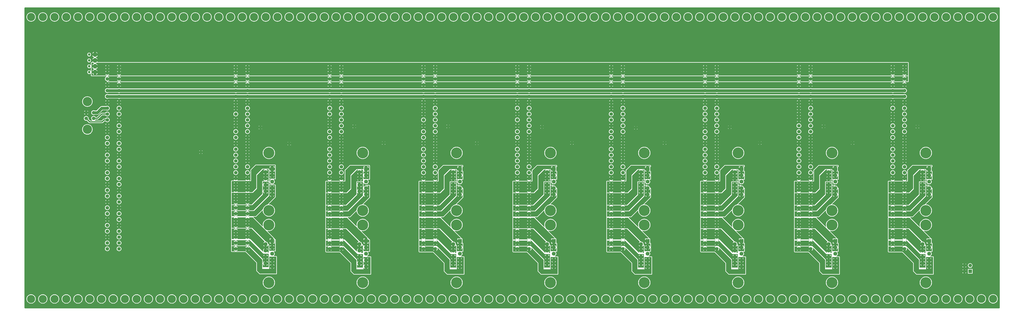
<source format=gtl>
G04 Layer_Physical_Order=1*
G04 Layer_Color=255*
%FSLAX42Y42*%
%MOMM*%
G71*
G01*
G75*
%ADD10C,1.27*%
%ADD11C,0.51*%
%ADD12C,0.70*%
%ADD13C,1.52*%
%ADD14C,4.00*%
%ADD15C,3.50*%
%ADD16C,4.76*%
%ADD17R,1.69X1.69*%
%ADD18C,1.69*%
%ADD19C,1.10*%
%ADD20C,2.00*%
%ADD21R,1.50X1.50*%
%ADD22C,1.50*%
%ADD23C,1.27*%
G36*
X46812Y18263D02*
Y5283D01*
X4648Y5283D01*
X4648Y18263D01*
X46812Y18263D01*
D02*
G37*
%LPC*%
G36*
X38240Y12358D02*
X38201D01*
Y12318D01*
X38202Y12319D01*
X38223Y12335D01*
X38240Y12357D01*
X38240Y12358D01*
D02*
G37*
G36*
X38748D02*
X38709D01*
Y12318D01*
X38710Y12319D01*
X38731Y12335D01*
X38748Y12357D01*
X38748Y12358D01*
D02*
G37*
G36*
X42304D02*
X42265D01*
Y12318D01*
X42266Y12319D01*
X42287Y12335D01*
X42304Y12357D01*
X42304Y12358D01*
D02*
G37*
G36*
X34176D02*
X34137D01*
Y12318D01*
X34138Y12319D01*
X34159Y12335D01*
X34176Y12357D01*
X34176Y12358D01*
D02*
G37*
G36*
X34684D02*
X34645D01*
Y12318D01*
X34646Y12319D01*
X34667Y12335D01*
X34684Y12357D01*
X34684Y12358D01*
D02*
G37*
G36*
X30620D02*
X30581D01*
Y12318D01*
X30582Y12319D01*
X30603Y12335D01*
X30620Y12357D01*
X30620Y12358D01*
D02*
G37*
G36*
X42812D02*
X42773D01*
Y12318D01*
X42774Y12319D01*
X42795Y12335D01*
X42812Y12357D01*
X42812Y12358D01*
D02*
G37*
G36*
X16152Y12345D02*
X16128D01*
Y12321D01*
X16142Y12332D01*
X16152Y12345D01*
D02*
G37*
G36*
X24156Y12359D02*
X24132D01*
X24143Y12345D01*
X24156Y12335D01*
Y12359D01*
D02*
G37*
G36*
X24280D02*
X24256D01*
Y12335D01*
X24270Y12345D01*
X24280Y12359D01*
D02*
G37*
G36*
X13856Y12358D02*
X13817D01*
Y12318D01*
X13818Y12319D01*
X13839Y12335D01*
X13856Y12357D01*
X13856Y12358D01*
D02*
G37*
G36*
X14364D02*
X14325D01*
Y12318D01*
X14326Y12319D01*
X14347Y12335D01*
X14364Y12357D01*
X14364Y12358D01*
D02*
G37*
G36*
X16028Y12345D02*
X16004D01*
X16015Y12332D01*
X16028Y12321D01*
Y12345D01*
D02*
G37*
G36*
X30112Y12358D02*
X30073D01*
Y12318D01*
X30074Y12319D01*
X30095Y12335D01*
X30112Y12357D01*
X30112Y12358D01*
D02*
G37*
G36*
X38609D02*
X38569D01*
X38570Y12357D01*
X38586Y12335D01*
X38607Y12319D01*
X38609Y12318D01*
Y12358D01*
D02*
G37*
G36*
X42165D02*
X42125D01*
X42126Y12357D01*
X42142Y12335D01*
X42163Y12319D01*
X42165Y12318D01*
Y12358D01*
D02*
G37*
G36*
X42673D02*
X42633D01*
X42634Y12357D01*
X42650Y12335D01*
X42671Y12319D01*
X42673Y12318D01*
Y12358D01*
D02*
G37*
G36*
X38101D02*
X38061D01*
X38062Y12357D01*
X38078Y12335D01*
X38099Y12319D01*
X38101Y12318D01*
Y12358D01*
D02*
G37*
G36*
X30481D02*
X30441D01*
X30442Y12357D01*
X30458Y12335D01*
X30479Y12319D01*
X30481Y12318D01*
Y12358D01*
D02*
G37*
G36*
X34037D02*
X33997D01*
X33998Y12357D01*
X34014Y12335D01*
X34035Y12319D01*
X34037Y12318D01*
Y12358D01*
D02*
G37*
G36*
X34545D02*
X34505D01*
X34506Y12357D01*
X34522Y12335D01*
X34543Y12319D01*
X34545Y12318D01*
Y12358D01*
D02*
G37*
G36*
X22492D02*
X22453D01*
Y12318D01*
X22454Y12319D01*
X22475Y12335D01*
X22492Y12357D01*
X22492Y12358D01*
D02*
G37*
G36*
X26048D02*
X26009D01*
Y12318D01*
X26010Y12319D01*
X26031Y12335D01*
X26048Y12357D01*
X26048Y12358D01*
D02*
G37*
G36*
X26556D02*
X26517D01*
Y12318D01*
X26518Y12319D01*
X26539Y12335D01*
X26556Y12357D01*
X26556Y12358D01*
D02*
G37*
G36*
X21984D02*
X21945D01*
Y12318D01*
X21946Y12319D01*
X21967Y12335D01*
X21984Y12357D01*
X21984Y12358D01*
D02*
G37*
G36*
X14225D02*
X14185D01*
X14186Y12357D01*
X14202Y12335D01*
X14223Y12319D01*
X14225Y12318D01*
Y12358D01*
D02*
G37*
G36*
X17920D02*
X17881D01*
Y12318D01*
X17882Y12319D01*
X17903Y12335D01*
X17920Y12357D01*
X17920Y12358D01*
D02*
G37*
G36*
X18428D02*
X18389D01*
Y12318D01*
X18390Y12319D01*
X18411Y12335D01*
X18428Y12357D01*
X18428Y12358D01*
D02*
G37*
G36*
X36411Y12371D02*
X36387D01*
X36397Y12357D01*
X36411Y12347D01*
Y12371D01*
D02*
G37*
G36*
X17781Y12497D02*
X17779Y12497D01*
X17758Y12481D01*
X17742Y12459D01*
X17741Y12458D01*
X17781D01*
Y12497D01*
D02*
G37*
G36*
X18289D02*
X18287Y12497D01*
X18266Y12481D01*
X18250Y12459D01*
X18249Y12458D01*
X18289D01*
Y12497D01*
D02*
G37*
G36*
X13717D02*
X13715Y12497D01*
X13694Y12481D01*
X13678Y12459D01*
X13677Y12458D01*
X13717D01*
Y12497D01*
D02*
G37*
G36*
X34037D02*
X34035Y12497D01*
X34014Y12481D01*
X33998Y12459D01*
X33997Y12458D01*
X34037D01*
Y12497D01*
D02*
G37*
G36*
X26417D02*
X26415Y12497D01*
X26394Y12481D01*
X26378Y12459D01*
X26377Y12458D01*
X26417D01*
Y12497D01*
D02*
G37*
G36*
X29973D02*
X29971Y12497D01*
X29950Y12481D01*
X29934Y12459D01*
X29933Y12458D01*
X29973D01*
Y12497D01*
D02*
G37*
G36*
X30481D02*
X30479Y12497D01*
X30458Y12481D01*
X30442Y12459D01*
X30441Y12458D01*
X30481D01*
Y12497D01*
D02*
G37*
G36*
X42165D02*
X42163Y12497D01*
X42142Y12481D01*
X42126Y12459D01*
X42125Y12458D01*
X42165D01*
Y12497D01*
D02*
G37*
G36*
X42673D02*
X42671Y12497D01*
X42650Y12481D01*
X42634Y12459D01*
X42633Y12458D01*
X42673D01*
Y12497D01*
D02*
G37*
G36*
X21945D02*
Y12458D01*
X21984D01*
X21984Y12459D01*
X21967Y12481D01*
X21946Y12497D01*
X21945Y12497D01*
D02*
G37*
G36*
X38609D02*
X38607Y12497D01*
X38586Y12481D01*
X38570Y12459D01*
X38569Y12458D01*
X38609D01*
Y12497D01*
D02*
G37*
G36*
X14225D02*
X14223Y12497D01*
X14202Y12481D01*
X14186Y12459D01*
X14185Y12458D01*
X14225D01*
Y12497D01*
D02*
G37*
G36*
X34545D02*
X34543Y12497D01*
X34522Y12481D01*
X34506Y12459D01*
X34505Y12458D01*
X34545D01*
Y12497D01*
D02*
G37*
G36*
X38101D02*
X38099Y12497D01*
X38078Y12481D01*
X38062Y12459D01*
X38061Y12458D01*
X38101D01*
Y12497D01*
D02*
G37*
G36*
X20242Y12371D02*
X20218D01*
Y12347D01*
X20231Y12357D01*
X20242Y12371D01*
D02*
G37*
G36*
X28271D02*
X28247D01*
X28257Y12357D01*
X28271Y12347D01*
Y12371D01*
D02*
G37*
G36*
X28395D02*
X28371D01*
Y12347D01*
X28385Y12357D01*
X28395Y12371D01*
D02*
G37*
G36*
X20118D02*
X20094D01*
X20104Y12357D01*
X20118Y12347D01*
Y12371D01*
D02*
G37*
G36*
X36535D02*
X36511D01*
Y12347D01*
X36525Y12357D01*
X36535Y12371D01*
D02*
G37*
G36*
X40424D02*
X40400D01*
X40411Y12357D01*
X40424Y12347D01*
Y12371D01*
D02*
G37*
G36*
X40548D02*
X40524D01*
Y12347D01*
X40538Y12357D01*
X40548Y12371D01*
D02*
G37*
G36*
X21845Y12497D02*
X21843Y12497D01*
X21822Y12481D01*
X21806Y12459D01*
X21805Y12458D01*
X21845D01*
Y12497D01*
D02*
G37*
G36*
X22353D02*
X22351Y12497D01*
X22330Y12481D01*
X22314Y12459D01*
X22313Y12458D01*
X22353D01*
Y12497D01*
D02*
G37*
G36*
X25909D02*
X25907Y12497D01*
X25886Y12481D01*
X25870Y12459D01*
X25869Y12458D01*
X25909D01*
Y12497D01*
D02*
G37*
G36*
X16128Y12469D02*
Y12445D01*
X16152D01*
X16142Y12459D01*
X16128Y12469D01*
D02*
G37*
G36*
X32284Y12371D02*
X32260D01*
X32271Y12357D01*
X32284Y12347D01*
Y12371D01*
D02*
G37*
G36*
X32408D02*
X32384D01*
Y12347D01*
X32398Y12357D01*
X32408Y12371D01*
D02*
G37*
G36*
X16028Y12469D02*
X16015Y12459D01*
X16004Y12445D01*
X16028D01*
Y12469D01*
D02*
G37*
G36*
X8294Y12104D02*
X8254D01*
Y12064D01*
X8256Y12065D01*
X8277Y12081D01*
X8293Y12103D01*
X8294Y12104D01*
D02*
G37*
G36*
X14364D02*
X14325D01*
Y12064D01*
X14326Y12065D01*
X14347Y12081D01*
X14364Y12103D01*
X14364Y12104D01*
D02*
G37*
G36*
X18428D02*
X18389D01*
Y12064D01*
X18390Y12065D01*
X18411Y12081D01*
X18428Y12103D01*
X18428Y12104D01*
D02*
G37*
G36*
X42673D02*
X42633D01*
X42634Y12103D01*
X42650Y12081D01*
X42671Y12065D01*
X42673Y12064D01*
Y12104D01*
D02*
G37*
G36*
X30481D02*
X30441D01*
X30442Y12103D01*
X30458Y12081D01*
X30479Y12065D01*
X30481Y12064D01*
Y12104D01*
D02*
G37*
G36*
X34545D02*
X34505D01*
X34506Y12103D01*
X34522Y12081D01*
X34543Y12065D01*
X34545Y12064D01*
Y12104D01*
D02*
G37*
G36*
X38609D02*
X38569D01*
X38570Y12103D01*
X38586Y12081D01*
X38607Y12065D01*
X38609Y12064D01*
Y12104D01*
D02*
G37*
G36*
X38748D02*
X38709D01*
Y12064D01*
X38710Y12065D01*
X38731Y12081D01*
X38748Y12103D01*
X38748Y12104D01*
D02*
G37*
G36*
X42812D02*
X42773D01*
Y12064D01*
X42774Y12065D01*
X42795Y12081D01*
X42812Y12103D01*
X42812Y12104D01*
D02*
G37*
G36*
X12206Y12101D02*
X12192Y12090D01*
X12182Y12077D01*
X12206D01*
Y12101D01*
D02*
G37*
G36*
X34684Y12104D02*
X34645D01*
Y12064D01*
X34646Y12065D01*
X34667Y12081D01*
X34684Y12103D01*
X34684Y12104D01*
D02*
G37*
G36*
X22492D02*
X22453D01*
Y12064D01*
X22454Y12065D01*
X22475Y12081D01*
X22492Y12103D01*
X22492Y12104D01*
D02*
G37*
G36*
X26556D02*
X26517D01*
Y12064D01*
X26518Y12065D01*
X26539Y12081D01*
X26556Y12103D01*
X26556Y12104D01*
D02*
G37*
G36*
X30620D02*
X30581D01*
Y12064D01*
X30582Y12065D01*
X30603Y12081D01*
X30620Y12103D01*
X30620Y12104D01*
D02*
G37*
G36*
X26417D02*
X26377D01*
X26378Y12103D01*
X26394Y12081D01*
X26415Y12065D01*
X26417Y12064D01*
Y12104D01*
D02*
G37*
G36*
X21895Y12257D02*
X21868Y12253D01*
X21843Y12243D01*
X21822Y12227D01*
X21806Y12205D01*
X21796Y12180D01*
X21792Y12154D01*
X21796Y12127D01*
X21806Y12103D01*
X21822Y12081D01*
X21843Y12065D01*
X21868Y12055D01*
X21895Y12051D01*
X21921Y12055D01*
X21946Y12065D01*
X21967Y12081D01*
X21984Y12103D01*
X21994Y12127D01*
X21997Y12154D01*
X21994Y12180D01*
X21984Y12205D01*
X21967Y12227D01*
X21946Y12243D01*
X21921Y12253D01*
X21895Y12257D01*
D02*
G37*
G36*
X25959D02*
X25932Y12253D01*
X25907Y12243D01*
X25886Y12227D01*
X25870Y12205D01*
X25860Y12180D01*
X25856Y12154D01*
X25860Y12127D01*
X25870Y12103D01*
X25886Y12081D01*
X25907Y12065D01*
X25932Y12055D01*
X25959Y12051D01*
X25985Y12055D01*
X26010Y12065D01*
X26031Y12081D01*
X26048Y12103D01*
X26058Y12127D01*
X26061Y12154D01*
X26058Y12180D01*
X26048Y12205D01*
X26031Y12227D01*
X26010Y12243D01*
X25985Y12253D01*
X25959Y12257D01*
D02*
G37*
G36*
X30023D02*
X29996Y12253D01*
X29971Y12243D01*
X29950Y12227D01*
X29934Y12205D01*
X29924Y12180D01*
X29920Y12154D01*
X29924Y12127D01*
X29934Y12103D01*
X29950Y12081D01*
X29971Y12065D01*
X29996Y12055D01*
X30023Y12051D01*
X30049Y12055D01*
X30074Y12065D01*
X30095Y12081D01*
X30112Y12103D01*
X30122Y12127D01*
X30125Y12154D01*
X30122Y12180D01*
X30112Y12205D01*
X30095Y12227D01*
X30074Y12243D01*
X30049Y12253D01*
X30023Y12257D01*
D02*
G37*
G36*
X17831D02*
X17804Y12253D01*
X17779Y12243D01*
X17758Y12227D01*
X17742Y12205D01*
X17732Y12180D01*
X17728Y12154D01*
X17732Y12127D01*
X17742Y12103D01*
X17758Y12081D01*
X17779Y12065D01*
X17804Y12055D01*
X17831Y12051D01*
X17857Y12055D01*
X17882Y12065D01*
X17903Y12081D01*
X17920Y12103D01*
X17930Y12127D01*
X17933Y12154D01*
X17930Y12180D01*
X17920Y12205D01*
X17903Y12227D01*
X17882Y12243D01*
X17857Y12253D01*
X17831Y12257D01*
D02*
G37*
G36*
X12329Y11977D02*
X12306D01*
Y11953D01*
X12319Y11963D01*
X12329Y11977D01*
D02*
G37*
G36*
X8712Y12257D02*
X8686Y12253D01*
X8661Y12243D01*
X8640Y12227D01*
X8623Y12205D01*
X8613Y12180D01*
X8610Y12154D01*
X8613Y12127D01*
X8623Y12103D01*
X8640Y12081D01*
X8661Y12065D01*
X8686Y12055D01*
X8712Y12051D01*
X8739Y12055D01*
X8764Y12065D01*
X8785Y12081D01*
X8801Y12103D01*
X8811Y12127D01*
X8815Y12154D01*
X8811Y12180D01*
X8801Y12205D01*
X8785Y12227D01*
X8764Y12243D01*
X8739Y12253D01*
X8712Y12257D01*
D02*
G37*
G36*
X13767D02*
X13740Y12253D01*
X13715Y12243D01*
X13694Y12227D01*
X13678Y12205D01*
X13668Y12180D01*
X13664Y12154D01*
X13668Y12127D01*
X13678Y12103D01*
X13694Y12081D01*
X13715Y12065D01*
X13740Y12055D01*
X13767Y12051D01*
X13793Y12055D01*
X13818Y12065D01*
X13839Y12081D01*
X13856Y12103D01*
X13866Y12127D01*
X13869Y12154D01*
X13866Y12180D01*
X13856Y12205D01*
X13839Y12227D01*
X13818Y12243D01*
X13793Y12253D01*
X13767Y12257D01*
D02*
G37*
G36*
X14225Y12104D02*
X14185D01*
X14186Y12103D01*
X14202Y12081D01*
X14223Y12065D01*
X14225Y12064D01*
Y12104D01*
D02*
G37*
G36*
X18289D02*
X18249D01*
X18250Y12103D01*
X18266Y12081D01*
X18287Y12065D01*
X18289Y12064D01*
Y12104D01*
D02*
G37*
G36*
X22353D02*
X22313D01*
X22314Y12103D01*
X22330Y12081D01*
X22351Y12065D01*
X22353Y12064D01*
Y12104D01*
D02*
G37*
G36*
X8154D02*
X8115D01*
X8115Y12103D01*
X8132Y12081D01*
X8153Y12065D01*
X8154Y12064D01*
Y12104D01*
D02*
G37*
G36*
X34087Y12257D02*
X34060Y12253D01*
X34035Y12243D01*
X34014Y12227D01*
X33998Y12205D01*
X33988Y12180D01*
X33984Y12154D01*
X33988Y12127D01*
X33998Y12103D01*
X34014Y12081D01*
X34035Y12065D01*
X34060Y12055D01*
X34087Y12051D01*
X34113Y12055D01*
X34138Y12065D01*
X34159Y12081D01*
X34176Y12103D01*
X34186Y12127D01*
X34189Y12154D01*
X34186Y12180D01*
X34176Y12205D01*
X34159Y12227D01*
X34138Y12243D01*
X34113Y12253D01*
X34087Y12257D01*
D02*
G37*
G36*
X38151D02*
X38124Y12253D01*
X38099Y12243D01*
X38078Y12227D01*
X38062Y12205D01*
X38052Y12180D01*
X38048Y12154D01*
X38052Y12127D01*
X38062Y12103D01*
X38078Y12081D01*
X38099Y12065D01*
X38124Y12055D01*
X38151Y12051D01*
X38177Y12055D01*
X38202Y12065D01*
X38223Y12081D01*
X38240Y12103D01*
X38250Y12127D01*
X38253Y12154D01*
X38250Y12180D01*
X38240Y12205D01*
X38223Y12227D01*
X38202Y12243D01*
X38177Y12253D01*
X38151Y12257D01*
D02*
G37*
G36*
X42215D02*
X42188Y12253D01*
X42163Y12243D01*
X42142Y12227D01*
X42126Y12205D01*
X42116Y12180D01*
X42112Y12154D01*
X42116Y12127D01*
X42126Y12103D01*
X42142Y12081D01*
X42163Y12065D01*
X42188Y12055D01*
X42215Y12051D01*
X42241Y12055D01*
X42266Y12065D01*
X42287Y12081D01*
X42304Y12103D01*
X42314Y12127D01*
X42317Y12154D01*
X42314Y12180D01*
X42304Y12205D01*
X42287Y12227D01*
X42266Y12243D01*
X42241Y12253D01*
X42215Y12257D01*
D02*
G37*
G36*
X8204Y12511D02*
X8178Y12507D01*
X8153Y12497D01*
X8132Y12481D01*
X8115Y12459D01*
X8105Y12434D01*
X8102Y12408D01*
X8105Y12381D01*
X8115Y12357D01*
X8132Y12335D01*
X8153Y12319D01*
X8178Y12309D01*
X8204Y12305D01*
X8231Y12309D01*
X8256Y12319D01*
X8277Y12335D01*
X8293Y12357D01*
X8303Y12381D01*
X8307Y12408D01*
X8303Y12434D01*
X8293Y12459D01*
X8277Y12481D01*
X8256Y12497D01*
X8231Y12507D01*
X8204Y12511D01*
D02*
G37*
G36*
X8712D02*
X8686Y12507D01*
X8661Y12497D01*
X8640Y12481D01*
X8623Y12459D01*
X8613Y12434D01*
X8610Y12408D01*
X8613Y12381D01*
X8623Y12357D01*
X8640Y12335D01*
X8661Y12319D01*
X8686Y12309D01*
X8712Y12305D01*
X8739Y12309D01*
X8764Y12319D01*
X8785Y12335D01*
X8801Y12357D01*
X8811Y12381D01*
X8815Y12408D01*
X8811Y12434D01*
X8801Y12459D01*
X8785Y12481D01*
X8764Y12497D01*
X8739Y12507D01*
X8712Y12511D01*
D02*
G37*
G36*
X13717Y12358D02*
X13677D01*
X13678Y12357D01*
X13694Y12335D01*
X13715Y12319D01*
X13717Y12318D01*
Y12358D01*
D02*
G37*
G36*
X30581Y12243D02*
Y12204D01*
X30620D01*
X30620Y12205D01*
X30603Y12227D01*
X30582Y12243D01*
X30581Y12243D01*
D02*
G37*
G36*
X18389D02*
Y12204D01*
X18428D01*
X18428Y12205D01*
X18411Y12227D01*
X18390Y12243D01*
X18389Y12243D01*
D02*
G37*
G36*
X22453D02*
Y12204D01*
X22492D01*
X22492Y12205D01*
X22475Y12227D01*
X22454Y12243D01*
X22453Y12243D01*
D02*
G37*
G36*
X26517D02*
Y12204D01*
X26556D01*
X26556Y12205D01*
X26539Y12227D01*
X26518Y12243D01*
X26517Y12243D01*
D02*
G37*
G36*
X25909Y12358D02*
X25869D01*
X25870Y12357D01*
X25886Y12335D01*
X25907Y12319D01*
X25909Y12318D01*
Y12358D01*
D02*
G37*
G36*
X26417D02*
X26377D01*
X26378Y12357D01*
X26394Y12335D01*
X26415Y12319D01*
X26417Y12318D01*
Y12358D01*
D02*
G37*
G36*
X29973D02*
X29933D01*
X29934Y12357D01*
X29950Y12335D01*
X29971Y12319D01*
X29973Y12318D01*
Y12358D01*
D02*
G37*
G36*
X22353D02*
X22313D01*
X22314Y12357D01*
X22330Y12335D01*
X22351Y12319D01*
X22353Y12318D01*
Y12358D01*
D02*
G37*
G36*
X17781D02*
X17741D01*
X17742Y12357D01*
X17758Y12335D01*
X17779Y12319D01*
X17781Y12318D01*
Y12358D01*
D02*
G37*
G36*
X18289D02*
X18249D01*
X18250Y12357D01*
X18266Y12335D01*
X18287Y12319D01*
X18289Y12318D01*
Y12358D01*
D02*
G37*
G36*
X21845D02*
X21805D01*
X21806Y12357D01*
X21822Y12335D01*
X21843Y12319D01*
X21845Y12318D01*
Y12358D01*
D02*
G37*
G36*
X42773Y12243D02*
Y12204D01*
X42812D01*
X42812Y12205D01*
X42795Y12227D01*
X42774Y12243D01*
X42773Y12243D01*
D02*
G37*
G36*
X38609D02*
X38607Y12243D01*
X38586Y12227D01*
X38570Y12205D01*
X38569Y12204D01*
X38609D01*
Y12243D01*
D02*
G37*
G36*
X42673D02*
X42671Y12243D01*
X42650Y12227D01*
X42634Y12205D01*
X42633Y12204D01*
X42673D01*
Y12243D01*
D02*
G37*
G36*
X18289D02*
X18287Y12243D01*
X18266Y12227D01*
X18250Y12205D01*
X18249Y12204D01*
X18289D01*
Y12243D01*
D02*
G37*
G36*
X34545D02*
X34543Y12243D01*
X34522Y12227D01*
X34506Y12205D01*
X34505Y12204D01*
X34545D01*
Y12243D01*
D02*
G37*
G36*
X12306Y12101D02*
Y12077D01*
X12329D01*
X12319Y12090D01*
X12306Y12101D01*
D02*
G37*
G36*
X8154Y12243D02*
X8153Y12243D01*
X8132Y12227D01*
X8115Y12205D01*
X8115Y12204D01*
X8154D01*
Y12243D01*
D02*
G37*
G36*
X14225D02*
X14223Y12243D01*
X14202Y12227D01*
X14186Y12205D01*
X14185Y12204D01*
X14225D01*
Y12243D01*
D02*
G37*
G36*
X14325D02*
Y12204D01*
X14364D01*
X14364Y12205D01*
X14347Y12227D01*
X14326Y12243D01*
X14325Y12243D01*
D02*
G37*
G36*
X34645D02*
Y12204D01*
X34684D01*
X34684Y12205D01*
X34667Y12227D01*
X34646Y12243D01*
X34645Y12243D01*
D02*
G37*
G36*
X38709D02*
Y12204D01*
X38748D01*
X38748Y12205D01*
X38731Y12227D01*
X38710Y12243D01*
X38709Y12243D01*
D02*
G37*
G36*
X8254D02*
Y12204D01*
X8294D01*
X8293Y12205D01*
X8277Y12227D01*
X8256Y12243D01*
X8254Y12243D01*
D02*
G37*
G36*
X22353D02*
X22351Y12243D01*
X22330Y12227D01*
X22314Y12205D01*
X22313Y12204D01*
X22353D01*
Y12243D01*
D02*
G37*
G36*
X26417D02*
X26415Y12243D01*
X26394Y12227D01*
X26378Y12205D01*
X26377Y12204D01*
X26417D01*
Y12243D01*
D02*
G37*
G36*
X30481D02*
X30479Y12243D01*
X30458Y12227D01*
X30442Y12205D01*
X30441Y12204D01*
X30481D01*
Y12243D01*
D02*
G37*
G36*
X17831Y13019D02*
X17804Y13015D01*
X17779Y13005D01*
X17758Y12989D01*
X17742Y12967D01*
X17732Y12942D01*
X17728Y12916D01*
X17732Y12889D01*
X17742Y12865D01*
X17758Y12843D01*
X17779Y12827D01*
X17804Y12817D01*
X17831Y12813D01*
X17857Y12817D01*
X17882Y12827D01*
X17903Y12843D01*
X17920Y12865D01*
X17930Y12889D01*
X17933Y12916D01*
X17930Y12942D01*
X17920Y12967D01*
X17903Y12989D01*
X17882Y13005D01*
X17857Y13015D01*
X17831Y13019D01*
D02*
G37*
G36*
X18339D02*
X18312Y13015D01*
X18287Y13005D01*
X18266Y12989D01*
X18250Y12967D01*
X18240Y12942D01*
X18236Y12916D01*
X18240Y12889D01*
X18250Y12865D01*
X18266Y12843D01*
X18287Y12827D01*
X18312Y12817D01*
X18339Y12813D01*
X18365Y12817D01*
X18390Y12827D01*
X18411Y12843D01*
X18428Y12865D01*
X18438Y12889D01*
X18441Y12916D01*
X18438Y12942D01*
X18428Y12967D01*
X18411Y12989D01*
X18390Y13005D01*
X18365Y13015D01*
X18339Y13019D01*
D02*
G37*
G36*
X21895D02*
X21868Y13015D01*
X21843Y13005D01*
X21822Y12989D01*
X21806Y12967D01*
X21796Y12942D01*
X21792Y12916D01*
X21796Y12889D01*
X21806Y12865D01*
X21822Y12843D01*
X21843Y12827D01*
X21868Y12817D01*
X21895Y12813D01*
X21921Y12817D01*
X21946Y12827D01*
X21967Y12843D01*
X21984Y12865D01*
X21994Y12889D01*
X21997Y12916D01*
X21994Y12942D01*
X21984Y12967D01*
X21967Y12989D01*
X21946Y13005D01*
X21921Y13015D01*
X21895Y13019D01*
D02*
G37*
G36*
X14275D02*
X14248Y13015D01*
X14223Y13005D01*
X14202Y12989D01*
X14186Y12967D01*
X14176Y12942D01*
X14172Y12916D01*
X14176Y12889D01*
X14186Y12865D01*
X14202Y12843D01*
X14223Y12827D01*
X14248Y12817D01*
X14275Y12813D01*
X14301Y12817D01*
X14326Y12827D01*
X14347Y12843D01*
X14364Y12865D01*
X14374Y12889D01*
X14377Y12916D01*
X14374Y12942D01*
X14364Y12967D01*
X14347Y12989D01*
X14326Y13005D01*
X14301Y13015D01*
X14275Y13019D01*
D02*
G37*
G36*
X7340Y13239D02*
X7296Y13235D01*
X7254Y13222D01*
X7214Y13201D01*
X7180Y13173D01*
X7152Y13138D01*
X7131Y13099D01*
X7118Y13057D01*
X7114Y13012D01*
X7118Y12968D01*
X7131Y12926D01*
X7152Y12886D01*
X7180Y12852D01*
X7214Y12824D01*
X7254Y12803D01*
X7296Y12790D01*
X7340Y12786D01*
X7385Y12790D01*
X7427Y12803D01*
X7466Y12824D01*
X7501Y12852D01*
X7529Y12886D01*
X7550Y12926D01*
X7563Y12968D01*
X7567Y13012D01*
X7563Y13057D01*
X7550Y13099D01*
X7529Y13138D01*
X7501Y13173D01*
X7466Y13201D01*
X7427Y13222D01*
X7385Y13235D01*
X7340Y13239D01*
D02*
G37*
G36*
X8712Y13019D02*
X8686Y13015D01*
X8661Y13005D01*
X8640Y12989D01*
X8623Y12967D01*
X8613Y12942D01*
X8610Y12916D01*
X8613Y12889D01*
X8623Y12865D01*
X8640Y12843D01*
X8661Y12827D01*
X8686Y12817D01*
X8712Y12813D01*
X8739Y12817D01*
X8764Y12827D01*
X8785Y12843D01*
X8801Y12865D01*
X8811Y12889D01*
X8815Y12916D01*
X8811Y12942D01*
X8801Y12967D01*
X8785Y12989D01*
X8764Y13005D01*
X8739Y13015D01*
X8712Y13019D01*
D02*
G37*
G36*
X13767D02*
X13740Y13015D01*
X13715Y13005D01*
X13694Y12989D01*
X13678Y12967D01*
X13668Y12942D01*
X13664Y12916D01*
X13668Y12889D01*
X13678Y12865D01*
X13694Y12843D01*
X13715Y12827D01*
X13740Y12817D01*
X13767Y12813D01*
X13793Y12817D01*
X13818Y12827D01*
X13839Y12843D01*
X13856Y12865D01*
X13866Y12889D01*
X13869Y12916D01*
X13866Y12942D01*
X13856Y12967D01*
X13839Y12989D01*
X13818Y13005D01*
X13793Y13015D01*
X13767Y13019D01*
D02*
G37*
G36*
X30531D02*
X30504Y13015D01*
X30479Y13005D01*
X30458Y12989D01*
X30442Y12967D01*
X30432Y12942D01*
X30428Y12916D01*
X30432Y12889D01*
X30442Y12865D01*
X30458Y12843D01*
X30479Y12827D01*
X30504Y12817D01*
X30531Y12813D01*
X30557Y12817D01*
X30582Y12827D01*
X30603Y12843D01*
X30620Y12865D01*
X30630Y12889D01*
X30633Y12916D01*
X30630Y12942D01*
X30620Y12967D01*
X30603Y12989D01*
X30582Y13005D01*
X30557Y13015D01*
X30531Y13019D01*
D02*
G37*
G36*
X34087D02*
X34060Y13015D01*
X34035Y13005D01*
X34014Y12989D01*
X33998Y12967D01*
X33988Y12942D01*
X33984Y12916D01*
X33988Y12889D01*
X33998Y12865D01*
X34014Y12843D01*
X34035Y12827D01*
X34060Y12817D01*
X34087Y12813D01*
X34113Y12817D01*
X34138Y12827D01*
X34159Y12843D01*
X34176Y12865D01*
X34186Y12889D01*
X34189Y12916D01*
X34186Y12942D01*
X34176Y12967D01*
X34159Y12989D01*
X34138Y13005D01*
X34113Y13015D01*
X34087Y13019D01*
D02*
G37*
G36*
X34595D02*
X34568Y13015D01*
X34543Y13005D01*
X34522Y12989D01*
X34506Y12967D01*
X34496Y12942D01*
X34492Y12916D01*
X34496Y12889D01*
X34506Y12865D01*
X34522Y12843D01*
X34543Y12827D01*
X34568Y12817D01*
X34595Y12813D01*
X34621Y12817D01*
X34646Y12827D01*
X34667Y12843D01*
X34684Y12865D01*
X34694Y12889D01*
X34697Y12916D01*
X34694Y12942D01*
X34684Y12967D01*
X34667Y12989D01*
X34646Y13005D01*
X34621Y13015D01*
X34595Y13019D01*
D02*
G37*
G36*
X30023D02*
X29996Y13015D01*
X29971Y13005D01*
X29950Y12989D01*
X29934Y12967D01*
X29924Y12942D01*
X29920Y12916D01*
X29924Y12889D01*
X29934Y12865D01*
X29950Y12843D01*
X29971Y12827D01*
X29996Y12817D01*
X30023Y12813D01*
X30049Y12817D01*
X30074Y12827D01*
X30095Y12843D01*
X30112Y12865D01*
X30122Y12889D01*
X30125Y12916D01*
X30122Y12942D01*
X30112Y12967D01*
X30095Y12989D01*
X30074Y13005D01*
X30049Y13015D01*
X30023Y13019D01*
D02*
G37*
G36*
X22403D02*
X22376Y13015D01*
X22351Y13005D01*
X22330Y12989D01*
X22314Y12967D01*
X22304Y12942D01*
X22300Y12916D01*
X22304Y12889D01*
X22314Y12865D01*
X22330Y12843D01*
X22351Y12827D01*
X22376Y12817D01*
X22403Y12813D01*
X22429Y12817D01*
X22454Y12827D01*
X22475Y12843D01*
X22492Y12865D01*
X22502Y12889D01*
X22505Y12916D01*
X22502Y12942D01*
X22492Y12967D01*
X22475Y12989D01*
X22454Y13005D01*
X22429Y13015D01*
X22403Y13019D01*
D02*
G37*
G36*
X25959D02*
X25932Y13015D01*
X25907Y13005D01*
X25886Y12989D01*
X25870Y12967D01*
X25860Y12942D01*
X25856Y12916D01*
X25860Y12889D01*
X25870Y12865D01*
X25886Y12843D01*
X25907Y12827D01*
X25932Y12817D01*
X25959Y12813D01*
X25985Y12817D01*
X26010Y12827D01*
X26031Y12843D01*
X26048Y12865D01*
X26058Y12889D01*
X26061Y12916D01*
X26058Y12942D01*
X26048Y12967D01*
X26031Y12989D01*
X26010Y13005D01*
X25985Y13015D01*
X25959Y13019D01*
D02*
G37*
G36*
X26467D02*
X26440Y13015D01*
X26415Y13005D01*
X26394Y12989D01*
X26378Y12967D01*
X26368Y12942D01*
X26364Y12916D01*
X26368Y12889D01*
X26378Y12865D01*
X26394Y12843D01*
X26415Y12827D01*
X26440Y12817D01*
X26467Y12813D01*
X26493Y12817D01*
X26518Y12827D01*
X26539Y12843D01*
X26556Y12865D01*
X26566Y12889D01*
X26569Y12916D01*
X26566Y12942D01*
X26556Y12967D01*
X26539Y12989D01*
X26518Y13005D01*
X26493Y13015D01*
X26467Y13019D01*
D02*
G37*
G36*
X42673Y12751D02*
X42671Y12751D01*
X42650Y12735D01*
X42634Y12713D01*
X42633Y12712D01*
X42673D01*
Y12751D01*
D02*
G37*
G36*
X8762D02*
Y12712D01*
X8802D01*
X8801Y12713D01*
X8785Y12735D01*
X8764Y12751D01*
X8762Y12751D01*
D02*
G37*
G36*
X14325D02*
Y12712D01*
X14364D01*
X14364Y12713D01*
X14347Y12735D01*
X14326Y12751D01*
X14325Y12751D01*
D02*
G37*
G36*
X38609D02*
X38607Y12751D01*
X38586Y12735D01*
X38570Y12713D01*
X38569Y12712D01*
X38609D01*
Y12751D01*
D02*
G37*
G36*
X26417D02*
X26415Y12751D01*
X26394Y12735D01*
X26378Y12713D01*
X26377Y12712D01*
X26417D01*
Y12751D01*
D02*
G37*
G36*
X30481D02*
X30479Y12751D01*
X30458Y12735D01*
X30442Y12713D01*
X30441Y12712D01*
X30481D01*
Y12751D01*
D02*
G37*
G36*
X34545D02*
X34543Y12751D01*
X34522Y12735D01*
X34506Y12713D01*
X34505Y12712D01*
X34545D01*
Y12751D01*
D02*
G37*
G36*
X34645D02*
Y12712D01*
X34684D01*
X34684Y12713D01*
X34667Y12735D01*
X34646Y12751D01*
X34645Y12751D01*
D02*
G37*
G36*
X38709D02*
Y12712D01*
X38748D01*
X38748Y12713D01*
X38731Y12735D01*
X38710Y12751D01*
X38709Y12751D01*
D02*
G37*
G36*
X42773D02*
Y12712D01*
X42812D01*
X42812Y12713D01*
X42795Y12735D01*
X42774Y12751D01*
X42773Y12751D01*
D02*
G37*
G36*
X30581D02*
Y12712D01*
X30620D01*
X30620Y12713D01*
X30603Y12735D01*
X30582Y12751D01*
X30581Y12751D01*
D02*
G37*
G36*
X18389D02*
Y12712D01*
X18428D01*
X18428Y12713D01*
X18411Y12735D01*
X18390Y12751D01*
X18389Y12751D01*
D02*
G37*
G36*
X22453D02*
Y12712D01*
X22492D01*
X22492Y12713D01*
X22475Y12735D01*
X22454Y12751D01*
X22453Y12751D01*
D02*
G37*
G36*
X26517D02*
Y12712D01*
X26556D01*
X26556Y12713D01*
X26539Y12735D01*
X26518Y12751D01*
X26517Y12751D01*
D02*
G37*
G36*
X38151Y13019D02*
X38124Y13015D01*
X38099Y13005D01*
X38078Y12989D01*
X38062Y12967D01*
X38052Y12942D01*
X38048Y12916D01*
X38052Y12889D01*
X38062Y12865D01*
X38078Y12843D01*
X38099Y12827D01*
X38124Y12817D01*
X38151Y12813D01*
X38177Y12817D01*
X38202Y12827D01*
X38223Y12843D01*
X38240Y12865D01*
X38250Y12889D01*
X38253Y12916D01*
X38250Y12942D01*
X38240Y12967D01*
X38223Y12989D01*
X38202Y13005D01*
X38177Y13015D01*
X38151Y13019D01*
D02*
G37*
G36*
X14275Y13273D02*
X14248Y13269D01*
X14223Y13259D01*
X14202Y13243D01*
X14186Y13221D01*
X14176Y13196D01*
X14172Y13170D01*
X14176Y13143D01*
X14186Y13119D01*
X14202Y13097D01*
X14223Y13081D01*
X14248Y13071D01*
X14275Y13067D01*
X14301Y13071D01*
X14326Y13081D01*
X14347Y13097D01*
X14364Y13119D01*
X14374Y13143D01*
X14377Y13170D01*
X14374Y13196D01*
X14364Y13221D01*
X14347Y13243D01*
X14326Y13259D01*
X14301Y13269D01*
X14275Y13273D01*
D02*
G37*
G36*
X18339D02*
X18312Y13269D01*
X18287Y13259D01*
X18266Y13243D01*
X18250Y13221D01*
X18240Y13196D01*
X18236Y13170D01*
X18240Y13143D01*
X18250Y13119D01*
X18266Y13097D01*
X18287Y13081D01*
X18312Y13071D01*
X18339Y13067D01*
X18365Y13071D01*
X18390Y13081D01*
X18411Y13097D01*
X18428Y13119D01*
X18438Y13143D01*
X18441Y13170D01*
X18438Y13196D01*
X18428Y13221D01*
X18411Y13243D01*
X18390Y13259D01*
X18365Y13269D01*
X18339Y13273D01*
D02*
G37*
G36*
X22403D02*
X22376Y13269D01*
X22351Y13259D01*
X22330Y13243D01*
X22314Y13221D01*
X22304Y13196D01*
X22300Y13170D01*
X22304Y13143D01*
X22314Y13119D01*
X22330Y13097D01*
X22351Y13081D01*
X22376Y13071D01*
X22403Y13067D01*
X22429Y13071D01*
X22454Y13081D01*
X22475Y13097D01*
X22492Y13119D01*
X22502Y13143D01*
X22505Y13170D01*
X22502Y13196D01*
X22492Y13221D01*
X22475Y13243D01*
X22454Y13259D01*
X22429Y13269D01*
X22403Y13273D01*
D02*
G37*
G36*
X8712D02*
X8686Y13269D01*
X8661Y13259D01*
X8640Y13243D01*
X8623Y13221D01*
X8613Y13196D01*
X8610Y13170D01*
X8613Y13143D01*
X8623Y13119D01*
X8640Y13097D01*
X8661Y13081D01*
X8686Y13071D01*
X8712Y13067D01*
X8739Y13071D01*
X8764Y13081D01*
X8785Y13097D01*
X8801Y13119D01*
X8811Y13143D01*
X8815Y13170D01*
X8811Y13196D01*
X8801Y13221D01*
X8785Y13243D01*
X8764Y13259D01*
X8739Y13269D01*
X8712Y13273D01*
D02*
G37*
G36*
X27100Y13068D02*
X27076D01*
Y13044D01*
X27089Y13055D01*
X27100Y13068D01*
D02*
G37*
G36*
X43232Y13082D02*
X43208D01*
X43218Y13068D01*
X43232Y13058D01*
Y13082D01*
D02*
G37*
G36*
X43356D02*
X43332D01*
Y13058D01*
X43345Y13068D01*
X43356Y13082D01*
D02*
G37*
G36*
X38659Y13273D02*
X38632Y13269D01*
X38607Y13259D01*
X38586Y13243D01*
X38570Y13221D01*
X38560Y13196D01*
X38556Y13170D01*
X38560Y13143D01*
X38570Y13119D01*
X38586Y13097D01*
X38607Y13081D01*
X38632Y13071D01*
X38659Y13067D01*
X38685Y13071D01*
X38710Y13081D01*
X38731Y13097D01*
X38748Y13119D01*
X38758Y13143D01*
X38761Y13170D01*
X38758Y13196D01*
X38748Y13221D01*
X38731Y13243D01*
X38710Y13259D01*
X38685Y13269D01*
X38659Y13273D01*
D02*
G37*
G36*
X42215D02*
X42188Y13269D01*
X42163Y13259D01*
X42142Y13243D01*
X42126Y13221D01*
X42116Y13196D01*
X42112Y13170D01*
X42116Y13143D01*
X42126Y13119D01*
X42142Y13097D01*
X42163Y13081D01*
X42188Y13071D01*
X42215Y13067D01*
X42241Y13071D01*
X42266Y13081D01*
X42287Y13097D01*
X42304Y13119D01*
X42314Y13143D01*
X42317Y13170D01*
X42314Y13196D01*
X42304Y13221D01*
X42287Y13243D01*
X42266Y13259D01*
X42241Y13269D01*
X42215Y13273D01*
D02*
G37*
G36*
X42723D02*
X42696Y13269D01*
X42671Y13259D01*
X42650Y13243D01*
X42634Y13221D01*
X42624Y13196D01*
X42620Y13170D01*
X42624Y13143D01*
X42634Y13119D01*
X42650Y13097D01*
X42671Y13081D01*
X42696Y13071D01*
X42723Y13067D01*
X42749Y13071D01*
X42774Y13081D01*
X42795Y13097D01*
X42812Y13119D01*
X42822Y13143D01*
X42825Y13170D01*
X42822Y13196D01*
X42812Y13221D01*
X42795Y13243D01*
X42774Y13259D01*
X42749Y13269D01*
X42723Y13273D01*
D02*
G37*
G36*
X38151D02*
X38124Y13269D01*
X38099Y13259D01*
X38078Y13243D01*
X38062Y13221D01*
X38052Y13196D01*
X38048Y13170D01*
X38052Y13143D01*
X38062Y13119D01*
X38078Y13097D01*
X38099Y13081D01*
X38124Y13071D01*
X38151Y13067D01*
X38177Y13071D01*
X38202Y13081D01*
X38223Y13097D01*
X38240Y13119D01*
X38250Y13143D01*
X38253Y13170D01*
X38250Y13196D01*
X38240Y13221D01*
X38223Y13243D01*
X38202Y13259D01*
X38177Y13269D01*
X38151Y13273D01*
D02*
G37*
G36*
X26467D02*
X26440Y13269D01*
X26415Y13259D01*
X26394Y13243D01*
X26378Y13221D01*
X26368Y13196D01*
X26364Y13170D01*
X26368Y13143D01*
X26378Y13119D01*
X26394Y13097D01*
X26415Y13081D01*
X26440Y13071D01*
X26467Y13067D01*
X26493Y13071D01*
X26518Y13081D01*
X26539Y13097D01*
X26556Y13119D01*
X26566Y13143D01*
X26569Y13170D01*
X26566Y13196D01*
X26556Y13221D01*
X26539Y13243D01*
X26518Y13259D01*
X26493Y13269D01*
X26467Y13273D01*
D02*
G37*
G36*
X30531D02*
X30504Y13269D01*
X30479Y13259D01*
X30458Y13243D01*
X30442Y13221D01*
X30432Y13196D01*
X30428Y13170D01*
X30432Y13143D01*
X30442Y13119D01*
X30458Y13097D01*
X30479Y13081D01*
X30504Y13071D01*
X30531Y13067D01*
X30557Y13071D01*
X30582Y13081D01*
X30603Y13097D01*
X30620Y13119D01*
X30630Y13143D01*
X30633Y13170D01*
X30630Y13196D01*
X30620Y13221D01*
X30603Y13243D01*
X30582Y13259D01*
X30557Y13269D01*
X30531Y13273D01*
D02*
G37*
G36*
X34595D02*
X34568Y13269D01*
X34543Y13259D01*
X34522Y13243D01*
X34506Y13221D01*
X34496Y13196D01*
X34492Y13170D01*
X34496Y13143D01*
X34506Y13119D01*
X34522Y13097D01*
X34543Y13081D01*
X34568Y13071D01*
X34595Y13067D01*
X34621Y13071D01*
X34646Y13081D01*
X34667Y13097D01*
X34684Y13119D01*
X34694Y13143D01*
X34697Y13170D01*
X34694Y13196D01*
X34684Y13221D01*
X34667Y13243D01*
X34646Y13259D01*
X34621Y13269D01*
X34595Y13273D01*
D02*
G37*
G36*
X8294Y12866D02*
X8254D01*
Y12826D01*
X8256Y12827D01*
X8277Y12843D01*
X8293Y12865D01*
X8294Y12866D01*
D02*
G37*
G36*
X8154Y13005D02*
X8153Y13005D01*
X8132Y12989D01*
X8115Y12967D01*
X8115Y12966D01*
X8154D01*
Y13005D01*
D02*
G37*
G36*
X8254D02*
Y12966D01*
X8294D01*
X8293Y12967D01*
X8277Y12989D01*
X8256Y13005D01*
X8254Y13005D01*
D02*
G37*
G36*
X8154Y12866D02*
X8115D01*
X8115Y12865D01*
X8132Y12843D01*
X8153Y12827D01*
X8154Y12826D01*
Y12866D01*
D02*
G37*
G36*
X38659Y13019D02*
X38632Y13015D01*
X38607Y13005D01*
X38586Y12989D01*
X38570Y12967D01*
X38560Y12942D01*
X38556Y12916D01*
X38560Y12889D01*
X38570Y12865D01*
X38586Y12843D01*
X38607Y12827D01*
X38632Y12817D01*
X38659Y12813D01*
X38685Y12817D01*
X38710Y12827D01*
X38731Y12843D01*
X38748Y12865D01*
X38758Y12889D01*
X38761Y12916D01*
X38758Y12942D01*
X38748Y12967D01*
X38731Y12989D01*
X38710Y13005D01*
X38685Y13015D01*
X38659Y13019D01*
D02*
G37*
G36*
X42215D02*
X42188Y13015D01*
X42163Y13005D01*
X42142Y12989D01*
X42126Y12967D01*
X42116Y12942D01*
X42112Y12916D01*
X42116Y12889D01*
X42126Y12865D01*
X42142Y12843D01*
X42163Y12827D01*
X42188Y12817D01*
X42215Y12813D01*
X42241Y12817D01*
X42266Y12827D01*
X42287Y12843D01*
X42304Y12865D01*
X42314Y12889D01*
X42317Y12916D01*
X42314Y12942D01*
X42304Y12967D01*
X42287Y12989D01*
X42266Y13005D01*
X42241Y13015D01*
X42215Y13019D01*
D02*
G37*
G36*
X42723D02*
X42696Y13015D01*
X42671Y13005D01*
X42650Y12989D01*
X42634Y12967D01*
X42624Y12942D01*
X42620Y12916D01*
X42624Y12889D01*
X42634Y12865D01*
X42650Y12843D01*
X42671Y12827D01*
X42696Y12817D01*
X42723Y12813D01*
X42749Y12817D01*
X42774Y12827D01*
X42795Y12843D01*
X42812Y12865D01*
X42822Y12889D01*
X42825Y12916D01*
X42822Y12942D01*
X42812Y12967D01*
X42795Y12989D01*
X42774Y13005D01*
X42749Y13015D01*
X42723Y13019D01*
D02*
G37*
G36*
X35104Y13056D02*
X35080D01*
X35090Y13043D01*
X35104Y13032D01*
Y13056D01*
D02*
G37*
G36*
X35228D02*
X35204D01*
Y13032D01*
X35217Y13043D01*
X35228Y13056D01*
D02*
G37*
G36*
X26976Y13068D02*
X26952D01*
X26962Y13055D01*
X26976Y13044D01*
Y13068D01*
D02*
G37*
G36*
X14908Y13043D02*
X14884D01*
Y13019D01*
X14897Y13029D01*
X14908Y13043D01*
D02*
G37*
G36*
X31040Y13031D02*
X31016D01*
X31026Y13017D01*
X31040Y13007D01*
Y13031D01*
D02*
G37*
G36*
X31164D02*
X31140D01*
Y13007D01*
X31153Y13017D01*
X31164Y13031D01*
D02*
G37*
G36*
X14784Y13043D02*
X14760D01*
X14770Y13029D01*
X14784Y13019D01*
Y13043D01*
D02*
G37*
G36*
X22353Y12751D02*
X22351Y12751D01*
X22330Y12735D01*
X22314Y12713D01*
X22313Y12712D01*
X22353D01*
Y12751D01*
D02*
G37*
G36*
X20218Y12495D02*
Y12471D01*
X20242D01*
X20231Y12484D01*
X20218Y12495D01*
D02*
G37*
G36*
X28271D02*
X28257Y12484D01*
X28247Y12471D01*
X28271D01*
Y12495D01*
D02*
G37*
G36*
X28371D02*
Y12471D01*
X28395D01*
X28385Y12484D01*
X28371Y12495D01*
D02*
G37*
G36*
X20118D02*
X20104Y12484D01*
X20094Y12471D01*
X20118D01*
Y12495D01*
D02*
G37*
G36*
X42773Y12497D02*
Y12458D01*
X42812D01*
X42812Y12459D01*
X42795Y12481D01*
X42774Y12497D01*
X42773Y12497D01*
D02*
G37*
G36*
X24156Y12483D02*
X24143Y12472D01*
X24132Y12459D01*
X24156D01*
Y12483D01*
D02*
G37*
G36*
X24256D02*
Y12459D01*
X24280D01*
X24270Y12472D01*
X24256Y12483D01*
D02*
G37*
G36*
X40424Y12495D02*
X40411Y12484D01*
X40400Y12471D01*
X40424D01*
Y12495D01*
D02*
G37*
G36*
X40524D02*
Y12471D01*
X40548D01*
X40538Y12484D01*
X40524Y12495D01*
D02*
G37*
G36*
X8204Y12765D02*
X8178Y12761D01*
X8153Y12751D01*
X8132Y12735D01*
X8115Y12713D01*
X8105Y12688D01*
X8102Y12662D01*
X8105Y12635D01*
X8115Y12611D01*
X8132Y12589D01*
X8153Y12573D01*
X8178Y12563D01*
X8204Y12559D01*
X8231Y12563D01*
X8256Y12573D01*
X8277Y12589D01*
X8293Y12611D01*
X8303Y12635D01*
X8307Y12662D01*
X8303Y12688D01*
X8293Y12713D01*
X8277Y12735D01*
X8256Y12751D01*
X8231Y12761D01*
X8204Y12765D01*
D02*
G37*
G36*
X36511Y12495D02*
Y12471D01*
X36535D01*
X36525Y12484D01*
X36511Y12495D01*
D02*
G37*
G36*
X32284D02*
X32271Y12484D01*
X32260Y12471D01*
X32284D01*
Y12495D01*
D02*
G37*
G36*
X32384D02*
Y12471D01*
X32408D01*
X32398Y12484D01*
X32384Y12495D01*
D02*
G37*
G36*
X36411D02*
X36397Y12484D01*
X36387Y12471D01*
X36411D01*
Y12495D01*
D02*
G37*
G36*
X30581Y12497D02*
Y12458D01*
X30620D01*
X30620Y12459D01*
X30603Y12481D01*
X30582Y12497D01*
X30581Y12497D01*
D02*
G37*
G36*
X34137D02*
Y12458D01*
X34176D01*
X34176Y12459D01*
X34159Y12481D01*
X34138Y12497D01*
X34137Y12497D01*
D02*
G37*
G36*
X17881D02*
Y12458D01*
X17920D01*
X17920Y12459D01*
X17903Y12481D01*
X17882Y12497D01*
X17881Y12497D01*
D02*
G37*
G36*
X30073D02*
Y12458D01*
X30112D01*
X30112Y12459D01*
X30095Y12481D01*
X30074Y12497D01*
X30073Y12497D01*
D02*
G37*
G36*
X22453D02*
Y12458D01*
X22492D01*
X22492Y12459D01*
X22475Y12481D01*
X22454Y12497D01*
X22453Y12497D01*
D02*
G37*
G36*
X26009D02*
Y12458D01*
X26048D01*
X26048Y12459D01*
X26031Y12481D01*
X26010Y12497D01*
X26009Y12497D01*
D02*
G37*
G36*
X26517D02*
Y12458D01*
X26556D01*
X26556Y12459D01*
X26539Y12481D01*
X26518Y12497D01*
X26517Y12497D01*
D02*
G37*
G36*
X38201D02*
Y12458D01*
X38240D01*
X38240Y12459D01*
X38223Y12481D01*
X38202Y12497D01*
X38201Y12497D01*
D02*
G37*
G36*
X38709D02*
Y12458D01*
X38748D01*
X38748Y12459D01*
X38731Y12481D01*
X38710Y12497D01*
X38709Y12497D01*
D02*
G37*
G36*
X42265D02*
Y12458D01*
X42304D01*
X42304Y12459D01*
X42287Y12481D01*
X42266Y12497D01*
X42265Y12497D01*
D02*
G37*
G36*
X34645D02*
Y12458D01*
X34684D01*
X34684Y12459D01*
X34667Y12481D01*
X34646Y12497D01*
X34645Y12497D01*
D02*
G37*
G36*
X18389D02*
Y12458D01*
X18428D01*
X18428Y12459D01*
X18411Y12481D01*
X18390Y12497D01*
X18389Y12497D01*
D02*
G37*
G36*
X13817D02*
Y12458D01*
X13856D01*
X13856Y12459D01*
X13839Y12481D01*
X13818Y12497D01*
X13817Y12497D01*
D02*
G37*
G36*
X14325D02*
Y12458D01*
X14364D01*
X14364Y12459D01*
X14347Y12481D01*
X14326Y12497D01*
X14325Y12497D01*
D02*
G37*
G36*
X13767Y12765D02*
X13740Y12761D01*
X13715Y12751D01*
X13694Y12735D01*
X13678Y12713D01*
X13668Y12688D01*
X13664Y12662D01*
X13668Y12635D01*
X13678Y12611D01*
X13694Y12589D01*
X13715Y12573D01*
X13740Y12563D01*
X13767Y12559D01*
X13793Y12563D01*
X13818Y12573D01*
X13839Y12589D01*
X13856Y12611D01*
X13866Y12635D01*
X13869Y12662D01*
X13866Y12688D01*
X13856Y12713D01*
X13839Y12735D01*
X13818Y12751D01*
X13793Y12761D01*
X13767Y12765D01*
D02*
G37*
G36*
X42812Y12612D02*
X42773D01*
Y12572D01*
X42774Y12573D01*
X42795Y12589D01*
X42812Y12611D01*
X42812Y12612D01*
D02*
G37*
G36*
X8802D02*
X8762D01*
Y12572D01*
X8764Y12573D01*
X8785Y12589D01*
X8801Y12611D01*
X8802Y12612D01*
D02*
G37*
G36*
X14364D02*
X14325D01*
Y12572D01*
X14326Y12573D01*
X14347Y12589D01*
X14364Y12611D01*
X14364Y12612D01*
D02*
G37*
G36*
X38748D02*
X38709D01*
Y12572D01*
X38710Y12573D01*
X38731Y12589D01*
X38748Y12611D01*
X38748Y12612D01*
D02*
G37*
G36*
X26417D02*
X26377D01*
X26378Y12611D01*
X26394Y12589D01*
X26415Y12573D01*
X26417Y12572D01*
Y12612D01*
D02*
G37*
G36*
X30481D02*
X30441D01*
X30442Y12611D01*
X30458Y12589D01*
X30479Y12573D01*
X30481Y12572D01*
Y12612D01*
D02*
G37*
G36*
X34684D02*
X34645D01*
Y12572D01*
X34646Y12573D01*
X34667Y12589D01*
X34684Y12611D01*
X34684Y12612D01*
D02*
G37*
G36*
X8662Y12751D02*
X8661Y12751D01*
X8640Y12735D01*
X8623Y12713D01*
X8623Y12712D01*
X8662D01*
Y12751D01*
D02*
G37*
G36*
X14225D02*
X14223Y12751D01*
X14202Y12735D01*
X14186Y12713D01*
X14185Y12712D01*
X14225D01*
Y12751D01*
D02*
G37*
G36*
X18289D02*
X18287Y12751D01*
X18266Y12735D01*
X18250Y12713D01*
X18249Y12712D01*
X18289D01*
Y12751D01*
D02*
G37*
G36*
X30620Y12612D02*
X30581D01*
Y12572D01*
X30582Y12573D01*
X30603Y12589D01*
X30620Y12611D01*
X30620Y12612D01*
D02*
G37*
G36*
X18428D02*
X18389D01*
Y12572D01*
X18390Y12573D01*
X18411Y12589D01*
X18428Y12611D01*
X18428Y12612D01*
D02*
G37*
G36*
X22492D02*
X22453D01*
Y12572D01*
X22454Y12573D01*
X22475Y12589D01*
X22492Y12611D01*
X22492Y12612D01*
D02*
G37*
G36*
X26556D02*
X26517D01*
Y12572D01*
X26518Y12573D01*
X26539Y12589D01*
X26556Y12611D01*
X26556Y12612D01*
D02*
G37*
G36*
X34087Y12765D02*
X34060Y12761D01*
X34035Y12751D01*
X34014Y12735D01*
X33998Y12713D01*
X33988Y12688D01*
X33984Y12662D01*
X33988Y12635D01*
X33998Y12611D01*
X34014Y12589D01*
X34035Y12573D01*
X34060Y12563D01*
X34087Y12559D01*
X34113Y12563D01*
X34138Y12573D01*
X34159Y12589D01*
X34176Y12611D01*
X34186Y12635D01*
X34189Y12662D01*
X34186Y12688D01*
X34176Y12713D01*
X34159Y12735D01*
X34138Y12751D01*
X34113Y12761D01*
X34087Y12765D01*
D02*
G37*
G36*
X38151D02*
X38124Y12761D01*
X38099Y12751D01*
X38078Y12735D01*
X38062Y12713D01*
X38052Y12688D01*
X38048Y12662D01*
X38052Y12635D01*
X38062Y12611D01*
X38078Y12589D01*
X38099Y12573D01*
X38124Y12563D01*
X38151Y12559D01*
X38177Y12563D01*
X38202Y12573D01*
X38223Y12589D01*
X38240Y12611D01*
X38250Y12635D01*
X38253Y12662D01*
X38250Y12688D01*
X38240Y12713D01*
X38223Y12735D01*
X38202Y12751D01*
X38177Y12761D01*
X38151Y12765D01*
D02*
G37*
G36*
X42215D02*
X42188Y12761D01*
X42163Y12751D01*
X42142Y12735D01*
X42126Y12713D01*
X42116Y12688D01*
X42112Y12662D01*
X42116Y12635D01*
X42126Y12611D01*
X42142Y12589D01*
X42163Y12573D01*
X42188Y12563D01*
X42215Y12559D01*
X42241Y12563D01*
X42266Y12573D01*
X42287Y12589D01*
X42304Y12611D01*
X42314Y12635D01*
X42317Y12662D01*
X42314Y12688D01*
X42304Y12713D01*
X42287Y12735D01*
X42266Y12751D01*
X42241Y12761D01*
X42215Y12765D01*
D02*
G37*
G36*
X30023D02*
X29996Y12761D01*
X29971Y12751D01*
X29950Y12735D01*
X29934Y12713D01*
X29924Y12688D01*
X29920Y12662D01*
X29924Y12635D01*
X29934Y12611D01*
X29950Y12589D01*
X29971Y12573D01*
X29996Y12563D01*
X30023Y12559D01*
X30049Y12563D01*
X30074Y12573D01*
X30095Y12589D01*
X30112Y12611D01*
X30122Y12635D01*
X30125Y12662D01*
X30122Y12688D01*
X30112Y12713D01*
X30095Y12735D01*
X30074Y12751D01*
X30049Y12761D01*
X30023Y12765D01*
D02*
G37*
G36*
X17831D02*
X17804Y12761D01*
X17779Y12751D01*
X17758Y12735D01*
X17742Y12713D01*
X17732Y12688D01*
X17728Y12662D01*
X17732Y12635D01*
X17742Y12611D01*
X17758Y12589D01*
X17779Y12573D01*
X17804Y12563D01*
X17831Y12559D01*
X17857Y12563D01*
X17882Y12573D01*
X17903Y12589D01*
X17920Y12611D01*
X17930Y12635D01*
X17933Y12662D01*
X17930Y12688D01*
X17920Y12713D01*
X17903Y12735D01*
X17882Y12751D01*
X17857Y12761D01*
X17831Y12765D01*
D02*
G37*
G36*
X21895D02*
X21868Y12761D01*
X21843Y12751D01*
X21822Y12735D01*
X21806Y12713D01*
X21796Y12688D01*
X21792Y12662D01*
X21796Y12635D01*
X21806Y12611D01*
X21822Y12589D01*
X21843Y12573D01*
X21868Y12563D01*
X21895Y12559D01*
X21921Y12563D01*
X21946Y12573D01*
X21967Y12589D01*
X21984Y12611D01*
X21994Y12635D01*
X21997Y12662D01*
X21994Y12688D01*
X21984Y12713D01*
X21967Y12735D01*
X21946Y12751D01*
X21921Y12761D01*
X21895Y12765D01*
D02*
G37*
G36*
X25959D02*
X25932Y12761D01*
X25907Y12751D01*
X25886Y12735D01*
X25870Y12713D01*
X25860Y12688D01*
X25856Y12662D01*
X25860Y12635D01*
X25870Y12611D01*
X25886Y12589D01*
X25907Y12573D01*
X25932Y12563D01*
X25959Y12559D01*
X25985Y12563D01*
X26010Y12573D01*
X26031Y12589D01*
X26048Y12611D01*
X26058Y12635D01*
X26061Y12662D01*
X26058Y12688D01*
X26048Y12713D01*
X26031Y12735D01*
X26010Y12751D01*
X25985Y12761D01*
X25959Y12765D01*
D02*
G37*
G36*
X14225Y12612D02*
X14185D01*
X14186Y12611D01*
X14202Y12589D01*
X14223Y12573D01*
X14225Y12572D01*
Y12612D01*
D02*
G37*
G36*
X18289D02*
X18249D01*
X18250Y12611D01*
X18266Y12589D01*
X18287Y12573D01*
X18289Y12572D01*
Y12612D01*
D02*
G37*
G36*
X22353D02*
X22313D01*
X22314Y12611D01*
X22330Y12589D01*
X22351Y12573D01*
X22353Y12572D01*
Y12612D01*
D02*
G37*
G36*
X42673D02*
X42633D01*
X42634Y12611D01*
X42650Y12589D01*
X42671Y12573D01*
X42673Y12572D01*
Y12612D01*
D02*
G37*
G36*
X8662D02*
X8623D01*
X8623Y12611D01*
X8640Y12589D01*
X8661Y12573D01*
X8662Y12572D01*
Y12612D01*
D02*
G37*
G36*
X34545D02*
X34505D01*
X34506Y12611D01*
X34522Y12589D01*
X34543Y12573D01*
X34545Y12572D01*
Y12612D01*
D02*
G37*
G36*
X38609D02*
X38569D01*
X38570Y12611D01*
X38586Y12589D01*
X38607Y12573D01*
X38609Y12572D01*
Y12612D01*
D02*
G37*
G36*
X22453Y10973D02*
Y10934D01*
X22492D01*
X22492Y10935D01*
X22475Y10957D01*
X22454Y10973D01*
X22453Y10973D01*
D02*
G37*
G36*
X26009D02*
Y10934D01*
X26048D01*
X26048Y10935D01*
X26031Y10957D01*
X26010Y10973D01*
X26009Y10973D01*
D02*
G37*
G36*
X26517D02*
Y10934D01*
X26556D01*
X26556Y10935D01*
X26539Y10957D01*
X26518Y10973D01*
X26517Y10973D01*
D02*
G37*
G36*
X21945D02*
Y10934D01*
X21984D01*
X21984Y10935D01*
X21967Y10957D01*
X21946Y10973D01*
X21945Y10973D01*
D02*
G37*
G36*
X14325D02*
Y10934D01*
X14364D01*
X14364Y10935D01*
X14347Y10957D01*
X14326Y10973D01*
X14325Y10973D01*
D02*
G37*
G36*
X17881D02*
Y10934D01*
X17920D01*
X17920Y10935D01*
X17903Y10957D01*
X17882Y10973D01*
X17881Y10973D01*
D02*
G37*
G36*
X18389D02*
Y10934D01*
X18428D01*
X18428Y10935D01*
X18411Y10957D01*
X18390Y10973D01*
X18389Y10973D01*
D02*
G37*
G36*
X38201D02*
Y10934D01*
X38240D01*
X38240Y10935D01*
X38223Y10957D01*
X38202Y10973D01*
X38201Y10973D01*
D02*
G37*
G36*
X38709D02*
Y10934D01*
X38748D01*
X38748Y10935D01*
X38731Y10957D01*
X38710Y10973D01*
X38709Y10973D01*
D02*
G37*
G36*
X42265D02*
Y10934D01*
X42304D01*
X42304Y10935D01*
X42287Y10957D01*
X42266Y10973D01*
X42265Y10973D01*
D02*
G37*
G36*
X34645D02*
Y10934D01*
X34684D01*
X34684Y10935D01*
X34667Y10957D01*
X34646Y10973D01*
X34645Y10973D01*
D02*
G37*
G36*
X30073D02*
Y10934D01*
X30112D01*
X30112Y10935D01*
X30095Y10957D01*
X30074Y10973D01*
X30073Y10973D01*
D02*
G37*
G36*
X30581D02*
Y10934D01*
X30620D01*
X30620Y10935D01*
X30603Y10957D01*
X30582Y10973D01*
X30581Y10973D01*
D02*
G37*
G36*
X34137D02*
Y10934D01*
X34176D01*
X34176Y10935D01*
X34159Y10957D01*
X34138Y10973D01*
X34137Y10973D01*
D02*
G37*
G36*
X26417D02*
X26415Y10973D01*
X26394Y10957D01*
X26378Y10935D01*
X26377Y10934D01*
X26417D01*
Y10973D01*
D02*
G37*
G36*
X29973D02*
X29971Y10973D01*
X29950Y10957D01*
X29934Y10935D01*
X29933Y10934D01*
X29973D01*
Y10973D01*
D02*
G37*
G36*
X30481D02*
X30479Y10973D01*
X30458Y10957D01*
X30442Y10935D01*
X30441Y10934D01*
X30481D01*
Y10973D01*
D02*
G37*
G36*
X25909D02*
X25907Y10973D01*
X25886Y10957D01*
X25870Y10935D01*
X25869Y10934D01*
X25909D01*
Y10973D01*
D02*
G37*
G36*
X18289D02*
X18287Y10973D01*
X18266Y10957D01*
X18250Y10935D01*
X18249Y10934D01*
X18289D01*
Y10973D01*
D02*
G37*
G36*
X21845D02*
X21843Y10973D01*
X21822Y10957D01*
X21806Y10935D01*
X21805Y10934D01*
X21845D01*
Y10973D01*
D02*
G37*
G36*
X22353D02*
X22351Y10973D01*
X22330Y10957D01*
X22314Y10935D01*
X22313Y10934D01*
X22353D01*
Y10973D01*
D02*
G37*
G36*
X42165D02*
X42163Y10973D01*
X42142Y10957D01*
X42126Y10935D01*
X42125Y10934D01*
X42165D01*
Y10973D01*
D02*
G37*
G36*
X42673D02*
X42671Y10973D01*
X42650Y10957D01*
X42634Y10935D01*
X42633Y10934D01*
X42673D01*
Y10973D01*
D02*
G37*
G36*
X13817D02*
Y10934D01*
X13856D01*
X13856Y10935D01*
X13839Y10957D01*
X13818Y10973D01*
X13817Y10973D01*
D02*
G37*
G36*
X38609D02*
X38607Y10973D01*
X38586Y10957D01*
X38570Y10935D01*
X38569Y10934D01*
X38609D01*
Y10973D01*
D02*
G37*
G36*
X34037D02*
X34035Y10973D01*
X34014Y10957D01*
X33998Y10935D01*
X33997Y10934D01*
X34037D01*
Y10973D01*
D02*
G37*
G36*
X34545D02*
X34543Y10973D01*
X34522Y10957D01*
X34506Y10935D01*
X34505Y10934D01*
X34545D01*
Y10973D01*
D02*
G37*
G36*
X38101D02*
X38099Y10973D01*
X38078Y10957D01*
X38062Y10935D01*
X38061Y10934D01*
X38101D01*
Y10973D01*
D02*
G37*
G36*
X42773D02*
Y10934D01*
X42812D01*
X42812Y10935D01*
X42795Y10957D01*
X42774Y10973D01*
X42773Y10973D01*
D02*
G37*
G36*
X8802Y11088D02*
X8762D01*
Y11048D01*
X8764Y11049D01*
X8785Y11065D01*
X8801Y11087D01*
X8802Y11088D01*
D02*
G37*
G36*
X45364Y7200D02*
Y7162D01*
X45402D01*
X45401Y7163D01*
X45385Y7184D01*
X45364Y7200D01*
X45364Y7200D01*
D02*
G37*
G36*
X45264D02*
X45263Y7200D01*
X45242Y7184D01*
X45226Y7163D01*
X45225Y7162D01*
X45264D01*
Y7200D01*
D02*
G37*
G36*
X8662Y11088D02*
X8623D01*
X8623Y11087D01*
X8640Y11065D01*
X8661Y11049D01*
X8662Y11048D01*
Y11088D01*
D02*
G37*
G36*
X38659Y11241D02*
X38632Y11237D01*
X38607Y11227D01*
X38586Y11211D01*
X38570Y11189D01*
X38560Y11164D01*
X38556Y11138D01*
X38560Y11111D01*
X38570Y11087D01*
X38586Y11065D01*
X38607Y11049D01*
X38632Y11039D01*
X38659Y11035D01*
X38685Y11039D01*
X38710Y11049D01*
X38731Y11065D01*
X38748Y11087D01*
X38758Y11111D01*
X38761Y11138D01*
X38758Y11164D01*
X38748Y11189D01*
X38731Y11211D01*
X38710Y11227D01*
X38685Y11237D01*
X38659Y11241D01*
D02*
G37*
G36*
X42215D02*
X42188Y11237D01*
X42163Y11227D01*
X42142Y11211D01*
X42126Y11189D01*
X42116Y11164D01*
X42112Y11138D01*
X42116Y11111D01*
X42126Y11087D01*
X42142Y11065D01*
X42163Y11049D01*
X42188Y11039D01*
X42215Y11035D01*
X42241Y11039D01*
X42266Y11049D01*
X42287Y11065D01*
X42304Y11087D01*
X42314Y11111D01*
X42317Y11138D01*
X42314Y11164D01*
X42304Y11189D01*
X42287Y11211D01*
X42266Y11227D01*
X42241Y11237D01*
X42215Y11241D01*
D02*
G37*
G36*
X42723D02*
X42696Y11237D01*
X42671Y11227D01*
X42650Y11211D01*
X42634Y11189D01*
X42624Y11164D01*
X42620Y11138D01*
X42624Y11111D01*
X42634Y11087D01*
X42650Y11065D01*
X42671Y11049D01*
X42696Y11039D01*
X42723Y11035D01*
X42749Y11039D01*
X42774Y11049D01*
X42795Y11065D01*
X42812Y11087D01*
X42822Y11111D01*
X42825Y11138D01*
X42822Y11164D01*
X42812Y11189D01*
X42795Y11211D01*
X42774Y11227D01*
X42749Y11237D01*
X42723Y11241D01*
D02*
G37*
G36*
X14275Y11495D02*
X14248Y11491D01*
X14223Y11481D01*
X14202Y11465D01*
X14186Y11443D01*
X14176Y11418D01*
X14172Y11392D01*
X14176Y11365D01*
X14186Y11341D01*
X14202Y11319D01*
X14223Y11303D01*
X14248Y11293D01*
X14275Y11289D01*
X14301Y11293D01*
X14326Y11303D01*
X14347Y11319D01*
X14364Y11341D01*
X14374Y11365D01*
X14377Y11392D01*
X14374Y11418D01*
X14364Y11443D01*
X14347Y11465D01*
X14326Y11481D01*
X14301Y11491D01*
X14275Y11495D01*
D02*
G37*
G36*
X17831D02*
X17804Y11491D01*
X17779Y11481D01*
X17758Y11465D01*
X17742Y11443D01*
X17732Y11418D01*
X17728Y11392D01*
X17732Y11365D01*
X17742Y11341D01*
X17758Y11319D01*
X17779Y11303D01*
X17804Y11293D01*
X17831Y11289D01*
X17857Y11293D01*
X17882Y11303D01*
X17903Y11319D01*
X17920Y11341D01*
X17930Y11365D01*
X17933Y11392D01*
X17930Y11418D01*
X17920Y11443D01*
X17903Y11465D01*
X17882Y11481D01*
X17857Y11491D01*
X17831Y11495D01*
D02*
G37*
G36*
X18339D02*
X18312Y11491D01*
X18287Y11481D01*
X18266Y11465D01*
X18250Y11443D01*
X18240Y11418D01*
X18236Y11392D01*
X18240Y11365D01*
X18250Y11341D01*
X18266Y11319D01*
X18287Y11303D01*
X18312Y11293D01*
X18339Y11289D01*
X18365Y11293D01*
X18390Y11303D01*
X18411Y11319D01*
X18428Y11341D01*
X18438Y11365D01*
X18441Y11392D01*
X18438Y11418D01*
X18428Y11443D01*
X18411Y11465D01*
X18390Y11481D01*
X18365Y11491D01*
X18339Y11495D01*
D02*
G37*
G36*
X13767D02*
X13740Y11491D01*
X13715Y11481D01*
X13694Y11465D01*
X13678Y11443D01*
X13668Y11418D01*
X13664Y11392D01*
X13668Y11365D01*
X13678Y11341D01*
X13694Y11319D01*
X13715Y11303D01*
X13740Y11293D01*
X13767Y11289D01*
X13793Y11293D01*
X13818Y11303D01*
X13839Y11319D01*
X13856Y11341D01*
X13866Y11365D01*
X13869Y11392D01*
X13866Y11418D01*
X13856Y11443D01*
X13839Y11465D01*
X13818Y11481D01*
X13793Y11491D01*
X13767Y11495D01*
D02*
G37*
G36*
X8662Y11227D02*
X8661Y11227D01*
X8640Y11211D01*
X8623Y11189D01*
X8623Y11188D01*
X8662D01*
Y11227D01*
D02*
G37*
G36*
X8762D02*
Y11188D01*
X8802D01*
X8801Y11189D01*
X8785Y11211D01*
X8764Y11227D01*
X8762Y11227D01*
D02*
G37*
G36*
X8712Y11495D02*
X8686Y11491D01*
X8661Y11481D01*
X8640Y11465D01*
X8623Y11443D01*
X8613Y11418D01*
X8610Y11392D01*
X8613Y11365D01*
X8623Y11341D01*
X8640Y11319D01*
X8661Y11303D01*
X8686Y11293D01*
X8712Y11289D01*
X8739Y11293D01*
X8764Y11303D01*
X8785Y11319D01*
X8801Y11341D01*
X8811Y11365D01*
X8815Y11392D01*
X8811Y11418D01*
X8801Y11443D01*
X8785Y11465D01*
X8764Y11481D01*
X8739Y11491D01*
X8712Y11495D01*
D02*
G37*
G36*
X18339Y11241D02*
X18312Y11237D01*
X18287Y11227D01*
X18266Y11211D01*
X18250Y11189D01*
X18240Y11164D01*
X18236Y11138D01*
X18240Y11111D01*
X18250Y11087D01*
X18266Y11065D01*
X18287Y11049D01*
X18312Y11039D01*
X18339Y11035D01*
X18365Y11039D01*
X18390Y11049D01*
X18411Y11065D01*
X18428Y11087D01*
X18438Y11111D01*
X18441Y11138D01*
X18438Y11164D01*
X18428Y11189D01*
X18411Y11211D01*
X18390Y11227D01*
X18365Y11237D01*
X18339Y11241D01*
D02*
G37*
G36*
X21895D02*
X21868Y11237D01*
X21843Y11227D01*
X21822Y11211D01*
X21806Y11189D01*
X21796Y11164D01*
X21792Y11138D01*
X21796Y11111D01*
X21806Y11087D01*
X21822Y11065D01*
X21843Y11049D01*
X21868Y11039D01*
X21895Y11035D01*
X21921Y11039D01*
X21946Y11049D01*
X21967Y11065D01*
X21984Y11087D01*
X21994Y11111D01*
X21997Y11138D01*
X21994Y11164D01*
X21984Y11189D01*
X21967Y11211D01*
X21946Y11227D01*
X21921Y11237D01*
X21895Y11241D01*
D02*
G37*
G36*
X22403D02*
X22376Y11237D01*
X22351Y11227D01*
X22330Y11211D01*
X22314Y11189D01*
X22304Y11164D01*
X22300Y11138D01*
X22304Y11111D01*
X22314Y11087D01*
X22330Y11065D01*
X22351Y11049D01*
X22376Y11039D01*
X22403Y11035D01*
X22429Y11039D01*
X22454Y11049D01*
X22475Y11065D01*
X22492Y11087D01*
X22502Y11111D01*
X22505Y11138D01*
X22502Y11164D01*
X22492Y11189D01*
X22475Y11211D01*
X22454Y11227D01*
X22429Y11237D01*
X22403Y11241D01*
D02*
G37*
G36*
X17831D02*
X17804Y11237D01*
X17779Y11227D01*
X17758Y11211D01*
X17742Y11189D01*
X17732Y11164D01*
X17728Y11138D01*
X17732Y11111D01*
X17742Y11087D01*
X17758Y11065D01*
X17779Y11049D01*
X17804Y11039D01*
X17831Y11035D01*
X17857Y11039D01*
X17882Y11049D01*
X17903Y11065D01*
X17920Y11087D01*
X17930Y11111D01*
X17933Y11138D01*
X17930Y11164D01*
X17920Y11189D01*
X17903Y11211D01*
X17882Y11227D01*
X17857Y11237D01*
X17831Y11241D01*
D02*
G37*
G36*
X8204D02*
X8178Y11237D01*
X8153Y11227D01*
X8132Y11211D01*
X8115Y11189D01*
X8105Y11164D01*
X8102Y11138D01*
X8105Y11111D01*
X8115Y11087D01*
X8132Y11065D01*
X8153Y11049D01*
X8178Y11039D01*
X8204Y11035D01*
X8231Y11039D01*
X8256Y11049D01*
X8277Y11065D01*
X8293Y11087D01*
X8303Y11111D01*
X8307Y11138D01*
X8303Y11164D01*
X8293Y11189D01*
X8277Y11211D01*
X8256Y11227D01*
X8231Y11237D01*
X8204Y11241D01*
D02*
G37*
G36*
X13767D02*
X13740Y11237D01*
X13715Y11227D01*
X13694Y11211D01*
X13678Y11189D01*
X13668Y11164D01*
X13664Y11138D01*
X13668Y11111D01*
X13678Y11087D01*
X13694Y11065D01*
X13715Y11049D01*
X13740Y11039D01*
X13767Y11035D01*
X13793Y11039D01*
X13818Y11049D01*
X13839Y11065D01*
X13856Y11087D01*
X13866Y11111D01*
X13869Y11138D01*
X13866Y11164D01*
X13856Y11189D01*
X13839Y11211D01*
X13818Y11227D01*
X13793Y11237D01*
X13767Y11241D01*
D02*
G37*
G36*
X14275D02*
X14248Y11237D01*
X14223Y11227D01*
X14202Y11211D01*
X14186Y11189D01*
X14176Y11164D01*
X14172Y11138D01*
X14176Y11111D01*
X14186Y11087D01*
X14202Y11065D01*
X14223Y11049D01*
X14248Y11039D01*
X14275Y11035D01*
X14301Y11039D01*
X14326Y11049D01*
X14347Y11065D01*
X14364Y11087D01*
X14374Y11111D01*
X14377Y11138D01*
X14374Y11164D01*
X14364Y11189D01*
X14347Y11211D01*
X14326Y11227D01*
X14301Y11237D01*
X14275Y11241D01*
D02*
G37*
G36*
X34087D02*
X34060Y11237D01*
X34035Y11227D01*
X34014Y11211D01*
X33998Y11189D01*
X33988Y11164D01*
X33984Y11138D01*
X33988Y11111D01*
X33998Y11087D01*
X34014Y11065D01*
X34035Y11049D01*
X34060Y11039D01*
X34087Y11035D01*
X34113Y11039D01*
X34138Y11049D01*
X34159Y11065D01*
X34176Y11087D01*
X34186Y11111D01*
X34189Y11138D01*
X34186Y11164D01*
X34176Y11189D01*
X34159Y11211D01*
X34138Y11227D01*
X34113Y11237D01*
X34087Y11241D01*
D02*
G37*
G36*
X34595D02*
X34568Y11237D01*
X34543Y11227D01*
X34522Y11211D01*
X34506Y11189D01*
X34496Y11164D01*
X34492Y11138D01*
X34496Y11111D01*
X34506Y11087D01*
X34522Y11065D01*
X34543Y11049D01*
X34568Y11039D01*
X34595Y11035D01*
X34621Y11039D01*
X34646Y11049D01*
X34667Y11065D01*
X34684Y11087D01*
X34694Y11111D01*
X34697Y11138D01*
X34694Y11164D01*
X34684Y11189D01*
X34667Y11211D01*
X34646Y11227D01*
X34621Y11237D01*
X34595Y11241D01*
D02*
G37*
G36*
X38151D02*
X38124Y11237D01*
X38099Y11227D01*
X38078Y11211D01*
X38062Y11189D01*
X38052Y11164D01*
X38048Y11138D01*
X38052Y11111D01*
X38062Y11087D01*
X38078Y11065D01*
X38099Y11049D01*
X38124Y11039D01*
X38151Y11035D01*
X38177Y11039D01*
X38202Y11049D01*
X38223Y11065D01*
X38240Y11087D01*
X38250Y11111D01*
X38253Y11138D01*
X38250Y11164D01*
X38240Y11189D01*
X38223Y11211D01*
X38202Y11227D01*
X38177Y11237D01*
X38151Y11241D01*
D02*
G37*
G36*
X30531D02*
X30504Y11237D01*
X30479Y11227D01*
X30458Y11211D01*
X30442Y11189D01*
X30432Y11164D01*
X30428Y11138D01*
X30432Y11111D01*
X30442Y11087D01*
X30458Y11065D01*
X30479Y11049D01*
X30504Y11039D01*
X30531Y11035D01*
X30557Y11039D01*
X30582Y11049D01*
X30603Y11065D01*
X30620Y11087D01*
X30630Y11111D01*
X30633Y11138D01*
X30630Y11164D01*
X30620Y11189D01*
X30603Y11211D01*
X30582Y11227D01*
X30557Y11237D01*
X30531Y11241D01*
D02*
G37*
G36*
X25959D02*
X25932Y11237D01*
X25907Y11227D01*
X25886Y11211D01*
X25870Y11189D01*
X25860Y11164D01*
X25856Y11138D01*
X25860Y11111D01*
X25870Y11087D01*
X25886Y11065D01*
X25907Y11049D01*
X25932Y11039D01*
X25959Y11035D01*
X25985Y11039D01*
X26010Y11049D01*
X26031Y11065D01*
X26048Y11087D01*
X26058Y11111D01*
X26061Y11138D01*
X26058Y11164D01*
X26048Y11189D01*
X26031Y11211D01*
X26010Y11227D01*
X25985Y11237D01*
X25959Y11241D01*
D02*
G37*
G36*
X26467D02*
X26440Y11237D01*
X26415Y11227D01*
X26394Y11211D01*
X26378Y11189D01*
X26368Y11164D01*
X26364Y11138D01*
X26368Y11111D01*
X26378Y11087D01*
X26394Y11065D01*
X26415Y11049D01*
X26440Y11039D01*
X26467Y11035D01*
X26493Y11039D01*
X26518Y11049D01*
X26539Y11065D01*
X26556Y11087D01*
X26566Y11111D01*
X26569Y11138D01*
X26566Y11164D01*
X26556Y11189D01*
X26539Y11211D01*
X26518Y11227D01*
X26493Y11237D01*
X26467Y11241D01*
D02*
G37*
G36*
X30023D02*
X29996Y11237D01*
X29971Y11227D01*
X29950Y11211D01*
X29934Y11189D01*
X29924Y11164D01*
X29920Y11138D01*
X29924Y11111D01*
X29934Y11087D01*
X29950Y11065D01*
X29971Y11049D01*
X29996Y11039D01*
X30023Y11035D01*
X30049Y11039D01*
X30074Y11049D01*
X30095Y11065D01*
X30112Y11087D01*
X30122Y11111D01*
X30125Y11138D01*
X30122Y11164D01*
X30112Y11189D01*
X30095Y11211D01*
X30074Y11227D01*
X30049Y11237D01*
X30023Y11241D01*
D02*
G37*
G36*
X17781Y10973D02*
X17779Y10973D01*
X17758Y10957D01*
X17742Y10935D01*
X17741Y10934D01*
X17781D01*
Y10973D01*
D02*
G37*
G36*
X8802Y8802D02*
X8762D01*
Y8762D01*
X8764Y8763D01*
X8785Y8779D01*
X8801Y8801D01*
X8802Y8802D01*
D02*
G37*
G36*
X8254Y9957D02*
Y9918D01*
X8294D01*
X8293Y9919D01*
X8277Y9941D01*
X8256Y9957D01*
X8254Y9957D01*
D02*
G37*
G36*
X8204Y10225D02*
X8178Y10221D01*
X8153Y10211D01*
X8132Y10195D01*
X8115Y10173D01*
X8105Y10148D01*
X8102Y10122D01*
X8105Y10095D01*
X8115Y10071D01*
X8132Y10049D01*
X8153Y10033D01*
X8178Y10023D01*
X8204Y10019D01*
X8231Y10023D01*
X8256Y10033D01*
X8277Y10049D01*
X8293Y10071D01*
X8303Y10095D01*
X8307Y10122D01*
X8303Y10148D01*
X8293Y10173D01*
X8277Y10195D01*
X8256Y10211D01*
X8231Y10221D01*
X8204Y10225D01*
D02*
G37*
G36*
X8662Y8941D02*
X8661Y8941D01*
X8640Y8925D01*
X8623Y8903D01*
X8623Y8902D01*
X8662D01*
Y8941D01*
D02*
G37*
G36*
X8294Y9818D02*
X8254D01*
Y9778D01*
X8256Y9779D01*
X8277Y9795D01*
X8293Y9817D01*
X8294Y9818D01*
D02*
G37*
G36*
X8762Y8941D02*
Y8902D01*
X8802D01*
X8801Y8903D01*
X8785Y8925D01*
X8764Y8941D01*
X8762Y8941D01*
D02*
G37*
G36*
X8154Y9957D02*
X8153Y9957D01*
X8132Y9941D01*
X8115Y9919D01*
X8115Y9918D01*
X8154D01*
Y9957D01*
D02*
G37*
G36*
X8204Y8701D02*
X8178Y8697D01*
X8153Y8687D01*
X8132Y8671D01*
X8115Y8649D01*
X8105Y8624D01*
X8102Y8598D01*
X8105Y8571D01*
X8115Y8547D01*
X8132Y8525D01*
X8153Y8509D01*
X8178Y8499D01*
X8204Y8495D01*
X8231Y8499D01*
X8256Y8509D01*
X8277Y8525D01*
X8293Y8547D01*
X8303Y8571D01*
X8307Y8598D01*
X8303Y8624D01*
X8293Y8649D01*
X8277Y8671D01*
X8256Y8687D01*
X8231Y8697D01*
X8204Y8701D01*
D02*
G37*
G36*
X8254Y8433D02*
Y8394D01*
X8294D01*
X8293Y8395D01*
X8277Y8417D01*
X8256Y8433D01*
X8254Y8433D01*
D02*
G37*
G36*
X8154D02*
X8153Y8433D01*
X8132Y8417D01*
X8115Y8395D01*
X8115Y8394D01*
X8154D01*
Y8433D01*
D02*
G37*
G36*
X8712Y8701D02*
X8686Y8697D01*
X8661Y8687D01*
X8640Y8671D01*
X8623Y8649D01*
X8613Y8624D01*
X8610Y8598D01*
X8613Y8571D01*
X8623Y8547D01*
X8640Y8525D01*
X8661Y8509D01*
X8686Y8499D01*
X8712Y8495D01*
X8739Y8499D01*
X8764Y8509D01*
X8785Y8525D01*
X8801Y8547D01*
X8811Y8571D01*
X8815Y8598D01*
X8811Y8624D01*
X8801Y8649D01*
X8785Y8671D01*
X8764Y8687D01*
X8739Y8697D01*
X8712Y8701D01*
D02*
G37*
G36*
Y10225D02*
X8686Y10221D01*
X8661Y10211D01*
X8640Y10195D01*
X8623Y10173D01*
X8613Y10148D01*
X8610Y10122D01*
X8613Y10095D01*
X8623Y10071D01*
X8640Y10049D01*
X8661Y10033D01*
X8686Y10023D01*
X8712Y10019D01*
X8739Y10023D01*
X8764Y10033D01*
X8785Y10049D01*
X8801Y10071D01*
X8811Y10095D01*
X8815Y10122D01*
X8811Y10148D01*
X8801Y10173D01*
X8785Y10195D01*
X8764Y10211D01*
X8739Y10221D01*
X8712Y10225D01*
D02*
G37*
G36*
X8662Y8802D02*
X8623D01*
X8623Y8801D01*
X8640Y8779D01*
X8661Y8763D01*
X8662Y8762D01*
Y8802D01*
D02*
G37*
G36*
X8204Y8955D02*
X8178Y8951D01*
X8153Y8941D01*
X8132Y8925D01*
X8115Y8903D01*
X8105Y8878D01*
X8102Y8852D01*
X8105Y8825D01*
X8115Y8801D01*
X8132Y8779D01*
X8153Y8763D01*
X8178Y8753D01*
X8204Y8749D01*
X8231Y8753D01*
X8256Y8763D01*
X8277Y8779D01*
X8293Y8801D01*
X8303Y8825D01*
X8307Y8852D01*
X8303Y8878D01*
X8293Y8903D01*
X8277Y8925D01*
X8256Y8941D01*
X8231Y8951D01*
X8204Y8955D01*
D02*
G37*
G36*
Y9717D02*
X8178Y9713D01*
X8153Y9703D01*
X8132Y9687D01*
X8115Y9665D01*
X8105Y9640D01*
X8102Y9614D01*
X8105Y9587D01*
X8115Y9563D01*
X8132Y9541D01*
X8153Y9525D01*
X8178Y9515D01*
X8204Y9511D01*
X8231Y9515D01*
X8256Y9525D01*
X8277Y9541D01*
X8293Y9563D01*
X8303Y9587D01*
X8307Y9614D01*
X8303Y9640D01*
X8293Y9665D01*
X8277Y9687D01*
X8256Y9703D01*
X8231Y9713D01*
X8204Y9717D01*
D02*
G37*
G36*
X8662Y9564D02*
X8623D01*
X8623Y9563D01*
X8640Y9541D01*
X8661Y9525D01*
X8662Y9524D01*
Y9564D01*
D02*
G37*
G36*
X8294Y9056D02*
X8254D01*
Y9016D01*
X8256Y9017D01*
X8277Y9033D01*
X8293Y9055D01*
X8294Y9056D01*
D02*
G37*
G36*
X8154Y9195D02*
X8153Y9195D01*
X8132Y9179D01*
X8115Y9157D01*
X8115Y9156D01*
X8154D01*
Y9195D01*
D02*
G37*
G36*
X8712Y9463D02*
X8686Y9459D01*
X8661Y9449D01*
X8640Y9433D01*
X8623Y9411D01*
X8613Y9386D01*
X8610Y9360D01*
X8613Y9333D01*
X8623Y9309D01*
X8640Y9287D01*
X8661Y9271D01*
X8686Y9261D01*
X8712Y9257D01*
X8739Y9261D01*
X8764Y9271D01*
X8785Y9287D01*
X8801Y9309D01*
X8811Y9333D01*
X8815Y9360D01*
X8811Y9386D01*
X8801Y9411D01*
X8785Y9433D01*
X8764Y9449D01*
X8739Y9459D01*
X8712Y9463D01*
D02*
G37*
G36*
X8204D02*
X8178Y9459D01*
X8153Y9449D01*
X8132Y9433D01*
X8115Y9411D01*
X8105Y9386D01*
X8102Y9360D01*
X8105Y9333D01*
X8115Y9309D01*
X8132Y9287D01*
X8153Y9271D01*
X8178Y9261D01*
X8204Y9257D01*
X8231Y9261D01*
X8256Y9271D01*
X8277Y9287D01*
X8293Y9309D01*
X8303Y9333D01*
X8307Y9360D01*
X8303Y9386D01*
X8293Y9411D01*
X8277Y9433D01*
X8256Y9449D01*
X8231Y9459D01*
X8204Y9463D01*
D02*
G37*
G36*
X8254Y9195D02*
Y9156D01*
X8294D01*
X8293Y9157D01*
X8277Y9179D01*
X8256Y9195D01*
X8254Y9195D01*
D02*
G37*
G36*
X8154Y9818D02*
X8115D01*
X8115Y9817D01*
X8132Y9795D01*
X8153Y9779D01*
X8154Y9778D01*
Y9818D01*
D02*
G37*
G36*
Y9056D02*
X8115D01*
X8115Y9055D01*
X8132Y9033D01*
X8153Y9017D01*
X8154Y9016D01*
Y9056D01*
D02*
G37*
G36*
X8712Y9209D02*
X8686Y9205D01*
X8661Y9195D01*
X8640Y9179D01*
X8623Y9157D01*
X8613Y9132D01*
X8610Y9106D01*
X8613Y9079D01*
X8623Y9055D01*
X8640Y9033D01*
X8661Y9017D01*
X8686Y9007D01*
X8712Y9003D01*
X8739Y9007D01*
X8764Y9017D01*
X8785Y9033D01*
X8801Y9055D01*
X8811Y9079D01*
X8815Y9106D01*
X8811Y9132D01*
X8801Y9157D01*
X8785Y9179D01*
X8764Y9195D01*
X8739Y9205D01*
X8712Y9209D01*
D02*
G37*
G36*
Y9971D02*
X8686Y9967D01*
X8661Y9957D01*
X8640Y9941D01*
X8623Y9919D01*
X8613Y9894D01*
X8610Y9868D01*
X8613Y9841D01*
X8623Y9817D01*
X8640Y9795D01*
X8661Y9779D01*
X8686Y9769D01*
X8712Y9765D01*
X8739Y9769D01*
X8764Y9779D01*
X8785Y9795D01*
X8801Y9817D01*
X8811Y9841D01*
X8815Y9868D01*
X8811Y9894D01*
X8801Y9919D01*
X8785Y9941D01*
X8764Y9957D01*
X8739Y9967D01*
X8712Y9971D01*
D02*
G37*
G36*
X8802Y9564D02*
X8762D01*
Y9524D01*
X8764Y9525D01*
X8785Y9541D01*
X8801Y9563D01*
X8802Y9564D01*
D02*
G37*
G36*
X8662Y9703D02*
X8661Y9703D01*
X8640Y9687D01*
X8623Y9665D01*
X8623Y9664D01*
X8662D01*
Y9703D01*
D02*
G37*
G36*
X8762D02*
Y9664D01*
X8802D01*
X8801Y9665D01*
X8785Y9687D01*
X8764Y9703D01*
X8762Y9703D01*
D02*
G37*
G36*
X8294Y8294D02*
X8254D01*
Y8254D01*
X8256Y8255D01*
X8277Y8271D01*
X8293Y8293D01*
X8294Y8294D01*
D02*
G37*
G36*
X8712Y10987D02*
X8686Y10983D01*
X8661Y10973D01*
X8640Y10957D01*
X8623Y10935D01*
X8613Y10910D01*
X8610Y10884D01*
X8613Y10857D01*
X8623Y10833D01*
X8640Y10811D01*
X8661Y10795D01*
X8686Y10785D01*
X8712Y10781D01*
X8739Y10785D01*
X8764Y10795D01*
X8785Y10811D01*
X8801Y10833D01*
X8811Y10857D01*
X8815Y10884D01*
X8811Y10910D01*
X8801Y10935D01*
X8785Y10957D01*
X8764Y10973D01*
X8739Y10983D01*
X8712Y10987D01*
D02*
G37*
G36*
X19553Y11470D02*
X18714D01*
X18704Y11468D01*
X18696Y11462D01*
X18696Y11462D01*
X18518Y11284D01*
X18518Y11284D01*
X18493Y11259D01*
X18487Y11250D01*
X18485Y11240D01*
Y10784D01*
X18396D01*
X18393Y10789D01*
X18392Y10797D01*
X18411Y10811D01*
X18428Y10833D01*
X18428Y10834D01*
X18339D01*
X18249D01*
X18250Y10833D01*
X18266Y10811D01*
X18285Y10797D01*
X18284Y10789D01*
X18282Y10784D01*
X17888D01*
X17885Y10789D01*
X17884Y10797D01*
X17903Y10811D01*
X17920Y10833D01*
X17920Y10834D01*
X17831D01*
X17741D01*
X17742Y10833D01*
X17758Y10811D01*
X17777Y10797D01*
X17776Y10789D01*
X17774Y10784D01*
X17673D01*
X17663Y10782D01*
X17655Y10776D01*
X17649Y10768D01*
X17647Y10758D01*
Y10275D01*
X17649Y10265D01*
X17651Y10262D01*
X17649Y10259D01*
X17647Y10249D01*
Y9742D01*
X17649Y9732D01*
X17651Y9729D01*
X17649Y9726D01*
X17647Y9716D01*
X17647Y9488D01*
X17649Y9478D01*
X17651Y9475D01*
X17649Y9472D01*
X17647Y9462D01*
Y9234D01*
X17649Y9224D01*
X17655Y9215D01*
Y9201D01*
X17649Y9193D01*
X17647Y9183D01*
X17647Y8726D01*
X17649Y8716D01*
X17651Y8713D01*
X17649Y8710D01*
X17647Y8700D01*
X17647Y8243D01*
X17649Y8233D01*
X17655Y8225D01*
Y8211D01*
X17649Y8202D01*
X17647Y8192D01*
Y7964D01*
X17649Y7954D01*
X17651Y7950D01*
X17650Y7948D01*
X17650Y7948D01*
X17650Y7948D01*
X17649Y7943D01*
X17648Y7938D01*
X17647Y7719D01*
X17647Y7719D01*
X17647Y7719D01*
X17648Y7714D01*
X17649Y7709D01*
X17649Y7709D01*
X17649Y7709D01*
X17652Y7705D01*
X17655Y7700D01*
X17655Y7700D01*
X17655Y7700D01*
X17664Y7691D01*
X17664Y7691D01*
X17664Y7691D01*
X17668Y7688D01*
X17672Y7686D01*
X17672Y7686D01*
X17672Y7686D01*
X17677Y7685D01*
X17682Y7684D01*
X17682Y7684D01*
X17682Y7684D01*
X18272Y7684D01*
X18739Y7216D01*
Y6871D01*
X18741Y6862D01*
X18747Y6853D01*
X18874Y6726D01*
X18874Y6726D01*
X18882Y6720D01*
X18892Y6718D01*
X19603Y6718D01*
X19613Y6720D01*
X19622Y6726D01*
X19628Y6735D01*
X19630Y6744D01*
Y7468D01*
X19630Y7468D01*
X19630Y7468D01*
X19630Y7481D01*
X19628Y7491D01*
X19628Y7491D01*
X19628Y7491D01*
X19624Y7496D01*
X19622Y7500D01*
X19622Y7500D01*
X19622Y7500D01*
X19619Y7502D01*
X19613Y7505D01*
X19613Y7505D01*
X19613Y7505D01*
X19603Y7507D01*
X19454D01*
X19451Y7520D01*
X19461Y7524D01*
X19484Y7541D01*
X19502Y7564D01*
X19513Y7591D01*
X19516Y7620D01*
X19513Y7649D01*
X19502Y7676D01*
X19486Y7696D01*
X19489Y7709D01*
X19553D01*
X19563Y7711D01*
X19571Y7717D01*
X19577Y7725D01*
X19579Y7735D01*
Y8218D01*
X19577Y8228D01*
X19571Y8236D01*
X19546Y8262D01*
X19537Y8267D01*
X19527Y8269D01*
X19520Y8274D01*
X19515Y8280D01*
Y8284D01*
X19511D01*
X19501Y8296D01*
X19499Y8302D01*
X19499Y8306D01*
X19493Y8314D01*
X19493Y8314D01*
X19208Y8599D01*
X19214Y8610D01*
X19222Y8608D01*
X19263Y8605D01*
X19305Y8608D01*
X19345Y8618D01*
X19383Y8634D01*
X19419Y8656D01*
X19450Y8683D01*
X19477Y8714D01*
X19499Y8749D01*
X19515Y8788D01*
X19525Y8828D01*
X19528Y8869D01*
X19525Y8911D01*
X19515Y8951D01*
X19499Y8990D01*
X19477Y9025D01*
X19450Y9056D01*
X19419Y9083D01*
X19383Y9105D01*
X19345Y9121D01*
X19305Y9131D01*
X19263Y9134D01*
X19222Y9131D01*
X19182Y9121D01*
X19143Y9105D01*
X19108Y9083D01*
X19076Y9056D01*
X19049Y9025D01*
X19028Y8990D01*
X19012Y8951D01*
X19002Y8911D01*
X18999Y8869D01*
X19002Y8828D01*
X19004Y8820D01*
X18993Y8814D01*
X18987Y8820D01*
X18987Y8820D01*
X18612Y9195D01*
X18618Y9208D01*
X18714D01*
X18724Y9210D01*
X18733Y9215D01*
X18733Y9215D01*
X18989Y9472D01*
X19001Y9467D01*
X19002Y9453D01*
X19012Y9413D01*
X19028Y9375D01*
X19049Y9339D01*
X19076Y9308D01*
X19108Y9281D01*
X19143Y9259D01*
X19182Y9243D01*
X19222Y9234D01*
X19263Y9230D01*
X19305Y9234D01*
X19345Y9243D01*
X19383Y9259D01*
X19419Y9281D01*
X19450Y9308D01*
X19477Y9339D01*
X19499Y9375D01*
X19515Y9413D01*
X19525Y9453D01*
X19528Y9495D01*
X19525Y9536D01*
X19515Y9576D01*
X19499Y9615D01*
X19477Y9650D01*
X19450Y9682D01*
X19419Y9709D01*
X19383Y9730D01*
X19345Y9746D01*
X19305Y9756D01*
X19291Y9757D01*
X19287Y9769D01*
X19571Y10053D01*
X19577Y10062D01*
X19579Y10072D01*
Y10580D01*
X19577Y10590D01*
X19571Y10598D01*
X19563Y10604D01*
X19553Y10606D01*
X19454D01*
X19452Y10606D01*
X19449D01*
X19447Y10605D01*
X19444Y10604D01*
X19442Y10603D01*
X19440Y10602D01*
X19438Y10600D01*
X19436Y10598D01*
X19434Y10596D01*
X19433Y10594D01*
X19432Y10592D01*
X19430Y10590D01*
X19430Y10587D01*
X19429Y10585D01*
X19427Y10575D01*
X19405Y10578D01*
X19377Y10574D01*
X19350Y10563D01*
X19327Y10546D01*
X19312Y10526D01*
X19299Y10531D01*
Y10681D01*
X19312Y10685D01*
X19327Y10666D01*
X19350Y10648D01*
X19377Y10637D01*
X19405Y10633D01*
X19434Y10637D01*
X19461Y10648D01*
X19484Y10666D01*
X19502Y10689D01*
X19513Y10715D01*
X19516Y10744D01*
X19513Y10773D01*
X19502Y10800D01*
X19486Y10820D01*
X19489Y10833D01*
X19553D01*
X19563Y10835D01*
X19571Y10841D01*
X19577Y10849D01*
X19579Y10859D01*
Y11443D01*
X19577Y11453D01*
X19571Y11462D01*
X19563Y11468D01*
X19553Y11470D01*
D02*
G37*
G36*
X23591D02*
X22753D01*
X22743Y11468D01*
X22735Y11462D01*
X22735Y11462D01*
X22557Y11284D01*
X22557Y11284D01*
X22531Y11259D01*
X22526Y11250D01*
X22524Y11240D01*
Y10784D01*
X22460D01*
X22457Y10789D01*
X22456Y10797D01*
X22475Y10811D01*
X22492Y10833D01*
X22492Y10834D01*
X22403D01*
X22313D01*
X22314Y10833D01*
X22330Y10811D01*
X22349Y10797D01*
X22348Y10789D01*
X22346Y10784D01*
X21952D01*
X21949Y10789D01*
X21948Y10797D01*
X21967Y10811D01*
X21984Y10833D01*
X21984Y10834D01*
X21895D01*
X21805D01*
X21806Y10833D01*
X21822Y10811D01*
X21841Y10797D01*
X21840Y10789D01*
X21838Y10784D01*
X21712D01*
X21702Y10782D01*
X21693Y10776D01*
X21688Y10768D01*
X21686Y10758D01*
Y10275D01*
X21688Y10265D01*
X21690Y10262D01*
X21688Y10259D01*
X21686Y10249D01*
Y9742D01*
X21688Y9732D01*
X21690Y9729D01*
X21688Y9726D01*
X21686Y9716D01*
X21686Y9488D01*
X21688Y9478D01*
X21690Y9475D01*
X21688Y9472D01*
X21686Y9462D01*
Y9234D01*
X21688Y9224D01*
X21693Y9215D01*
Y9201D01*
X21688Y9193D01*
X21686Y9183D01*
X21686Y8726D01*
X21688Y8716D01*
X21690Y8713D01*
X21688Y8710D01*
X21686Y8700D01*
X21686Y8243D01*
X21688Y8233D01*
X21693Y8225D01*
Y8211D01*
X21688Y8202D01*
X21686Y8192D01*
Y7964D01*
X21688Y7954D01*
X21690Y7950D01*
X21688Y7948D01*
X21688Y7948D01*
X21688Y7948D01*
X21687Y7943D01*
X21686Y7938D01*
X21686Y7719D01*
X21686Y7719D01*
X21686Y7719D01*
X21687Y7714D01*
X21688Y7709D01*
X21688Y7709D01*
X21688Y7709D01*
X21690Y7705D01*
X21693Y7700D01*
X21693Y7700D01*
X21693Y7700D01*
X21702Y7691D01*
X21702Y7691D01*
X21702Y7691D01*
X21706Y7688D01*
X21711Y7686D01*
X21711Y7686D01*
X21711Y7686D01*
X21716Y7685D01*
X21721Y7684D01*
X21721Y7684D01*
X21721Y7684D01*
X22310Y7684D01*
X22778Y7216D01*
Y6871D01*
X22780Y6862D01*
X22785Y6853D01*
X22912Y6726D01*
X22912Y6726D01*
X22921Y6720D01*
X22931Y6718D01*
X23642Y6718D01*
X23652Y6720D01*
X23660Y6726D01*
X23666Y6735D01*
X23668Y6744D01*
Y7468D01*
X23668Y7468D01*
X23668Y7468D01*
X23668Y7481D01*
X23666Y7491D01*
X23666Y7491D01*
X23666Y7491D01*
X23663Y7496D01*
X23660Y7500D01*
X23660Y7500D01*
X23660Y7500D01*
X23657Y7502D01*
X23652Y7505D01*
X23652Y7505D01*
X23652Y7505D01*
X23642Y7507D01*
X23518D01*
X23515Y7520D01*
X23525Y7524D01*
X23548Y7541D01*
X23566Y7564D01*
X23577Y7591D01*
X23580Y7620D01*
X23577Y7649D01*
X23566Y7676D01*
X23550Y7696D01*
X23553Y7709D01*
X23591D01*
X23601Y7711D01*
X23610Y7717D01*
X23615Y7725D01*
X23617Y7735D01*
Y7882D01*
X23616Y7886D01*
X23616Y7890D01*
X23616Y7891D01*
X23615Y7892D01*
X23613Y7895D01*
X23612Y7897D01*
X23613Y7899D01*
X23615Y7902D01*
X23616Y7903D01*
X23616Y7904D01*
X23616Y7908D01*
X23617Y7912D01*
Y8062D01*
X23617Y8064D01*
X23617Y8067D01*
X23616Y8069D01*
X23615Y8072D01*
X23614Y8074D01*
X23613Y8076D01*
X23611Y8078D01*
X23610Y8080D01*
X23608Y8081D01*
X23606Y8083D01*
X23603Y8084D01*
X23601Y8086D01*
X23599Y8086D01*
X23596Y8087D01*
X23585Y8089D01*
X23582Y8089D01*
X23579Y8090D01*
Y8284D01*
X23550D01*
X23539Y8296D01*
X23538Y8302D01*
X23537Y8306D01*
X23532Y8314D01*
X23532Y8314D01*
X23238Y8608D01*
X23245Y8618D01*
X23246Y8618D01*
X23286Y8608D01*
X23327Y8605D01*
X23369Y8608D01*
X23409Y8618D01*
X23447Y8634D01*
X23483Y8656D01*
X23514Y8683D01*
X23541Y8714D01*
X23563Y8749D01*
X23579Y8788D01*
X23589Y8828D01*
X23592Y8869D01*
X23589Y8911D01*
X23579Y8951D01*
X23563Y8990D01*
X23541Y9025D01*
X23514Y9056D01*
X23483Y9083D01*
X23447Y9105D01*
X23409Y9121D01*
X23369Y9131D01*
X23327Y9134D01*
X23286Y9131D01*
X23246Y9121D01*
X23207Y9105D01*
X23172Y9083D01*
X23140Y9056D01*
X23113Y9025D01*
X23092Y8990D01*
X23076Y8951D01*
X23066Y8911D01*
X23063Y8869D01*
X23066Y8828D01*
X23076Y8788D01*
X23076Y8787D01*
X23066Y8780D01*
X23025Y8820D01*
X23025Y8820D01*
X22651Y9195D01*
X22656Y9208D01*
X22753D01*
X22753Y9208D01*
X22763Y9210D01*
X22771Y9215D01*
X22771Y9215D01*
X23051Y9494D01*
X23063Y9489D01*
X23066Y9453D01*
X23076Y9413D01*
X23092Y9375D01*
X23113Y9339D01*
X23140Y9308D01*
X23172Y9281D01*
X23207Y9259D01*
X23246Y9243D01*
X23286Y9234D01*
X23327Y9230D01*
X23369Y9234D01*
X23409Y9243D01*
X23447Y9259D01*
X23483Y9281D01*
X23514Y9308D01*
X23541Y9339D01*
X23563Y9375D01*
X23579Y9413D01*
X23589Y9453D01*
X23592Y9495D01*
X23589Y9536D01*
X23579Y9576D01*
X23563Y9615D01*
X23541Y9650D01*
X23514Y9682D01*
X23483Y9709D01*
X23447Y9730D01*
X23409Y9746D01*
X23369Y9756D01*
X23333Y9759D01*
X23328Y9772D01*
X23610Y10053D01*
X23615Y10062D01*
X23617Y10072D01*
Y10175D01*
X23616Y10179D01*
X23616Y10183D01*
X23616Y10184D01*
X23615Y10185D01*
X23613Y10188D01*
X23612Y10190D01*
X23613Y10192D01*
X23615Y10196D01*
X23616Y10197D01*
X23616Y10197D01*
X23616Y10201D01*
X23617Y10206D01*
Y10452D01*
X23616Y10456D01*
X23616Y10460D01*
X23616Y10461D01*
X23615Y10462D01*
X23613Y10465D01*
X23611Y10469D01*
X23610Y10469D01*
X23610Y10470D01*
X23606Y10473D01*
X23603Y10475D01*
X23602Y10475D01*
X23601Y10476D01*
X23597Y10477D01*
X23593Y10478D01*
X23580Y10479D01*
X23579Y10478D01*
X23577Y10496D01*
X23566Y10523D01*
X23548Y10546D01*
X23525Y10563D01*
X23498Y10574D01*
X23469Y10578D01*
X23448Y10575D01*
X23446Y10585D01*
X23445Y10587D01*
X23445Y10590D01*
X23443Y10592D01*
X23442Y10594D01*
X23440Y10596D01*
X23439Y10598D01*
X23437Y10600D01*
X23435Y10602D01*
X23433Y10603D01*
X23431Y10604D01*
X23428Y10605D01*
X23426Y10606D01*
X23423D01*
X23421Y10606D01*
X23338D01*
Y10732D01*
X23336Y10742D01*
X23334Y10745D01*
X23336Y10748D01*
X23338Y10758D01*
Y10833D01*
X23386D01*
X23389Y10820D01*
X23373Y10800D01*
X23362Y10773D01*
X23358Y10744D01*
X23362Y10715D01*
X23373Y10689D01*
X23391Y10666D01*
X23414Y10648D01*
X23441Y10637D01*
X23469Y10633D01*
X23498Y10637D01*
X23525Y10648D01*
X23548Y10666D01*
X23566Y10689D01*
X23577Y10715D01*
X23580Y10744D01*
X23577Y10773D01*
X23566Y10800D01*
X23550Y10820D01*
X23553Y10833D01*
X23591D01*
X23601Y10835D01*
X23610Y10841D01*
X23615Y10849D01*
X23617Y10859D01*
Y11006D01*
X23616Y11010D01*
X23616Y11014D01*
X23616Y11015D01*
X23615Y11016D01*
X23613Y11019D01*
X23612Y11021D01*
X23613Y11023D01*
X23615Y11027D01*
X23616Y11028D01*
X23616Y11028D01*
X23616Y11032D01*
X23617Y11037D01*
Y11186D01*
X23617Y11188D01*
X23617Y11191D01*
X23616Y11193D01*
X23615Y11196D01*
X23614Y11198D01*
X23613Y11200D01*
X23611Y11202D01*
X23610Y11204D01*
X23608Y11206D01*
X23606Y11207D01*
X23603Y11208D01*
X23601Y11210D01*
X23599Y11210D01*
X23596Y11211D01*
X23585Y11214D01*
X23582Y11214D01*
X23580Y11214D01*
X23579D01*
Y11382D01*
X23580D01*
X23582Y11383D01*
X23585Y11383D01*
X23596Y11385D01*
X23599Y11386D01*
X23601Y11387D01*
X23603Y11388D01*
X23606Y11389D01*
X23608Y11391D01*
X23610Y11392D01*
X23611Y11394D01*
X23613Y11396D01*
X23614Y11399D01*
X23615Y11401D01*
X23616Y11403D01*
X23617Y11406D01*
X23617Y11408D01*
X23617Y11411D01*
Y11443D01*
X23615Y11453D01*
X23610Y11462D01*
X23601Y11468D01*
X23591Y11470D01*
D02*
G37*
G36*
X8204Y10987D02*
X8178Y10983D01*
X8153Y10973D01*
X8132Y10957D01*
X8115Y10935D01*
X8105Y10910D01*
X8102Y10884D01*
X8105Y10857D01*
X8115Y10833D01*
X8132Y10811D01*
X8153Y10795D01*
X8178Y10785D01*
X8204Y10781D01*
X8231Y10785D01*
X8256Y10795D01*
X8277Y10811D01*
X8293Y10833D01*
X8303Y10857D01*
X8307Y10884D01*
X8303Y10910D01*
X8293Y10935D01*
X8277Y10957D01*
X8256Y10973D01*
X8231Y10983D01*
X8204Y10987D01*
D02*
G37*
G36*
X8712Y7939D02*
X8686Y7935D01*
X8661Y7925D01*
X8640Y7909D01*
X8623Y7887D01*
X8613Y7862D01*
X8610Y7836D01*
X8613Y7809D01*
X8623Y7785D01*
X8640Y7763D01*
X8661Y7747D01*
X8686Y7737D01*
X8712Y7733D01*
X8739Y7737D01*
X8764Y7747D01*
X8785Y7763D01*
X8801Y7785D01*
X8811Y7809D01*
X8815Y7836D01*
X8811Y7862D01*
X8801Y7887D01*
X8785Y7909D01*
X8764Y7925D01*
X8739Y7935D01*
X8712Y7939D01*
D02*
G37*
G36*
X8204D02*
X8178Y7935D01*
X8153Y7925D01*
X8132Y7909D01*
X8115Y7887D01*
X8105Y7862D01*
X8102Y7836D01*
X8105Y7809D01*
X8115Y7785D01*
X8132Y7763D01*
X8153Y7747D01*
X8178Y7737D01*
X8204Y7733D01*
X8231Y7737D01*
X8256Y7747D01*
X8277Y7763D01*
X8293Y7785D01*
X8303Y7809D01*
X8307Y7836D01*
X8303Y7862D01*
X8293Y7887D01*
X8277Y7909D01*
X8256Y7925D01*
X8231Y7935D01*
X8204Y7939D01*
D02*
G37*
G36*
X8254Y10719D02*
Y10680D01*
X8294D01*
X8293Y10681D01*
X8277Y10703D01*
X8256Y10719D01*
X8254Y10719D01*
D02*
G37*
G36*
X43911Y11470D02*
X43073D01*
X43063Y11468D01*
X43055Y11462D01*
X43055Y11462D01*
X42877Y11284D01*
X42877Y11284D01*
X42851Y11259D01*
X42846Y11250D01*
X42844Y11240D01*
Y10784D01*
X42780D01*
X42777Y10789D01*
X42776Y10797D01*
X42795Y10811D01*
X42812Y10833D01*
X42812Y10834D01*
X42723D01*
X42633D01*
X42634Y10833D01*
X42650Y10811D01*
X42669Y10797D01*
X42668Y10789D01*
X42666Y10784D01*
X42272D01*
X42269Y10789D01*
X42268Y10797D01*
X42287Y10811D01*
X42304Y10833D01*
X42304Y10834D01*
X42215D01*
X42125D01*
X42126Y10833D01*
X42142Y10811D01*
X42161Y10797D01*
X42160Y10789D01*
X42158Y10784D01*
X42032D01*
X42022Y10782D01*
X42013Y10776D01*
X42008Y10768D01*
X42006Y10758D01*
Y10275D01*
X42008Y10265D01*
X42010Y10262D01*
X42008Y10259D01*
X42006Y10249D01*
Y9742D01*
X42008Y9732D01*
X42010Y9729D01*
X42008Y9726D01*
X42006Y9716D01*
X42006Y9488D01*
X42008Y9478D01*
X42010Y9475D01*
X42008Y9472D01*
X42006Y9462D01*
Y9234D01*
X42008Y9224D01*
X42013Y9215D01*
Y9201D01*
X42008Y9193D01*
X42006Y9183D01*
X42006Y8726D01*
X42008Y8716D01*
X42010Y8713D01*
X42008Y8710D01*
X42006Y8700D01*
X42006Y8243D01*
X42008Y8233D01*
X42013Y8225D01*
Y8211D01*
X42008Y8202D01*
X42006Y8192D01*
Y7964D01*
X42008Y7954D01*
X42010Y7950D01*
X42008Y7948D01*
X42008Y7948D01*
X42008Y7948D01*
X42007Y7943D01*
X42006Y7938D01*
X42006Y7719D01*
X42006Y7719D01*
X42006Y7719D01*
X42007Y7714D01*
X42008Y7709D01*
X42008Y7709D01*
X42008Y7709D01*
X42010Y7705D01*
X42013Y7700D01*
X42013Y7700D01*
X42013Y7700D01*
X42022Y7691D01*
X42022Y7691D01*
X42022Y7691D01*
X42026Y7688D01*
X42031Y7686D01*
X42031Y7686D01*
X42031Y7686D01*
X42036Y7685D01*
X42041Y7684D01*
X42041Y7684D01*
X42041Y7684D01*
X42630Y7684D01*
X43098Y7216D01*
Y6871D01*
X43100Y6862D01*
X43105Y6853D01*
X43232Y6726D01*
X43232Y6726D01*
X43241Y6720D01*
X43251Y6718D01*
X43962Y6718D01*
X43972Y6720D01*
X43980Y6726D01*
X43986Y6735D01*
X43988Y6744D01*
Y7468D01*
X43988Y7468D01*
X43988Y7468D01*
X43988Y7481D01*
X43986Y7491D01*
X43986Y7491D01*
X43986Y7491D01*
X43983Y7496D01*
X43980Y7500D01*
X43980Y7500D01*
X43980Y7500D01*
X43977Y7502D01*
X43972Y7505D01*
X43972Y7505D01*
X43972Y7505D01*
X43962Y7507D01*
X43838D01*
X43835Y7520D01*
X43845Y7524D01*
X43868Y7541D01*
X43886Y7564D01*
X43897Y7591D01*
X43900Y7620D01*
X43897Y7649D01*
X43886Y7676D01*
X43870Y7696D01*
X43873Y7709D01*
X43911D01*
X43921Y7711D01*
X43930Y7717D01*
X43935Y7725D01*
X43937Y7735D01*
Y7882D01*
X43936Y7886D01*
X43936Y7890D01*
X43936Y7891D01*
X43935Y7892D01*
X43933Y7895D01*
X43932Y7897D01*
X43933Y7899D01*
X43935Y7902D01*
X43936Y7903D01*
X43936Y7904D01*
X43936Y7908D01*
X43937Y7912D01*
Y8062D01*
X43937Y8064D01*
X43937Y8067D01*
X43936Y8069D01*
X43935Y8072D01*
X43934Y8074D01*
X43933Y8076D01*
X43931Y8078D01*
X43930Y8080D01*
X43928Y8081D01*
X43926Y8083D01*
X43923Y8084D01*
X43921Y8086D01*
X43919Y8086D01*
X43916Y8087D01*
X43905Y8089D01*
X43902Y8089D01*
X43899Y8090D01*
Y8284D01*
X43870D01*
X43859Y8296D01*
X43858Y8302D01*
X43857Y8306D01*
X43852Y8314D01*
X43852Y8314D01*
X43558Y8608D01*
X43565Y8618D01*
X43566Y8618D01*
X43606Y8608D01*
X43647Y8605D01*
X43689Y8608D01*
X43729Y8618D01*
X43767Y8634D01*
X43803Y8656D01*
X43834Y8683D01*
X43861Y8714D01*
X43883Y8749D01*
X43899Y8788D01*
X43909Y8828D01*
X43912Y8869D01*
X43909Y8911D01*
X43899Y8951D01*
X43883Y8990D01*
X43861Y9025D01*
X43834Y9056D01*
X43803Y9083D01*
X43767Y9105D01*
X43729Y9121D01*
X43689Y9131D01*
X43647Y9134D01*
X43606Y9131D01*
X43566Y9121D01*
X43527Y9105D01*
X43492Y9083D01*
X43460Y9056D01*
X43433Y9025D01*
X43412Y8990D01*
X43396Y8951D01*
X43386Y8911D01*
X43383Y8869D01*
X43386Y8828D01*
X43396Y8788D01*
X43396Y8787D01*
X43386Y8780D01*
X43345Y8820D01*
X43345Y8820D01*
X42971Y9195D01*
X42976Y9208D01*
X43073D01*
X43073Y9208D01*
X43083Y9210D01*
X43091Y9215D01*
X43091Y9215D01*
X43371Y9494D01*
X43383Y9489D01*
X43386Y9453D01*
X43396Y9413D01*
X43412Y9375D01*
X43433Y9339D01*
X43460Y9308D01*
X43492Y9281D01*
X43527Y9259D01*
X43566Y9243D01*
X43606Y9234D01*
X43647Y9230D01*
X43689Y9234D01*
X43729Y9243D01*
X43767Y9259D01*
X43803Y9281D01*
X43834Y9308D01*
X43861Y9339D01*
X43883Y9375D01*
X43899Y9413D01*
X43909Y9453D01*
X43912Y9495D01*
X43909Y9536D01*
X43899Y9576D01*
X43883Y9615D01*
X43861Y9650D01*
X43834Y9682D01*
X43803Y9709D01*
X43767Y9730D01*
X43729Y9746D01*
X43689Y9756D01*
X43653Y9759D01*
X43648Y9772D01*
X43930Y10053D01*
X43935Y10062D01*
X43937Y10072D01*
Y10175D01*
X43936Y10179D01*
X43936Y10183D01*
X43936Y10184D01*
X43935Y10185D01*
X43933Y10188D01*
X43932Y10190D01*
X43933Y10192D01*
X43935Y10196D01*
X43936Y10197D01*
X43936Y10197D01*
X43936Y10201D01*
X43937Y10206D01*
Y10452D01*
X43936Y10456D01*
X43936Y10460D01*
X43936Y10461D01*
X43935Y10462D01*
X43933Y10465D01*
X43931Y10469D01*
X43930Y10469D01*
X43930Y10470D01*
X43926Y10473D01*
X43923Y10475D01*
X43922Y10475D01*
X43921Y10476D01*
X43917Y10477D01*
X43913Y10478D01*
X43900Y10479D01*
X43899Y10478D01*
X43897Y10496D01*
X43886Y10523D01*
X43868Y10546D01*
X43845Y10563D01*
X43818Y10574D01*
X43789Y10578D01*
X43768Y10575D01*
X43766Y10585D01*
X43765Y10587D01*
X43765Y10590D01*
X43763Y10592D01*
X43762Y10594D01*
X43760Y10596D01*
X43759Y10598D01*
X43757Y10600D01*
X43755Y10602D01*
X43753Y10603D01*
X43751Y10604D01*
X43748Y10605D01*
X43746Y10606D01*
X43743D01*
X43741Y10606D01*
X43658D01*
Y10732D01*
X43656Y10742D01*
X43654Y10745D01*
X43656Y10748D01*
X43658Y10758D01*
Y10833D01*
X43706D01*
X43709Y10820D01*
X43693Y10800D01*
X43682Y10773D01*
X43678Y10744D01*
X43682Y10715D01*
X43693Y10689D01*
X43711Y10666D01*
X43734Y10648D01*
X43761Y10637D01*
X43789Y10633D01*
X43818Y10637D01*
X43845Y10648D01*
X43868Y10666D01*
X43886Y10689D01*
X43897Y10715D01*
X43900Y10744D01*
X43897Y10773D01*
X43886Y10800D01*
X43870Y10820D01*
X43873Y10833D01*
X43911D01*
X43921Y10835D01*
X43930Y10841D01*
X43935Y10849D01*
X43937Y10859D01*
Y11006D01*
X43936Y11010D01*
X43936Y11014D01*
X43936Y11015D01*
X43935Y11016D01*
X43933Y11019D01*
X43932Y11021D01*
X43933Y11023D01*
X43935Y11027D01*
X43936Y11028D01*
X43936Y11028D01*
X43936Y11032D01*
X43937Y11037D01*
Y11186D01*
X43937Y11188D01*
X43937Y11191D01*
X43936Y11193D01*
X43935Y11196D01*
X43934Y11198D01*
X43933Y11200D01*
X43931Y11202D01*
X43930Y11204D01*
X43928Y11206D01*
X43926Y11207D01*
X43923Y11208D01*
X43921Y11210D01*
X43919Y11210D01*
X43916Y11211D01*
X43905Y11214D01*
X43902Y11214D01*
X43900Y11214D01*
X43899D01*
Y11382D01*
X43900D01*
X43902Y11383D01*
X43905Y11383D01*
X43916Y11385D01*
X43919Y11386D01*
X43921Y11387D01*
X43923Y11388D01*
X43926Y11389D01*
X43928Y11391D01*
X43930Y11392D01*
X43931Y11394D01*
X43933Y11396D01*
X43934Y11399D01*
X43935Y11401D01*
X43936Y11403D01*
X43937Y11406D01*
X43937Y11408D01*
X43937Y11411D01*
Y11443D01*
X43935Y11453D01*
X43930Y11462D01*
X43921Y11468D01*
X43911Y11470D01*
D02*
G37*
G36*
X13717Y10973D02*
X13715Y10973D01*
X13694Y10957D01*
X13678Y10935D01*
X13677Y10934D01*
X13717D01*
Y10973D01*
D02*
G37*
G36*
X14225D02*
X14223Y10973D01*
X14202Y10957D01*
X14186Y10935D01*
X14185Y10934D01*
X14225D01*
Y10973D01*
D02*
G37*
G36*
X39847Y11470D02*
X39009D01*
X38999Y11468D01*
X38991Y11462D01*
X38991Y11462D01*
X38813Y11284D01*
X38813Y11284D01*
X38787Y11259D01*
X38782Y11250D01*
X38780Y11240D01*
Y10784D01*
X38716D01*
X38713Y10789D01*
X38712Y10797D01*
X38731Y10811D01*
X38748Y10833D01*
X38748Y10834D01*
X38659D01*
X38569D01*
X38570Y10833D01*
X38586Y10811D01*
X38605Y10797D01*
X38604Y10789D01*
X38602Y10784D01*
X38208D01*
X38205Y10789D01*
X38204Y10797D01*
X38223Y10811D01*
X38240Y10833D01*
X38240Y10834D01*
X38151D01*
X38061D01*
X38062Y10833D01*
X38078Y10811D01*
X38097Y10797D01*
X38096Y10789D01*
X38094Y10784D01*
X37968D01*
X37958Y10782D01*
X37949Y10776D01*
X37944Y10768D01*
X37942Y10758D01*
Y10275D01*
X37944Y10265D01*
X37946Y10262D01*
X37944Y10259D01*
X37942Y10249D01*
Y9742D01*
X37944Y9732D01*
X37946Y9729D01*
X37944Y9726D01*
X37942Y9716D01*
X37942Y9488D01*
X37944Y9478D01*
X37946Y9475D01*
X37944Y9472D01*
X37942Y9462D01*
Y9234D01*
X37944Y9224D01*
X37949Y9215D01*
Y9201D01*
X37944Y9193D01*
X37942Y9183D01*
X37942Y8726D01*
X37944Y8716D01*
X37946Y8713D01*
X37944Y8710D01*
X37942Y8700D01*
X37942Y8243D01*
X37944Y8233D01*
X37949Y8225D01*
Y8211D01*
X37944Y8202D01*
X37942Y8192D01*
Y7964D01*
X37944Y7954D01*
X37946Y7950D01*
X37944Y7948D01*
X37944Y7948D01*
X37944Y7948D01*
X37943Y7943D01*
X37942Y7938D01*
X37942Y7719D01*
X37942Y7719D01*
X37942Y7719D01*
X37943Y7714D01*
X37944Y7709D01*
X37944Y7709D01*
X37944Y7709D01*
X37946Y7705D01*
X37949Y7700D01*
X37949Y7700D01*
X37949Y7700D01*
X37958Y7691D01*
X37958Y7691D01*
X37958Y7691D01*
X37962Y7688D01*
X37967Y7686D01*
X37967Y7686D01*
X37967Y7686D01*
X37972Y7685D01*
X37977Y7684D01*
X37977Y7684D01*
X37977Y7684D01*
X38566Y7684D01*
X39034Y7216D01*
Y6871D01*
X39036Y6862D01*
X39041Y6853D01*
X39168Y6726D01*
X39168Y6726D01*
X39177Y6720D01*
X39187Y6718D01*
X39898Y6718D01*
X39908Y6720D01*
X39916Y6726D01*
X39922Y6735D01*
X39924Y6744D01*
Y7468D01*
X39924Y7468D01*
X39924Y7468D01*
X39924Y7481D01*
X39922Y7491D01*
X39922Y7491D01*
X39922Y7491D01*
X39919Y7496D01*
X39916Y7500D01*
X39916Y7500D01*
X39916Y7500D01*
X39913Y7502D01*
X39908Y7505D01*
X39908Y7505D01*
X39908Y7505D01*
X39898Y7507D01*
X39774D01*
X39771Y7520D01*
X39781Y7524D01*
X39804Y7541D01*
X39822Y7564D01*
X39833Y7591D01*
X39836Y7620D01*
X39833Y7649D01*
X39822Y7676D01*
X39806Y7696D01*
X39809Y7709D01*
X39847D01*
X39857Y7711D01*
X39866Y7717D01*
X39871Y7725D01*
X39873Y7735D01*
Y7882D01*
X39872Y7886D01*
X39872Y7890D01*
X39872Y7891D01*
X39871Y7892D01*
X39869Y7895D01*
X39868Y7897D01*
X39869Y7899D01*
X39871Y7902D01*
X39872Y7903D01*
X39872Y7904D01*
X39872Y7908D01*
X39873Y7912D01*
Y8062D01*
X39873Y8064D01*
X39873Y8067D01*
X39872Y8069D01*
X39871Y8072D01*
X39870Y8074D01*
X39869Y8076D01*
X39867Y8078D01*
X39866Y8080D01*
X39864Y8081D01*
X39862Y8083D01*
X39859Y8084D01*
X39857Y8086D01*
X39855Y8086D01*
X39852Y8087D01*
X39841Y8089D01*
X39838Y8089D01*
X39836Y8090D01*
Y8284D01*
X39806D01*
X39795Y8296D01*
X39794Y8302D01*
X39793Y8306D01*
X39788Y8314D01*
X39788Y8314D01*
X39494Y8608D01*
X39501Y8618D01*
X39502Y8618D01*
X39542Y8608D01*
X39583Y8605D01*
X39625Y8608D01*
X39665Y8618D01*
X39703Y8634D01*
X39739Y8656D01*
X39770Y8683D01*
X39797Y8714D01*
X39819Y8749D01*
X39835Y8788D01*
X39845Y8828D01*
X39848Y8869D01*
X39845Y8911D01*
X39835Y8951D01*
X39819Y8990D01*
X39797Y9025D01*
X39770Y9056D01*
X39739Y9083D01*
X39703Y9105D01*
X39665Y9121D01*
X39625Y9131D01*
X39583Y9134D01*
X39542Y9131D01*
X39502Y9121D01*
X39463Y9105D01*
X39428Y9083D01*
X39396Y9056D01*
X39369Y9025D01*
X39348Y8990D01*
X39332Y8951D01*
X39322Y8911D01*
X39319Y8869D01*
X39322Y8828D01*
X39332Y8788D01*
X39332Y8787D01*
X39322Y8780D01*
X39281Y8820D01*
X39281Y8820D01*
X38907Y9195D01*
X38912Y9208D01*
X39009D01*
X39009Y9208D01*
X39019Y9210D01*
X39027Y9215D01*
X39027Y9215D01*
X39307Y9494D01*
X39319Y9489D01*
X39322Y9453D01*
X39332Y9413D01*
X39348Y9375D01*
X39369Y9339D01*
X39396Y9308D01*
X39428Y9281D01*
X39463Y9259D01*
X39502Y9243D01*
X39542Y9234D01*
X39583Y9230D01*
X39625Y9234D01*
X39665Y9243D01*
X39703Y9259D01*
X39739Y9281D01*
X39770Y9308D01*
X39797Y9339D01*
X39819Y9375D01*
X39835Y9413D01*
X39845Y9453D01*
X39848Y9495D01*
X39845Y9536D01*
X39835Y9576D01*
X39819Y9615D01*
X39797Y9650D01*
X39770Y9682D01*
X39739Y9709D01*
X39703Y9730D01*
X39665Y9746D01*
X39625Y9756D01*
X39589Y9759D01*
X39584Y9772D01*
X39866Y10053D01*
X39871Y10062D01*
X39873Y10072D01*
Y10175D01*
X39872Y10179D01*
X39872Y10183D01*
X39872Y10184D01*
X39871Y10185D01*
X39869Y10188D01*
X39868Y10190D01*
X39869Y10192D01*
X39871Y10196D01*
X39872Y10197D01*
X39872Y10197D01*
X39872Y10201D01*
X39873Y10206D01*
Y10452D01*
X39872Y10456D01*
X39872Y10460D01*
X39872Y10461D01*
X39871Y10462D01*
X39869Y10465D01*
X39867Y10469D01*
X39866Y10469D01*
X39866Y10470D01*
X39862Y10473D01*
X39859Y10475D01*
X39858Y10475D01*
X39857Y10476D01*
X39853Y10477D01*
X39849Y10478D01*
X39836Y10479D01*
X39835Y10478D01*
X39833Y10496D01*
X39822Y10523D01*
X39804Y10546D01*
X39781Y10563D01*
X39754Y10574D01*
X39725Y10578D01*
X39704Y10575D01*
X39702Y10585D01*
X39701Y10587D01*
X39701Y10590D01*
X39699Y10592D01*
X39698Y10594D01*
X39696Y10596D01*
X39695Y10598D01*
X39693Y10600D01*
X39691Y10602D01*
X39689Y10603D01*
X39687Y10604D01*
X39684Y10605D01*
X39682Y10606D01*
X39679D01*
X39677Y10606D01*
X39594D01*
Y10732D01*
X39592Y10742D01*
X39590Y10745D01*
X39592Y10748D01*
X39594Y10758D01*
Y10833D01*
X39642D01*
X39645Y10820D01*
X39629Y10800D01*
X39618Y10773D01*
X39614Y10744D01*
X39618Y10715D01*
X39629Y10689D01*
X39647Y10666D01*
X39670Y10648D01*
X39697Y10637D01*
X39725Y10633D01*
X39754Y10637D01*
X39781Y10648D01*
X39804Y10666D01*
X39822Y10689D01*
X39833Y10715D01*
X39836Y10744D01*
X39833Y10773D01*
X39822Y10800D01*
X39806Y10820D01*
X39809Y10833D01*
X39847D01*
X39857Y10835D01*
X39866Y10841D01*
X39871Y10849D01*
X39873Y10859D01*
Y11006D01*
X39872Y11010D01*
X39872Y11014D01*
X39872Y11015D01*
X39871Y11016D01*
X39869Y11019D01*
X39868Y11021D01*
X39869Y11023D01*
X39871Y11027D01*
X39872Y11028D01*
X39872Y11028D01*
X39872Y11032D01*
X39873Y11037D01*
Y11186D01*
X39873Y11188D01*
X39873Y11191D01*
X39872Y11193D01*
X39871Y11196D01*
X39870Y11198D01*
X39869Y11200D01*
X39867Y11202D01*
X39866Y11204D01*
X39864Y11206D01*
X39862Y11207D01*
X39859Y11208D01*
X39857Y11210D01*
X39855Y11210D01*
X39852Y11211D01*
X39841Y11214D01*
X39838Y11214D01*
X39836Y11214D01*
X39836D01*
Y11382D01*
X39836D01*
X39838Y11383D01*
X39841Y11383D01*
X39852Y11385D01*
X39855Y11386D01*
X39857Y11387D01*
X39859Y11388D01*
X39862Y11389D01*
X39864Y11391D01*
X39866Y11392D01*
X39867Y11394D01*
X39869Y11396D01*
X39870Y11399D01*
X39871Y11401D01*
X39872Y11403D01*
X39873Y11406D01*
X39873Y11408D01*
X39873Y11411D01*
Y11443D01*
X39871Y11453D01*
X39866Y11462D01*
X39857Y11468D01*
X39847Y11470D01*
D02*
G37*
G36*
X27655D02*
X26817D01*
X26807Y11468D01*
X26799Y11462D01*
X26799Y11462D01*
X26621Y11284D01*
X26621Y11284D01*
X26595Y11259D01*
X26590Y11250D01*
X26588Y11240D01*
Y10784D01*
X26524D01*
X26521Y10789D01*
X26520Y10797D01*
X26539Y10811D01*
X26556Y10833D01*
X26556Y10834D01*
X26467D01*
X26377D01*
X26378Y10833D01*
X26394Y10811D01*
X26413Y10797D01*
X26412Y10789D01*
X26410Y10784D01*
X26016D01*
X26013Y10789D01*
X26012Y10797D01*
X26031Y10811D01*
X26048Y10833D01*
X26048Y10834D01*
X25959D01*
X25869D01*
X25870Y10833D01*
X25886Y10811D01*
X25905Y10797D01*
X25904Y10789D01*
X25902Y10784D01*
X25776D01*
X25766Y10782D01*
X25757Y10776D01*
X25752Y10768D01*
X25750Y10758D01*
Y10275D01*
X25752Y10265D01*
X25754Y10262D01*
X25752Y10259D01*
X25750Y10249D01*
Y9742D01*
X25752Y9732D01*
X25754Y9729D01*
X25752Y9726D01*
X25750Y9716D01*
X25750Y9488D01*
X25752Y9478D01*
X25754Y9475D01*
X25752Y9472D01*
X25750Y9462D01*
Y9234D01*
X25752Y9224D01*
X25757Y9215D01*
Y9201D01*
X25752Y9193D01*
X25750Y9183D01*
X25750Y8726D01*
X25752Y8716D01*
X25754Y8713D01*
X25752Y8710D01*
X25750Y8700D01*
X25750Y8243D01*
X25752Y8233D01*
X25757Y8225D01*
Y8211D01*
X25752Y8202D01*
X25750Y8192D01*
Y7964D01*
X25752Y7954D01*
X25754Y7950D01*
X25752Y7948D01*
X25752Y7948D01*
X25752Y7948D01*
X25751Y7943D01*
X25750Y7938D01*
X25750Y7719D01*
X25750Y7719D01*
X25750Y7719D01*
X25751Y7714D01*
X25752Y7709D01*
X25752Y7709D01*
X25752Y7709D01*
X25754Y7705D01*
X25757Y7700D01*
X25757Y7700D01*
X25757Y7700D01*
X25766Y7691D01*
X25766Y7691D01*
X25766Y7691D01*
X25770Y7688D01*
X25775Y7686D01*
X25775Y7686D01*
X25775Y7686D01*
X25780Y7685D01*
X25785Y7684D01*
X25785Y7684D01*
X25785Y7684D01*
X26374Y7684D01*
X26842Y7216D01*
Y6871D01*
X26844Y6862D01*
X26849Y6853D01*
X26976Y6726D01*
X26976Y6726D01*
X26985Y6720D01*
X26995Y6718D01*
X27706Y6718D01*
X27716Y6720D01*
X27724Y6726D01*
X27730Y6735D01*
X27732Y6744D01*
Y7468D01*
X27732Y7468D01*
X27732Y7468D01*
X27732Y7481D01*
X27730Y7491D01*
X27730Y7491D01*
X27730Y7491D01*
X27727Y7496D01*
X27724Y7500D01*
X27724Y7500D01*
X27724Y7500D01*
X27721Y7502D01*
X27716Y7505D01*
X27716Y7505D01*
X27716Y7505D01*
X27706Y7507D01*
X27582D01*
X27579Y7520D01*
X27589Y7524D01*
X27612Y7541D01*
X27630Y7564D01*
X27641Y7591D01*
X27644Y7620D01*
X27641Y7649D01*
X27630Y7676D01*
X27614Y7696D01*
X27617Y7709D01*
X27655D01*
X27665Y7711D01*
X27674Y7717D01*
X27679Y7725D01*
X27681Y7735D01*
Y7882D01*
X27680Y7886D01*
X27680Y7890D01*
X27680Y7891D01*
X27679Y7892D01*
X27677Y7895D01*
X27676Y7897D01*
X27677Y7899D01*
X27679Y7902D01*
X27680Y7903D01*
X27680Y7904D01*
X27680Y7908D01*
X27681Y7912D01*
Y8062D01*
X27681Y8064D01*
X27681Y8067D01*
X27680Y8069D01*
X27679Y8072D01*
X27678Y8074D01*
X27677Y8076D01*
X27675Y8078D01*
X27674Y8080D01*
X27672Y8081D01*
X27670Y8083D01*
X27667Y8084D01*
X27665Y8086D01*
X27663Y8086D01*
X27660Y8087D01*
X27649Y8089D01*
X27646Y8089D01*
X27643Y8090D01*
Y8284D01*
X27614D01*
X27603Y8296D01*
X27602Y8302D01*
X27601Y8306D01*
X27596Y8314D01*
X27596Y8314D01*
X27302Y8608D01*
X27309Y8618D01*
X27310Y8618D01*
X27350Y8608D01*
X27391Y8605D01*
X27433Y8608D01*
X27473Y8618D01*
X27511Y8634D01*
X27547Y8656D01*
X27578Y8683D01*
X27605Y8714D01*
X27627Y8749D01*
X27643Y8788D01*
X27653Y8828D01*
X27656Y8869D01*
X27653Y8911D01*
X27643Y8951D01*
X27627Y8990D01*
X27605Y9025D01*
X27578Y9056D01*
X27547Y9083D01*
X27511Y9105D01*
X27473Y9121D01*
X27433Y9131D01*
X27391Y9134D01*
X27350Y9131D01*
X27310Y9121D01*
X27271Y9105D01*
X27236Y9083D01*
X27204Y9056D01*
X27177Y9025D01*
X27156Y8990D01*
X27140Y8951D01*
X27130Y8911D01*
X27127Y8869D01*
X27130Y8828D01*
X27140Y8788D01*
X27140Y8787D01*
X27130Y8780D01*
X27089Y8820D01*
X27089Y8820D01*
X26715Y9195D01*
X26720Y9208D01*
X26817D01*
X26817Y9208D01*
X26827Y9210D01*
X26835Y9215D01*
X26835Y9215D01*
X27115Y9494D01*
X27127Y9489D01*
X27130Y9453D01*
X27140Y9413D01*
X27156Y9375D01*
X27177Y9339D01*
X27204Y9308D01*
X27236Y9281D01*
X27271Y9259D01*
X27310Y9243D01*
X27350Y9234D01*
X27391Y9230D01*
X27433Y9234D01*
X27473Y9243D01*
X27511Y9259D01*
X27547Y9281D01*
X27578Y9308D01*
X27605Y9339D01*
X27627Y9375D01*
X27643Y9413D01*
X27653Y9453D01*
X27656Y9495D01*
X27653Y9536D01*
X27643Y9576D01*
X27627Y9615D01*
X27605Y9650D01*
X27578Y9682D01*
X27547Y9709D01*
X27511Y9730D01*
X27473Y9746D01*
X27433Y9756D01*
X27397Y9759D01*
X27392Y9772D01*
X27674Y10053D01*
X27679Y10062D01*
X27681Y10072D01*
Y10175D01*
X27680Y10179D01*
X27680Y10183D01*
X27680Y10184D01*
X27679Y10185D01*
X27677Y10188D01*
X27676Y10190D01*
X27677Y10192D01*
X27679Y10196D01*
X27680Y10197D01*
X27680Y10197D01*
X27680Y10201D01*
X27681Y10206D01*
Y10452D01*
X27680Y10456D01*
X27680Y10460D01*
X27680Y10461D01*
X27679Y10462D01*
X27677Y10465D01*
X27675Y10469D01*
X27674Y10469D01*
X27674Y10470D01*
X27670Y10473D01*
X27667Y10475D01*
X27666Y10475D01*
X27665Y10476D01*
X27661Y10477D01*
X27657Y10478D01*
X27644Y10479D01*
X27643Y10478D01*
X27641Y10496D01*
X27630Y10523D01*
X27612Y10546D01*
X27589Y10563D01*
X27562Y10574D01*
X27533Y10578D01*
X27512Y10575D01*
X27510Y10585D01*
X27509Y10587D01*
X27509Y10590D01*
X27507Y10592D01*
X27506Y10594D01*
X27504Y10596D01*
X27503Y10598D01*
X27501Y10600D01*
X27499Y10602D01*
X27497Y10603D01*
X27495Y10604D01*
X27492Y10605D01*
X27490Y10606D01*
X27487D01*
X27485Y10606D01*
X27402D01*
Y10732D01*
X27400Y10742D01*
X27398Y10745D01*
X27400Y10748D01*
X27402Y10758D01*
Y10833D01*
X27450D01*
X27453Y10820D01*
X27437Y10800D01*
X27426Y10773D01*
X27422Y10744D01*
X27426Y10715D01*
X27437Y10689D01*
X27455Y10666D01*
X27478Y10648D01*
X27505Y10637D01*
X27533Y10633D01*
X27562Y10637D01*
X27589Y10648D01*
X27612Y10666D01*
X27630Y10689D01*
X27641Y10715D01*
X27644Y10744D01*
X27641Y10773D01*
X27630Y10800D01*
X27614Y10820D01*
X27617Y10833D01*
X27655D01*
X27665Y10835D01*
X27674Y10841D01*
X27679Y10849D01*
X27681Y10859D01*
Y11006D01*
X27680Y11010D01*
X27680Y11014D01*
X27680Y11015D01*
X27679Y11016D01*
X27677Y11019D01*
X27676Y11021D01*
X27677Y11023D01*
X27679Y11027D01*
X27680Y11028D01*
X27680Y11028D01*
X27680Y11032D01*
X27681Y11037D01*
Y11186D01*
X27681Y11188D01*
X27681Y11191D01*
X27680Y11193D01*
X27679Y11196D01*
X27678Y11198D01*
X27677Y11200D01*
X27675Y11202D01*
X27674Y11204D01*
X27672Y11206D01*
X27670Y11207D01*
X27667Y11208D01*
X27665Y11210D01*
X27663Y11210D01*
X27660Y11211D01*
X27649Y11214D01*
X27646Y11214D01*
X27644Y11214D01*
X27643D01*
Y11382D01*
X27644D01*
X27646Y11383D01*
X27649Y11383D01*
X27660Y11385D01*
X27663Y11386D01*
X27665Y11387D01*
X27667Y11388D01*
X27670Y11389D01*
X27672Y11391D01*
X27674Y11392D01*
X27675Y11394D01*
X27677Y11396D01*
X27678Y11399D01*
X27679Y11401D01*
X27680Y11403D01*
X27681Y11406D01*
X27681Y11408D01*
X27681Y11411D01*
Y11443D01*
X27679Y11453D01*
X27674Y11462D01*
X27665Y11468D01*
X27655Y11470D01*
D02*
G37*
G36*
X31719D02*
X30881D01*
X30871Y11468D01*
X30863Y11462D01*
X30863Y11462D01*
X30685Y11284D01*
X30685Y11284D01*
X30659Y11259D01*
X30654Y11250D01*
X30652Y11240D01*
Y10784D01*
X30588D01*
X30585Y10789D01*
X30584Y10797D01*
X30603Y10811D01*
X30620Y10833D01*
X30620Y10834D01*
X30531D01*
X30441D01*
X30442Y10833D01*
X30458Y10811D01*
X30477Y10797D01*
X30476Y10789D01*
X30474Y10784D01*
X30080D01*
X30077Y10789D01*
X30076Y10797D01*
X30095Y10811D01*
X30112Y10833D01*
X30112Y10834D01*
X30023D01*
X29933D01*
X29934Y10833D01*
X29950Y10811D01*
X29969Y10797D01*
X29968Y10789D01*
X29966Y10784D01*
X29840D01*
X29830Y10782D01*
X29821Y10776D01*
X29816Y10768D01*
X29814Y10758D01*
Y10275D01*
X29816Y10265D01*
X29818Y10262D01*
X29816Y10259D01*
X29814Y10249D01*
Y9742D01*
X29816Y9732D01*
X29818Y9729D01*
X29816Y9726D01*
X29814Y9716D01*
X29814Y9488D01*
X29816Y9478D01*
X29818Y9475D01*
X29816Y9472D01*
X29814Y9462D01*
Y9234D01*
X29816Y9224D01*
X29821Y9215D01*
Y9201D01*
X29816Y9193D01*
X29814Y9183D01*
X29814Y8726D01*
X29816Y8716D01*
X29818Y8713D01*
X29816Y8710D01*
X29814Y8700D01*
X29814Y8243D01*
X29816Y8233D01*
X29821Y8225D01*
Y8211D01*
X29816Y8202D01*
X29814Y8192D01*
Y7964D01*
X29816Y7954D01*
X29818Y7950D01*
X29816Y7948D01*
X29816Y7948D01*
X29816Y7948D01*
X29815Y7943D01*
X29814Y7938D01*
X29814Y7719D01*
X29814Y7719D01*
X29814Y7719D01*
X29815Y7714D01*
X29816Y7709D01*
X29816Y7709D01*
X29816Y7709D01*
X29818Y7705D01*
X29821Y7700D01*
X29821Y7700D01*
X29821Y7700D01*
X29830Y7691D01*
X29830Y7691D01*
X29830Y7691D01*
X29834Y7688D01*
X29839Y7686D01*
X29839Y7686D01*
X29839Y7686D01*
X29844Y7685D01*
X29849Y7684D01*
X29849Y7684D01*
X29849Y7684D01*
X30438Y7684D01*
X30906Y7216D01*
Y6871D01*
X30908Y6862D01*
X30913Y6853D01*
X31040Y6726D01*
X31040Y6726D01*
X31049Y6720D01*
X31059Y6718D01*
X31770Y6718D01*
X31780Y6720D01*
X31788Y6726D01*
X31794Y6735D01*
X31796Y6744D01*
Y7468D01*
X31796Y7468D01*
X31796Y7468D01*
X31796Y7481D01*
X31794Y7491D01*
X31794Y7491D01*
X31794Y7491D01*
X31791Y7496D01*
X31788Y7500D01*
X31788Y7500D01*
X31788Y7500D01*
X31785Y7502D01*
X31780Y7505D01*
X31780Y7505D01*
X31780Y7505D01*
X31770Y7507D01*
X31646D01*
X31643Y7520D01*
X31653Y7524D01*
X31676Y7541D01*
X31694Y7564D01*
X31705Y7591D01*
X31708Y7620D01*
X31705Y7649D01*
X31694Y7676D01*
X31678Y7696D01*
X31681Y7709D01*
X31719D01*
X31729Y7711D01*
X31738Y7717D01*
X31743Y7725D01*
X31745Y7735D01*
Y7882D01*
X31744Y7886D01*
X31744Y7890D01*
X31744Y7891D01*
X31743Y7892D01*
X31741Y7895D01*
X31740Y7897D01*
X31741Y7899D01*
X31743Y7902D01*
X31744Y7903D01*
X31744Y7904D01*
X31744Y7908D01*
X31745Y7912D01*
Y8062D01*
X31745Y8064D01*
X31745Y8067D01*
X31744Y8069D01*
X31743Y8072D01*
X31742Y8074D01*
X31741Y8076D01*
X31739Y8078D01*
X31738Y8080D01*
X31736Y8081D01*
X31734Y8083D01*
X31731Y8084D01*
X31729Y8086D01*
X31727Y8086D01*
X31724Y8087D01*
X31713Y8089D01*
X31710Y8089D01*
X31708Y8090D01*
Y8284D01*
X31678D01*
X31667Y8296D01*
X31666Y8302D01*
X31665Y8306D01*
X31660Y8314D01*
X31660Y8314D01*
X31366Y8608D01*
X31373Y8618D01*
X31374Y8618D01*
X31414Y8608D01*
X31455Y8605D01*
X31497Y8608D01*
X31537Y8618D01*
X31575Y8634D01*
X31611Y8656D01*
X31642Y8683D01*
X31669Y8714D01*
X31691Y8749D01*
X31707Y8788D01*
X31717Y8828D01*
X31720Y8869D01*
X31717Y8911D01*
X31707Y8951D01*
X31691Y8990D01*
X31669Y9025D01*
X31642Y9056D01*
X31611Y9083D01*
X31575Y9105D01*
X31537Y9121D01*
X31497Y9131D01*
X31455Y9134D01*
X31414Y9131D01*
X31374Y9121D01*
X31335Y9105D01*
X31300Y9083D01*
X31268Y9056D01*
X31241Y9025D01*
X31220Y8990D01*
X31204Y8951D01*
X31194Y8911D01*
X31191Y8869D01*
X31194Y8828D01*
X31204Y8788D01*
X31204Y8787D01*
X31194Y8780D01*
X31153Y8820D01*
X31153Y8820D01*
X30779Y9195D01*
X30784Y9208D01*
X30881D01*
X30881Y9208D01*
X30891Y9210D01*
X30899Y9215D01*
X30899Y9215D01*
X31179Y9494D01*
X31191Y9489D01*
X31194Y9453D01*
X31204Y9413D01*
X31220Y9375D01*
X31241Y9339D01*
X31268Y9308D01*
X31300Y9281D01*
X31335Y9259D01*
X31374Y9243D01*
X31414Y9234D01*
X31455Y9230D01*
X31497Y9234D01*
X31537Y9243D01*
X31575Y9259D01*
X31611Y9281D01*
X31642Y9308D01*
X31669Y9339D01*
X31691Y9375D01*
X31707Y9413D01*
X31717Y9453D01*
X31720Y9495D01*
X31717Y9536D01*
X31707Y9576D01*
X31691Y9615D01*
X31669Y9650D01*
X31642Y9682D01*
X31611Y9709D01*
X31575Y9730D01*
X31537Y9746D01*
X31497Y9756D01*
X31461Y9759D01*
X31456Y9772D01*
X31738Y10053D01*
X31743Y10062D01*
X31745Y10072D01*
Y10175D01*
X31744Y10179D01*
X31744Y10183D01*
X31744Y10184D01*
X31743Y10185D01*
X31741Y10188D01*
X31740Y10190D01*
X31741Y10192D01*
X31743Y10196D01*
X31744Y10197D01*
X31744Y10197D01*
X31744Y10201D01*
X31745Y10206D01*
Y10452D01*
X31744Y10456D01*
X31744Y10460D01*
X31744Y10461D01*
X31743Y10462D01*
X31741Y10465D01*
X31739Y10469D01*
X31738Y10469D01*
X31738Y10470D01*
X31734Y10473D01*
X31731Y10475D01*
X31730Y10475D01*
X31729Y10476D01*
X31725Y10477D01*
X31721Y10478D01*
X31708Y10479D01*
X31707Y10478D01*
X31705Y10496D01*
X31694Y10523D01*
X31676Y10546D01*
X31653Y10563D01*
X31626Y10574D01*
X31597Y10578D01*
X31576Y10575D01*
X31574Y10585D01*
X31573Y10587D01*
X31573Y10590D01*
X31571Y10592D01*
X31570Y10594D01*
X31568Y10596D01*
X31567Y10598D01*
X31565Y10600D01*
X31563Y10602D01*
X31561Y10603D01*
X31559Y10604D01*
X31556Y10605D01*
X31554Y10606D01*
X31551D01*
X31549Y10606D01*
X31466D01*
Y10732D01*
X31464Y10742D01*
X31462Y10745D01*
X31464Y10748D01*
X31466Y10758D01*
Y10833D01*
X31514D01*
X31517Y10820D01*
X31501Y10800D01*
X31490Y10773D01*
X31486Y10744D01*
X31490Y10715D01*
X31501Y10689D01*
X31519Y10666D01*
X31542Y10648D01*
X31569Y10637D01*
X31597Y10633D01*
X31626Y10637D01*
X31653Y10648D01*
X31676Y10666D01*
X31694Y10689D01*
X31705Y10715D01*
X31708Y10744D01*
X31705Y10773D01*
X31694Y10800D01*
X31678Y10820D01*
X31681Y10833D01*
X31719D01*
X31729Y10835D01*
X31738Y10841D01*
X31743Y10849D01*
X31745Y10859D01*
Y11006D01*
X31744Y11010D01*
X31744Y11014D01*
X31744Y11015D01*
X31743Y11016D01*
X31741Y11019D01*
X31740Y11021D01*
X31741Y11023D01*
X31743Y11027D01*
X31744Y11028D01*
X31744Y11028D01*
X31744Y11032D01*
X31745Y11037D01*
Y11186D01*
X31745Y11188D01*
X31745Y11191D01*
X31744Y11193D01*
X31743Y11196D01*
X31742Y11198D01*
X31741Y11200D01*
X31739Y11202D01*
X31738Y11204D01*
X31736Y11206D01*
X31734Y11207D01*
X31731Y11208D01*
X31729Y11210D01*
X31727Y11210D01*
X31724Y11211D01*
X31713Y11214D01*
X31710Y11214D01*
X31708Y11214D01*
X31708D01*
Y11382D01*
X31708D01*
X31710Y11383D01*
X31713Y11383D01*
X31724Y11385D01*
X31727Y11386D01*
X31729Y11387D01*
X31731Y11388D01*
X31734Y11389D01*
X31736Y11391D01*
X31738Y11392D01*
X31739Y11394D01*
X31741Y11396D01*
X31742Y11399D01*
X31743Y11401D01*
X31744Y11403D01*
X31745Y11406D01*
X31745Y11408D01*
X31745Y11411D01*
Y11443D01*
X31743Y11453D01*
X31738Y11462D01*
X31729Y11468D01*
X31719Y11470D01*
D02*
G37*
G36*
X35783D02*
X34945D01*
X34935Y11468D01*
X34927Y11462D01*
X34927Y11462D01*
X34749Y11284D01*
X34749Y11284D01*
X34723Y11259D01*
X34718Y11250D01*
X34716Y11240D01*
Y10784D01*
X34652D01*
X34649Y10789D01*
X34648Y10797D01*
X34667Y10811D01*
X34684Y10833D01*
X34684Y10834D01*
X34595D01*
X34505D01*
X34506Y10833D01*
X34522Y10811D01*
X34541Y10797D01*
X34540Y10789D01*
X34538Y10784D01*
X34144D01*
X34141Y10789D01*
X34140Y10797D01*
X34159Y10811D01*
X34176Y10833D01*
X34176Y10834D01*
X34087D01*
X33997D01*
X33998Y10833D01*
X34014Y10811D01*
X34033Y10797D01*
X34032Y10789D01*
X34030Y10784D01*
X33904D01*
X33894Y10782D01*
X33885Y10776D01*
X33880Y10768D01*
X33878Y10758D01*
Y10275D01*
X33880Y10265D01*
X33882Y10262D01*
X33880Y10259D01*
X33878Y10249D01*
Y9742D01*
X33880Y9732D01*
X33882Y9729D01*
X33880Y9726D01*
X33878Y9716D01*
X33878Y9488D01*
X33880Y9478D01*
X33882Y9475D01*
X33880Y9472D01*
X33878Y9462D01*
Y9234D01*
X33880Y9224D01*
X33885Y9215D01*
Y9201D01*
X33880Y9193D01*
X33878Y9183D01*
X33878Y8726D01*
X33880Y8716D01*
X33882Y8713D01*
X33880Y8710D01*
X33878Y8700D01*
X33878Y8243D01*
X33880Y8233D01*
X33885Y8225D01*
Y8211D01*
X33880Y8202D01*
X33878Y8192D01*
Y7964D01*
X33880Y7954D01*
X33882Y7950D01*
X33880Y7948D01*
X33880Y7948D01*
X33880Y7948D01*
X33879Y7943D01*
X33878Y7938D01*
X33878Y7719D01*
X33878Y7719D01*
X33878Y7719D01*
X33879Y7714D01*
X33880Y7709D01*
X33880Y7709D01*
X33880Y7709D01*
X33882Y7705D01*
X33885Y7700D01*
X33885Y7700D01*
X33885Y7700D01*
X33894Y7691D01*
X33894Y7691D01*
X33894Y7691D01*
X33898Y7688D01*
X33903Y7686D01*
X33903Y7686D01*
X33903Y7686D01*
X33908Y7685D01*
X33913Y7684D01*
X33913Y7684D01*
X33913Y7684D01*
X34502Y7684D01*
X34970Y7216D01*
Y6871D01*
X34972Y6862D01*
X34977Y6853D01*
X35104Y6726D01*
X35104Y6726D01*
X35113Y6720D01*
X35123Y6718D01*
X35834Y6718D01*
X35844Y6720D01*
X35852Y6726D01*
X35858Y6735D01*
X35860Y6744D01*
Y7468D01*
X35860Y7468D01*
X35860Y7468D01*
X35860Y7481D01*
X35858Y7491D01*
X35858Y7491D01*
X35858Y7491D01*
X35855Y7496D01*
X35852Y7500D01*
X35852Y7500D01*
X35852Y7500D01*
X35849Y7502D01*
X35844Y7505D01*
X35844Y7505D01*
X35844Y7505D01*
X35834Y7507D01*
X35710D01*
X35707Y7520D01*
X35717Y7524D01*
X35740Y7541D01*
X35758Y7564D01*
X35769Y7591D01*
X35772Y7620D01*
X35769Y7649D01*
X35758Y7676D01*
X35742Y7696D01*
X35745Y7709D01*
X35783D01*
X35793Y7711D01*
X35802Y7717D01*
X35807Y7725D01*
X35809Y7735D01*
Y7882D01*
X35808Y7886D01*
X35808Y7890D01*
X35808Y7891D01*
X35807Y7892D01*
X35805Y7895D01*
X35804Y7897D01*
X35805Y7899D01*
X35807Y7902D01*
X35808Y7903D01*
X35808Y7904D01*
X35808Y7908D01*
X35809Y7912D01*
Y8062D01*
X35809Y8064D01*
X35809Y8067D01*
X35808Y8069D01*
X35807Y8072D01*
X35806Y8074D01*
X35805Y8076D01*
X35803Y8078D01*
X35802Y8080D01*
X35800Y8081D01*
X35798Y8083D01*
X35795Y8084D01*
X35793Y8086D01*
X35791Y8086D01*
X35788Y8087D01*
X35777Y8089D01*
X35774Y8089D01*
X35771Y8090D01*
Y8284D01*
X35742D01*
X35731Y8296D01*
X35730Y8302D01*
X35729Y8306D01*
X35724Y8314D01*
X35724Y8314D01*
X35430Y8608D01*
X35437Y8618D01*
X35438Y8618D01*
X35478Y8608D01*
X35519Y8605D01*
X35561Y8608D01*
X35601Y8618D01*
X35639Y8634D01*
X35675Y8656D01*
X35706Y8683D01*
X35733Y8714D01*
X35755Y8749D01*
X35771Y8788D01*
X35781Y8828D01*
X35784Y8869D01*
X35781Y8911D01*
X35771Y8951D01*
X35755Y8990D01*
X35733Y9025D01*
X35706Y9056D01*
X35675Y9083D01*
X35639Y9105D01*
X35601Y9121D01*
X35561Y9131D01*
X35519Y9134D01*
X35478Y9131D01*
X35438Y9121D01*
X35399Y9105D01*
X35364Y9083D01*
X35332Y9056D01*
X35305Y9025D01*
X35284Y8990D01*
X35268Y8951D01*
X35258Y8911D01*
X35255Y8869D01*
X35258Y8828D01*
X35268Y8788D01*
X35268Y8787D01*
X35258Y8780D01*
X35217Y8820D01*
X35217Y8820D01*
X34843Y9195D01*
X34848Y9208D01*
X34945D01*
X34945Y9208D01*
X34955Y9210D01*
X34963Y9215D01*
X34963Y9215D01*
X35243Y9494D01*
X35255Y9489D01*
X35258Y9453D01*
X35268Y9413D01*
X35284Y9375D01*
X35305Y9339D01*
X35332Y9308D01*
X35364Y9281D01*
X35399Y9259D01*
X35438Y9243D01*
X35478Y9234D01*
X35519Y9230D01*
X35561Y9234D01*
X35601Y9243D01*
X35639Y9259D01*
X35675Y9281D01*
X35706Y9308D01*
X35733Y9339D01*
X35755Y9375D01*
X35771Y9413D01*
X35781Y9453D01*
X35784Y9495D01*
X35781Y9536D01*
X35771Y9576D01*
X35755Y9615D01*
X35733Y9650D01*
X35706Y9682D01*
X35675Y9709D01*
X35639Y9730D01*
X35601Y9746D01*
X35561Y9756D01*
X35525Y9759D01*
X35520Y9772D01*
X35802Y10053D01*
X35807Y10062D01*
X35809Y10072D01*
Y10175D01*
X35808Y10179D01*
X35808Y10183D01*
X35808Y10184D01*
X35807Y10185D01*
X35805Y10188D01*
X35804Y10190D01*
X35805Y10192D01*
X35807Y10196D01*
X35808Y10197D01*
X35808Y10197D01*
X35808Y10201D01*
X35809Y10206D01*
Y10452D01*
X35808Y10456D01*
X35808Y10460D01*
X35808Y10461D01*
X35807Y10462D01*
X35805Y10465D01*
X35803Y10469D01*
X35802Y10469D01*
X35802Y10470D01*
X35798Y10473D01*
X35795Y10475D01*
X35794Y10475D01*
X35793Y10476D01*
X35789Y10477D01*
X35785Y10478D01*
X35772Y10479D01*
X35771Y10478D01*
X35769Y10496D01*
X35758Y10523D01*
X35740Y10546D01*
X35717Y10563D01*
X35690Y10574D01*
X35661Y10578D01*
X35640Y10575D01*
X35638Y10585D01*
X35637Y10587D01*
X35637Y10590D01*
X35635Y10592D01*
X35634Y10594D01*
X35632Y10596D01*
X35631Y10598D01*
X35629Y10600D01*
X35627Y10602D01*
X35625Y10603D01*
X35623Y10604D01*
X35620Y10605D01*
X35618Y10606D01*
X35615D01*
X35613Y10606D01*
X35530D01*
Y10732D01*
X35528Y10742D01*
X35526Y10745D01*
X35528Y10748D01*
X35530Y10758D01*
Y10833D01*
X35578D01*
X35581Y10820D01*
X35565Y10800D01*
X35554Y10773D01*
X35550Y10744D01*
X35554Y10715D01*
X35565Y10689D01*
X35583Y10666D01*
X35606Y10648D01*
X35633Y10637D01*
X35661Y10633D01*
X35690Y10637D01*
X35717Y10648D01*
X35740Y10666D01*
X35758Y10689D01*
X35769Y10715D01*
X35772Y10744D01*
X35769Y10773D01*
X35758Y10800D01*
X35742Y10820D01*
X35745Y10833D01*
X35783D01*
X35793Y10835D01*
X35802Y10841D01*
X35807Y10849D01*
X35809Y10859D01*
Y11006D01*
X35808Y11010D01*
X35808Y11014D01*
X35808Y11015D01*
X35807Y11016D01*
X35805Y11019D01*
X35804Y11021D01*
X35805Y11023D01*
X35807Y11027D01*
X35808Y11028D01*
X35808Y11028D01*
X35808Y11032D01*
X35809Y11037D01*
Y11186D01*
X35809Y11188D01*
X35809Y11191D01*
X35808Y11193D01*
X35807Y11196D01*
X35806Y11198D01*
X35805Y11200D01*
X35803Y11202D01*
X35802Y11204D01*
X35800Y11206D01*
X35798Y11207D01*
X35795Y11208D01*
X35793Y11210D01*
X35791Y11210D01*
X35788Y11211D01*
X35777Y11214D01*
X35774Y11214D01*
X35772Y11214D01*
X35771D01*
Y11382D01*
X35772D01*
X35774Y11383D01*
X35777Y11383D01*
X35788Y11385D01*
X35791Y11386D01*
X35793Y11387D01*
X35795Y11388D01*
X35798Y11389D01*
X35800Y11391D01*
X35802Y11392D01*
X35803Y11394D01*
X35805Y11396D01*
X35806Y11399D01*
X35807Y11401D01*
X35808Y11403D01*
X35809Y11406D01*
X35809Y11408D01*
X35809Y11411D01*
Y11443D01*
X35807Y11453D01*
X35802Y11462D01*
X35793Y11468D01*
X35783Y11470D01*
D02*
G37*
G36*
X8802Y10326D02*
X8762D01*
Y10286D01*
X8764Y10287D01*
X8785Y10303D01*
X8801Y10325D01*
X8802Y10326D01*
D02*
G37*
G36*
X8662Y10465D02*
X8661Y10465D01*
X8640Y10449D01*
X8623Y10427D01*
X8623Y10426D01*
X8662D01*
Y10465D01*
D02*
G37*
G36*
X8762D02*
Y10426D01*
X8802D01*
X8801Y10427D01*
X8785Y10449D01*
X8764Y10465D01*
X8762Y10465D01*
D02*
G37*
G36*
X8662Y10326D02*
X8623D01*
X8623Y10325D01*
X8640Y10303D01*
X8661Y10287D01*
X8662Y10286D01*
Y10326D01*
D02*
G37*
G36*
X8154Y8294D02*
X8115D01*
X8115Y8293D01*
X8132Y8271D01*
X8153Y8255D01*
X8154Y8254D01*
Y8294D01*
D02*
G37*
G36*
X8712Y8447D02*
X8686Y8443D01*
X8661Y8433D01*
X8640Y8417D01*
X8623Y8395D01*
X8613Y8370D01*
X8610Y8344D01*
X8613Y8317D01*
X8623Y8293D01*
X8640Y8271D01*
X8661Y8255D01*
X8686Y8245D01*
X8712Y8241D01*
X8739Y8245D01*
X8764Y8255D01*
X8785Y8271D01*
X8801Y8293D01*
X8811Y8317D01*
X8815Y8344D01*
X8811Y8370D01*
X8801Y8395D01*
X8785Y8417D01*
X8764Y8433D01*
X8739Y8443D01*
X8712Y8447D01*
D02*
G37*
G36*
X8204Y10479D02*
X8178Y10475D01*
X8153Y10465D01*
X8132Y10449D01*
X8115Y10427D01*
X8105Y10402D01*
X8102Y10376D01*
X8105Y10349D01*
X8115Y10325D01*
X8132Y10303D01*
X8153Y10287D01*
X8178Y10277D01*
X8204Y10273D01*
X8231Y10277D01*
X8256Y10287D01*
X8277Y10303D01*
X8293Y10325D01*
X8303Y10349D01*
X8307Y10376D01*
X8303Y10402D01*
X8293Y10427D01*
X8277Y10449D01*
X8256Y10465D01*
X8231Y10475D01*
X8204Y10479D01*
D02*
G37*
G36*
X8294Y10580D02*
X8254D01*
Y10540D01*
X8256Y10541D01*
X8277Y10557D01*
X8293Y10579D01*
X8294Y10580D01*
D02*
G37*
G36*
X15469Y11482D02*
X14630D01*
X14620Y11480D01*
X14612Y11474D01*
X14612Y11474D01*
X14434Y11296D01*
X14434Y11296D01*
X14409Y11271D01*
X14403Y11262D01*
X14401Y11252D01*
Y10796D01*
X14347D01*
X14343Y10808D01*
X14347Y10811D01*
X14364Y10833D01*
X14364Y10834D01*
X14275D01*
X14185D01*
X14186Y10833D01*
X14202Y10811D01*
X14207Y10808D01*
X14203Y10796D01*
X13839D01*
X13835Y10808D01*
X13839Y10811D01*
X13856Y10833D01*
X13856Y10834D01*
X13767D01*
X13677D01*
X13678Y10833D01*
X13694Y10811D01*
X13699Y10808D01*
X13695Y10796D01*
X13589D01*
X13579Y10794D01*
X13571Y10788D01*
X13565Y10780D01*
X13563Y10770D01*
Y10287D01*
X13565Y10277D01*
X13567Y10274D01*
X13565Y10271D01*
X13563Y10261D01*
Y9754D01*
X13565Y9744D01*
X13567Y9741D01*
X13565Y9738D01*
X13563Y9728D01*
X13563Y9500D01*
X13565Y9490D01*
X13567Y9487D01*
X13565Y9483D01*
X13563Y9473D01*
Y9246D01*
X13565Y9236D01*
X13571Y9227D01*
Y9213D01*
X13565Y9205D01*
X13563Y9195D01*
X13563Y8738D01*
X13565Y8728D01*
X13567Y8725D01*
X13565Y8722D01*
X13563Y8712D01*
X13563Y8255D01*
X13565Y8245D01*
X13571Y8237D01*
Y8223D01*
X13565Y8214D01*
X13563Y8204D01*
Y7976D01*
X13565Y7966D01*
X13567Y7962D01*
X13566Y7960D01*
X13566Y7960D01*
X13566Y7959D01*
X13565Y7955D01*
X13564Y7950D01*
X13563Y7731D01*
X13563Y7731D01*
X13563Y7731D01*
X13564Y7726D01*
X13565Y7721D01*
X13565Y7721D01*
X13565Y7721D01*
X13568Y7716D01*
X13571Y7712D01*
X13571Y7712D01*
X13571Y7712D01*
X13580Y7703D01*
X13580Y7703D01*
X13580Y7703D01*
X13584Y7700D01*
X13588Y7698D01*
X13588Y7697D01*
X13588Y7697D01*
X13593Y7696D01*
X13598Y7695D01*
X13598Y7696D01*
X13598Y7695D01*
X13758D01*
X13762Y7696D01*
X13766Y7697D01*
X13767Y7697D01*
X13767Y7697D01*
X13772Y7696D01*
X13776Y7695D01*
X14188Y7695D01*
X14655Y7228D01*
Y6883D01*
X14657Y6873D01*
X14663Y6865D01*
X14790Y6738D01*
X14790Y6738D01*
X14798Y6732D01*
X14808Y6730D01*
X15519Y6730D01*
X15529Y6732D01*
X15538Y6738D01*
X15544Y6746D01*
X15546Y6756D01*
Y7480D01*
X15546Y7480D01*
X15546Y7480D01*
X15546Y7493D01*
X15544Y7503D01*
X15544Y7503D01*
X15544Y7503D01*
X15540Y7508D01*
X15538Y7511D01*
X15538Y7511D01*
X15538Y7511D01*
X15534Y7514D01*
X15529Y7517D01*
X15529Y7517D01*
X15529Y7517D01*
X15519Y7519D01*
X15412D01*
X15407Y7532D01*
X15420Y7541D01*
X15438Y7564D01*
X15449Y7591D01*
X15452Y7620D01*
X15449Y7649D01*
X15438Y7676D01*
X15420Y7699D01*
X15407Y7708D01*
X15412Y7721D01*
X15469D01*
X15479Y7723D01*
X15487Y7729D01*
X15493Y7737D01*
X15495Y7747D01*
Y8224D01*
X15494Y8226D01*
X15494Y8227D01*
X15493Y8231D01*
X15493Y8234D01*
X15492Y8235D01*
X15491Y8237D01*
X15489Y8239D01*
X15487Y8242D01*
X15486Y8243D01*
X15484Y8245D01*
X15480Y8248D01*
X15476Y8250D01*
X15472Y8252D01*
X15472Y8252D01*
X15471Y8252D01*
X15467Y8253D01*
X15462Y8253D01*
X15458Y8256D01*
X15452Y8262D01*
X15451Y8263D01*
Y8284D01*
X15439D01*
X15428Y8296D01*
X15426Y8306D01*
X15421Y8314D01*
X15134Y8601D01*
X15141Y8613D01*
X15158Y8608D01*
X15199Y8605D01*
X15241Y8608D01*
X15281Y8618D01*
X15319Y8634D01*
X15355Y8656D01*
X15386Y8683D01*
X15413Y8714D01*
X15435Y8749D01*
X15451Y8788D01*
X15461Y8828D01*
X15464Y8869D01*
X15461Y8911D01*
X15451Y8951D01*
X15435Y8990D01*
X15413Y9025D01*
X15386Y9056D01*
X15355Y9083D01*
X15319Y9105D01*
X15281Y9121D01*
X15241Y9131D01*
X15199Y9134D01*
X15158Y9131D01*
X15118Y9121D01*
X15079Y9105D01*
X15044Y9083D01*
X15012Y9056D01*
X14985Y9025D01*
X14964Y8990D01*
X14948Y8951D01*
X14938Y8911D01*
X14935Y8869D01*
X14938Y8828D01*
X14942Y8811D01*
X14931Y8804D01*
X14903Y8832D01*
X14903Y8832D01*
X14528Y9207D01*
X14534Y9219D01*
X14630D01*
X14640Y9221D01*
X14649Y9227D01*
X14649Y9227D01*
X14924Y9502D01*
X14935Y9497D01*
X14935Y9495D01*
X14938Y9453D01*
X14948Y9413D01*
X14964Y9375D01*
X14985Y9339D01*
X15012Y9308D01*
X15044Y9281D01*
X15079Y9259D01*
X15118Y9243D01*
X15158Y9234D01*
X15199Y9230D01*
X15241Y9234D01*
X15281Y9243D01*
X15319Y9259D01*
X15355Y9281D01*
X15386Y9308D01*
X15413Y9339D01*
X15435Y9375D01*
X15451Y9413D01*
X15461Y9453D01*
X15464Y9495D01*
X15461Y9536D01*
X15451Y9576D01*
X15435Y9615D01*
X15413Y9650D01*
X15386Y9682D01*
X15355Y9709D01*
X15319Y9730D01*
X15281Y9746D01*
X15241Y9756D01*
X15199Y9759D01*
X15198Y9759D01*
X15192Y9771D01*
X15487Y10065D01*
X15493Y10074D01*
X15495Y10084D01*
Y10592D01*
X15493Y10602D01*
X15487Y10610D01*
X15479Y10616D01*
X15469Y10618D01*
X15215D01*
Y10744D01*
X15213Y10754D01*
X15211Y10757D01*
X15213Y10760D01*
X15215Y10770D01*
Y10845D01*
X15271D01*
X15275Y10832D01*
X15263Y10823D01*
X15245Y10800D01*
X15234Y10773D01*
X15230Y10744D01*
X15234Y10715D01*
X15245Y10689D01*
X15263Y10666D01*
X15286Y10648D01*
X15313Y10637D01*
X15341Y10633D01*
X15370Y10637D01*
X15397Y10648D01*
X15420Y10666D01*
X15438Y10689D01*
X15449Y10715D01*
X15452Y10744D01*
X15449Y10773D01*
X15438Y10800D01*
X15420Y10823D01*
X15407Y10832D01*
X15412Y10845D01*
X15469D01*
X15479Y10847D01*
X15487Y10853D01*
X15493Y10861D01*
X15495Y10871D01*
Y11455D01*
X15493Y11465D01*
X15487Y11474D01*
X15479Y11480D01*
X15469Y11482D01*
D02*
G37*
G36*
X8154Y10719D02*
X8153Y10719D01*
X8132Y10703D01*
X8115Y10681D01*
X8115Y10680D01*
X8154D01*
Y10719D01*
D02*
G37*
G36*
Y10580D02*
X8115D01*
X8115Y10579D01*
X8132Y10557D01*
X8153Y10541D01*
X8154Y10540D01*
Y10580D01*
D02*
G37*
G36*
X8712Y8193D02*
X8686Y8189D01*
X8661Y8179D01*
X8640Y8163D01*
X8623Y8141D01*
X8613Y8116D01*
X8610Y8090D01*
X8613Y8063D01*
X8623Y8039D01*
X8640Y8017D01*
X8661Y8001D01*
X8686Y7991D01*
X8712Y7987D01*
X8739Y7991D01*
X8764Y8001D01*
X8785Y8017D01*
X8801Y8039D01*
X8811Y8063D01*
X8815Y8090D01*
X8811Y8116D01*
X8801Y8141D01*
X8785Y8163D01*
X8764Y8179D01*
X8739Y8189D01*
X8712Y8193D01*
D02*
G37*
G36*
X8204D02*
X8178Y8189D01*
X8153Y8179D01*
X8132Y8163D01*
X8115Y8141D01*
X8105Y8116D01*
X8102Y8090D01*
X8105Y8063D01*
X8115Y8039D01*
X8132Y8017D01*
X8153Y8001D01*
X8178Y7991D01*
X8204Y7987D01*
X8231Y7991D01*
X8256Y8001D01*
X8277Y8017D01*
X8293Y8039D01*
X8303Y8063D01*
X8307Y8090D01*
X8303Y8116D01*
X8293Y8141D01*
X8277Y8163D01*
X8256Y8179D01*
X8231Y8189D01*
X8204Y8193D01*
D02*
G37*
G36*
X8712Y10733D02*
X8686Y10729D01*
X8661Y10719D01*
X8640Y10703D01*
X8623Y10681D01*
X8613Y10656D01*
X8610Y10630D01*
X8613Y10603D01*
X8623Y10579D01*
X8640Y10557D01*
X8661Y10541D01*
X8686Y10531D01*
X8712Y10527D01*
X8739Y10531D01*
X8764Y10541D01*
X8785Y10557D01*
X8801Y10579D01*
X8811Y10603D01*
X8815Y10630D01*
X8811Y10656D01*
X8801Y10681D01*
X8785Y10703D01*
X8764Y10719D01*
X8739Y10729D01*
X8712Y10733D01*
D02*
G37*
G36*
X38151Y12003D02*
X38124Y11999D01*
X38099Y11989D01*
X38078Y11973D01*
X38062Y11951D01*
X38052Y11926D01*
X38048Y11900D01*
X38052Y11873D01*
X38062Y11849D01*
X38078Y11827D01*
X38099Y11811D01*
X38124Y11801D01*
X38151Y11797D01*
X38177Y11801D01*
X38202Y11811D01*
X38223Y11827D01*
X38240Y11849D01*
X38250Y11873D01*
X38253Y11900D01*
X38250Y11926D01*
X38240Y11951D01*
X38223Y11973D01*
X38202Y11989D01*
X38177Y11999D01*
X38151Y12003D01*
D02*
G37*
G36*
X42215D02*
X42188Y11999D01*
X42163Y11989D01*
X42142Y11973D01*
X42126Y11951D01*
X42116Y11926D01*
X42112Y11900D01*
X42116Y11873D01*
X42126Y11849D01*
X42142Y11827D01*
X42163Y11811D01*
X42188Y11801D01*
X42215Y11797D01*
X42241Y11801D01*
X42266Y11811D01*
X42287Y11827D01*
X42304Y11849D01*
X42314Y11873D01*
X42317Y11900D01*
X42314Y11926D01*
X42304Y11951D01*
X42287Y11973D01*
X42266Y11989D01*
X42241Y11999D01*
X42215Y12003D01*
D02*
G37*
G36*
X8662Y11850D02*
X8623D01*
X8623Y11849D01*
X8640Y11827D01*
X8661Y11811D01*
X8662Y11810D01*
Y11850D01*
D02*
G37*
G36*
X34087Y12003D02*
X34060Y11999D01*
X34035Y11989D01*
X34014Y11973D01*
X33998Y11951D01*
X33988Y11926D01*
X33984Y11900D01*
X33988Y11873D01*
X33998Y11849D01*
X34014Y11827D01*
X34035Y11811D01*
X34060Y11801D01*
X34087Y11797D01*
X34113Y11801D01*
X34138Y11811D01*
X34159Y11827D01*
X34176Y11849D01*
X34186Y11873D01*
X34189Y11900D01*
X34186Y11926D01*
X34176Y11951D01*
X34159Y11973D01*
X34138Y11989D01*
X34113Y11999D01*
X34087Y12003D01*
D02*
G37*
G36*
X21895D02*
X21868Y11999D01*
X21843Y11989D01*
X21822Y11973D01*
X21806Y11951D01*
X21796Y11926D01*
X21792Y11900D01*
X21796Y11873D01*
X21806Y11849D01*
X21822Y11827D01*
X21843Y11811D01*
X21868Y11801D01*
X21895Y11797D01*
X21921Y11801D01*
X21946Y11811D01*
X21967Y11827D01*
X21984Y11849D01*
X21994Y11873D01*
X21997Y11900D01*
X21994Y11926D01*
X21984Y11951D01*
X21967Y11973D01*
X21946Y11989D01*
X21921Y11999D01*
X21895Y12003D01*
D02*
G37*
G36*
X25959D02*
X25932Y11999D01*
X25907Y11989D01*
X25886Y11973D01*
X25870Y11951D01*
X25860Y11926D01*
X25856Y11900D01*
X25860Y11873D01*
X25870Y11849D01*
X25886Y11827D01*
X25907Y11811D01*
X25932Y11801D01*
X25959Y11797D01*
X25985Y11801D01*
X26010Y11811D01*
X26031Y11827D01*
X26048Y11849D01*
X26058Y11873D01*
X26061Y11900D01*
X26058Y11926D01*
X26048Y11951D01*
X26031Y11973D01*
X26010Y11989D01*
X25985Y11999D01*
X25959Y12003D01*
D02*
G37*
G36*
X30023D02*
X29996Y11999D01*
X29971Y11989D01*
X29950Y11973D01*
X29934Y11951D01*
X29924Y11926D01*
X29920Y11900D01*
X29924Y11873D01*
X29934Y11849D01*
X29950Y11827D01*
X29971Y11811D01*
X29996Y11801D01*
X30023Y11797D01*
X30049Y11801D01*
X30074Y11811D01*
X30095Y11827D01*
X30112Y11849D01*
X30122Y11873D01*
X30125Y11900D01*
X30122Y11926D01*
X30112Y11951D01*
X30095Y11973D01*
X30074Y11989D01*
X30049Y11999D01*
X30023Y12003D01*
D02*
G37*
G36*
X30481Y11850D02*
X30441D01*
X30442Y11849D01*
X30458Y11827D01*
X30479Y11811D01*
X30481Y11810D01*
Y11850D01*
D02*
G37*
G36*
X34545D02*
X34505D01*
X34506Y11849D01*
X34522Y11827D01*
X34543Y11811D01*
X34545Y11810D01*
Y11850D01*
D02*
G37*
G36*
X38609D02*
X38569D01*
X38570Y11849D01*
X38586Y11827D01*
X38607Y11811D01*
X38609Y11810D01*
Y11850D01*
D02*
G37*
G36*
X26417D02*
X26377D01*
X26378Y11849D01*
X26394Y11827D01*
X26415Y11811D01*
X26417Y11810D01*
Y11850D01*
D02*
G37*
G36*
X14225D02*
X14185D01*
X14186Y11849D01*
X14202Y11827D01*
X14223Y11811D01*
X14225Y11810D01*
Y11850D01*
D02*
G37*
G36*
X18289D02*
X18249D01*
X18250Y11849D01*
X18266Y11827D01*
X18287Y11811D01*
X18289Y11810D01*
Y11850D01*
D02*
G37*
G36*
X22353D02*
X22313D01*
X22314Y11849D01*
X22330Y11827D01*
X22351Y11811D01*
X22353Y11810D01*
Y11850D01*
D02*
G37*
G36*
X19263Y12258D02*
X19222Y12255D01*
X19182Y12245D01*
X19143Y12229D01*
X19108Y12208D01*
X19076Y12181D01*
X19049Y12149D01*
X19028Y12114D01*
X19012Y12075D01*
X19002Y12035D01*
X18999Y11994D01*
X19002Y11952D01*
X19012Y11912D01*
X19028Y11874D01*
X19049Y11838D01*
X19076Y11807D01*
X19108Y11780D01*
X19143Y11758D01*
X19182Y11742D01*
X19222Y11733D01*
X19263Y11729D01*
X19305Y11733D01*
X19345Y11742D01*
X19383Y11758D01*
X19419Y11780D01*
X19450Y11807D01*
X19477Y11838D01*
X19499Y11874D01*
X19515Y11912D01*
X19525Y11952D01*
X19528Y11994D01*
X19525Y12035D01*
X19515Y12075D01*
X19499Y12114D01*
X19477Y12149D01*
X19450Y12181D01*
X19419Y12208D01*
X19383Y12229D01*
X19345Y12245D01*
X19305Y12255D01*
X19263Y12258D01*
D02*
G37*
G36*
X23327D02*
X23286Y12255D01*
X23246Y12245D01*
X23207Y12229D01*
X23172Y12208D01*
X23140Y12181D01*
X23113Y12149D01*
X23092Y12114D01*
X23076Y12075D01*
X23066Y12035D01*
X23063Y11994D01*
X23066Y11952D01*
X23076Y11912D01*
X23092Y11874D01*
X23113Y11838D01*
X23140Y11807D01*
X23172Y11780D01*
X23207Y11758D01*
X23246Y11742D01*
X23286Y11733D01*
X23327Y11729D01*
X23369Y11733D01*
X23409Y11742D01*
X23447Y11758D01*
X23483Y11780D01*
X23514Y11807D01*
X23541Y11838D01*
X23563Y11874D01*
X23579Y11912D01*
X23589Y11952D01*
X23592Y11994D01*
X23589Y12035D01*
X23579Y12075D01*
X23563Y12114D01*
X23541Y12149D01*
X23514Y12181D01*
X23483Y12208D01*
X23447Y12229D01*
X23409Y12245D01*
X23369Y12255D01*
X23327Y12258D01*
D02*
G37*
G36*
X27391D02*
X27350Y12255D01*
X27310Y12245D01*
X27271Y12229D01*
X27236Y12208D01*
X27204Y12181D01*
X27177Y12149D01*
X27156Y12114D01*
X27140Y12075D01*
X27130Y12035D01*
X27127Y11994D01*
X27130Y11952D01*
X27140Y11912D01*
X27156Y11874D01*
X27177Y11838D01*
X27204Y11807D01*
X27236Y11780D01*
X27271Y11758D01*
X27310Y11742D01*
X27350Y11733D01*
X27391Y11729D01*
X27433Y11733D01*
X27473Y11742D01*
X27511Y11758D01*
X27547Y11780D01*
X27578Y11807D01*
X27605Y11838D01*
X27627Y11874D01*
X27643Y11912D01*
X27653Y11952D01*
X27656Y11994D01*
X27653Y12035D01*
X27643Y12075D01*
X27627Y12114D01*
X27605Y12149D01*
X27578Y12181D01*
X27547Y12208D01*
X27511Y12229D01*
X27473Y12245D01*
X27433Y12255D01*
X27391Y12258D01*
D02*
G37*
G36*
X15199D02*
X15158Y12255D01*
X15118Y12245D01*
X15079Y12229D01*
X15044Y12208D01*
X15012Y12181D01*
X14985Y12149D01*
X14964Y12114D01*
X14948Y12075D01*
X14938Y12035D01*
X14935Y11994D01*
X14938Y11952D01*
X14948Y11912D01*
X14964Y11874D01*
X14985Y11838D01*
X15012Y11807D01*
X15044Y11780D01*
X15079Y11758D01*
X15118Y11742D01*
X15158Y11733D01*
X15199Y11729D01*
X15241Y11733D01*
X15281Y11742D01*
X15319Y11758D01*
X15355Y11780D01*
X15386Y11807D01*
X15413Y11838D01*
X15435Y11874D01*
X15451Y11912D01*
X15461Y11952D01*
X15464Y11994D01*
X15461Y12035D01*
X15451Y12075D01*
X15435Y12114D01*
X15413Y12149D01*
X15386Y12181D01*
X15355Y12208D01*
X15319Y12229D01*
X15281Y12245D01*
X15241Y12255D01*
X15199Y12258D01*
D02*
G37*
G36*
X14325Y11735D02*
Y11696D01*
X14364D01*
X14364Y11697D01*
X14347Y11719D01*
X14326Y11735D01*
X14325Y11735D01*
D02*
G37*
G36*
X18389D02*
Y11696D01*
X18428D01*
X18428Y11697D01*
X18411Y11719D01*
X18390Y11735D01*
X18389Y11735D01*
D02*
G37*
G36*
X22453D02*
Y11696D01*
X22492D01*
X22492Y11697D01*
X22475Y11719D01*
X22454Y11735D01*
X22453Y11735D01*
D02*
G37*
G36*
X8204Y12003D02*
X8178Y11999D01*
X8153Y11989D01*
X8132Y11973D01*
X8115Y11951D01*
X8105Y11926D01*
X8102Y11900D01*
X8105Y11873D01*
X8115Y11849D01*
X8132Y11827D01*
X8153Y11811D01*
X8178Y11801D01*
X8204Y11797D01*
X8231Y11801D01*
X8256Y11811D01*
X8277Y11827D01*
X8293Y11849D01*
X8303Y11873D01*
X8307Y11900D01*
X8303Y11926D01*
X8293Y11951D01*
X8277Y11973D01*
X8256Y11989D01*
X8231Y11999D01*
X8204Y12003D01*
D02*
G37*
G36*
X13767D02*
X13740Y11999D01*
X13715Y11989D01*
X13694Y11973D01*
X13678Y11951D01*
X13668Y11926D01*
X13664Y11900D01*
X13668Y11873D01*
X13678Y11849D01*
X13694Y11827D01*
X13715Y11811D01*
X13740Y11801D01*
X13767Y11797D01*
X13793Y11801D01*
X13818Y11811D01*
X13839Y11827D01*
X13856Y11849D01*
X13866Y11873D01*
X13869Y11900D01*
X13866Y11926D01*
X13856Y11951D01*
X13839Y11973D01*
X13818Y11989D01*
X13793Y11999D01*
X13767Y12003D01*
D02*
G37*
G36*
X17831D02*
X17804Y11999D01*
X17779Y11989D01*
X17758Y11973D01*
X17742Y11951D01*
X17732Y11926D01*
X17728Y11900D01*
X17732Y11873D01*
X17742Y11849D01*
X17758Y11827D01*
X17779Y11811D01*
X17804Y11801D01*
X17831Y11797D01*
X17857Y11801D01*
X17882Y11811D01*
X17903Y11827D01*
X17920Y11849D01*
X17930Y11873D01*
X17933Y11900D01*
X17930Y11926D01*
X17920Y11951D01*
X17903Y11973D01*
X17882Y11989D01*
X17857Y11999D01*
X17831Y12003D01*
D02*
G37*
G36*
X43647Y12258D02*
X43606Y12255D01*
X43566Y12245D01*
X43527Y12229D01*
X43492Y12208D01*
X43460Y12181D01*
X43433Y12149D01*
X43412Y12114D01*
X43396Y12075D01*
X43386Y12035D01*
X43383Y11994D01*
X43386Y11952D01*
X43396Y11912D01*
X43412Y11874D01*
X43433Y11838D01*
X43460Y11807D01*
X43492Y11780D01*
X43527Y11758D01*
X43566Y11742D01*
X43606Y11733D01*
X43647Y11729D01*
X43689Y11733D01*
X43729Y11742D01*
X43767Y11758D01*
X43803Y11780D01*
X43834Y11807D01*
X43861Y11838D01*
X43883Y11874D01*
X43899Y11912D01*
X43909Y11952D01*
X43912Y11994D01*
X43909Y12035D01*
X43899Y12075D01*
X43883Y12114D01*
X43861Y12149D01*
X43834Y12181D01*
X43803Y12208D01*
X43767Y12229D01*
X43729Y12245D01*
X43689Y12255D01*
X43647Y12258D01*
D02*
G37*
G36*
X31455D02*
X31414Y12255D01*
X31374Y12245D01*
X31335Y12229D01*
X31300Y12208D01*
X31268Y12181D01*
X31241Y12149D01*
X31220Y12114D01*
X31204Y12075D01*
X31194Y12035D01*
X31191Y11994D01*
X31194Y11952D01*
X31204Y11912D01*
X31220Y11874D01*
X31241Y11838D01*
X31268Y11807D01*
X31300Y11780D01*
X31335Y11758D01*
X31374Y11742D01*
X31414Y11733D01*
X31455Y11729D01*
X31497Y11733D01*
X31537Y11742D01*
X31575Y11758D01*
X31611Y11780D01*
X31642Y11807D01*
X31669Y11838D01*
X31691Y11874D01*
X31707Y11912D01*
X31717Y11952D01*
X31720Y11994D01*
X31717Y12035D01*
X31707Y12075D01*
X31691Y12114D01*
X31669Y12149D01*
X31642Y12181D01*
X31611Y12208D01*
X31575Y12229D01*
X31537Y12245D01*
X31497Y12255D01*
X31455Y12258D01*
D02*
G37*
G36*
X35519D02*
X35478Y12255D01*
X35438Y12245D01*
X35399Y12229D01*
X35364Y12208D01*
X35332Y12181D01*
X35305Y12149D01*
X35284Y12114D01*
X35268Y12075D01*
X35258Y12035D01*
X35255Y11994D01*
X35258Y11952D01*
X35268Y11912D01*
X35284Y11874D01*
X35305Y11838D01*
X35332Y11807D01*
X35364Y11780D01*
X35399Y11758D01*
X35438Y11742D01*
X35478Y11733D01*
X35519Y11729D01*
X35561Y11733D01*
X35601Y11742D01*
X35639Y11758D01*
X35675Y11780D01*
X35706Y11807D01*
X35733Y11838D01*
X35755Y11874D01*
X35771Y11912D01*
X35781Y11952D01*
X35784Y11994D01*
X35781Y12035D01*
X35771Y12075D01*
X35755Y12114D01*
X35733Y12149D01*
X35706Y12181D01*
X35675Y12208D01*
X35639Y12229D01*
X35601Y12245D01*
X35561Y12255D01*
X35519Y12258D01*
D02*
G37*
G36*
X39583D02*
X39542Y12255D01*
X39502Y12245D01*
X39463Y12229D01*
X39428Y12208D01*
X39396Y12181D01*
X39369Y12149D01*
X39348Y12114D01*
X39332Y12075D01*
X39322Y12035D01*
X39319Y11994D01*
X39322Y11952D01*
X39332Y11912D01*
X39348Y11874D01*
X39369Y11838D01*
X39396Y11807D01*
X39428Y11780D01*
X39463Y11758D01*
X39502Y11742D01*
X39542Y11733D01*
X39583Y11729D01*
X39625Y11733D01*
X39665Y11742D01*
X39703Y11758D01*
X39739Y11780D01*
X39770Y11807D01*
X39797Y11838D01*
X39819Y11874D01*
X39835Y11912D01*
X39845Y11952D01*
X39848Y11994D01*
X39845Y12035D01*
X39835Y12075D01*
X39819Y12114D01*
X39797Y12149D01*
X39770Y12181D01*
X39739Y12208D01*
X39703Y12229D01*
X39665Y12245D01*
X39625Y12255D01*
X39583Y12258D01*
D02*
G37*
G36*
X42673Y11850D02*
X42633D01*
X42634Y11849D01*
X42650Y11827D01*
X42671Y11811D01*
X42673Y11810D01*
Y11850D01*
D02*
G37*
G36*
X8762Y11989D02*
Y11950D01*
X8802D01*
X8801Y11951D01*
X8785Y11973D01*
X8764Y11989D01*
X8762Y11989D01*
D02*
G37*
G36*
X14325D02*
Y11950D01*
X14364D01*
X14364Y11951D01*
X14347Y11973D01*
X14326Y11989D01*
X14325Y11989D01*
D02*
G37*
G36*
X18389D02*
Y11950D01*
X18428D01*
X18428Y11951D01*
X18411Y11973D01*
X18390Y11989D01*
X18389Y11989D01*
D02*
G37*
G36*
X42673D02*
X42671Y11989D01*
X42650Y11973D01*
X42634Y11951D01*
X42633Y11950D01*
X42673D01*
Y11989D01*
D02*
G37*
G36*
X30481D02*
X30479Y11989D01*
X30458Y11973D01*
X30442Y11951D01*
X30441Y11950D01*
X30481D01*
Y11989D01*
D02*
G37*
G36*
X34545D02*
X34543Y11989D01*
X34522Y11973D01*
X34506Y11951D01*
X34505Y11950D01*
X34545D01*
Y11989D01*
D02*
G37*
G36*
X38609D02*
X38607Y11989D01*
X38586Y11973D01*
X38570Y11951D01*
X38569Y11950D01*
X38609D01*
Y11989D01*
D02*
G37*
G36*
X38709D02*
Y11950D01*
X38748D01*
X38748Y11951D01*
X38731Y11973D01*
X38710Y11989D01*
X38709Y11989D01*
D02*
G37*
G36*
X42773D02*
Y11950D01*
X42812D01*
X42812Y11951D01*
X42795Y11973D01*
X42774Y11989D01*
X42773Y11989D01*
D02*
G37*
G36*
X12206Y11977D02*
X12182D01*
X12192Y11963D01*
X12206Y11953D01*
Y11977D01*
D02*
G37*
G36*
X34645Y11989D02*
Y11950D01*
X34684D01*
X34684Y11951D01*
X34667Y11973D01*
X34646Y11989D01*
X34645Y11989D01*
D02*
G37*
G36*
X22453D02*
Y11950D01*
X22492D01*
X22492Y11951D01*
X22475Y11973D01*
X22454Y11989D01*
X22453Y11989D01*
D02*
G37*
G36*
X26517D02*
Y11950D01*
X26556D01*
X26556Y11951D01*
X26539Y11973D01*
X26518Y11989D01*
X26517Y11989D01*
D02*
G37*
G36*
X30581D02*
Y11950D01*
X30620D01*
X30620Y11951D01*
X30603Y11973D01*
X30582Y11989D01*
X30581Y11989D01*
D02*
G37*
G36*
X26556Y11850D02*
X26517D01*
Y11810D01*
X26518Y11811D01*
X26539Y11827D01*
X26556Y11849D01*
X26556Y11850D01*
D02*
G37*
G36*
X30620D02*
X30581D01*
Y11810D01*
X30582Y11811D01*
X30603Y11827D01*
X30620Y11849D01*
X30620Y11850D01*
D02*
G37*
G36*
X34684D02*
X34645D01*
Y11810D01*
X34646Y11811D01*
X34667Y11827D01*
X34684Y11849D01*
X34684Y11850D01*
D02*
G37*
G36*
X22492D02*
X22453D01*
Y11810D01*
X22454Y11811D01*
X22475Y11827D01*
X22492Y11849D01*
X22492Y11850D01*
D02*
G37*
G36*
X8802D02*
X8762D01*
Y11810D01*
X8764Y11811D01*
X8785Y11827D01*
X8801Y11849D01*
X8802Y11850D01*
D02*
G37*
G36*
X14364D02*
X14325D01*
Y11810D01*
X14326Y11811D01*
X14347Y11827D01*
X14364Y11849D01*
X14364Y11850D01*
D02*
G37*
G36*
X18428D02*
X18389D01*
Y11810D01*
X18390Y11811D01*
X18411Y11827D01*
X18428Y11849D01*
X18428Y11850D01*
D02*
G37*
G36*
X18289Y11989D02*
X18287Y11989D01*
X18266Y11973D01*
X18250Y11951D01*
X18249Y11950D01*
X18289D01*
Y11989D01*
D02*
G37*
G36*
X22353D02*
X22351Y11989D01*
X22330Y11973D01*
X22314Y11951D01*
X22313Y11950D01*
X22353D01*
Y11989D01*
D02*
G37*
G36*
X26417D02*
X26415Y11989D01*
X26394Y11973D01*
X26378Y11951D01*
X26377Y11950D01*
X26417D01*
Y11989D01*
D02*
G37*
G36*
X14225D02*
X14223Y11989D01*
X14202Y11973D01*
X14186Y11951D01*
X14185Y11950D01*
X14225D01*
Y11989D01*
D02*
G37*
G36*
X38748Y11850D02*
X38709D01*
Y11810D01*
X38710Y11811D01*
X38731Y11827D01*
X38748Y11849D01*
X38748Y11850D01*
D02*
G37*
G36*
X42812D02*
X42773D01*
Y11810D01*
X42774Y11811D01*
X42795Y11827D01*
X42812Y11849D01*
X42812Y11850D01*
D02*
G37*
G36*
X8662Y11989D02*
X8661Y11989D01*
X8640Y11973D01*
X8623Y11951D01*
X8623Y11950D01*
X8662D01*
Y11989D01*
D02*
G37*
G36*
X42773Y11735D02*
Y11696D01*
X42812D01*
X42812Y11697D01*
X42795Y11719D01*
X42774Y11735D01*
X42773Y11735D01*
D02*
G37*
G36*
X8254Y11481D02*
Y11442D01*
X8294D01*
X8293Y11443D01*
X8277Y11465D01*
X8256Y11481D01*
X8254Y11481D01*
D02*
G37*
G36*
X8204Y11749D02*
X8178Y11745D01*
X8153Y11735D01*
X8132Y11719D01*
X8115Y11697D01*
X8105Y11672D01*
X8102Y11646D01*
X8105Y11619D01*
X8115Y11595D01*
X8132Y11573D01*
X8153Y11557D01*
X8178Y11547D01*
X8204Y11543D01*
X8231Y11547D01*
X8256Y11557D01*
X8277Y11573D01*
X8293Y11595D01*
X8303Y11619D01*
X8307Y11646D01*
X8303Y11672D01*
X8293Y11697D01*
X8277Y11719D01*
X8256Y11735D01*
X8231Y11745D01*
X8204Y11749D01*
D02*
G37*
G36*
X8712D02*
X8686Y11745D01*
X8661Y11735D01*
X8640Y11719D01*
X8623Y11697D01*
X8613Y11672D01*
X8610Y11646D01*
X8613Y11619D01*
X8623Y11595D01*
X8640Y11573D01*
X8661Y11557D01*
X8686Y11547D01*
X8712Y11543D01*
X8739Y11547D01*
X8764Y11557D01*
X8785Y11573D01*
X8801Y11595D01*
X8811Y11619D01*
X8815Y11646D01*
X8811Y11672D01*
X8801Y11697D01*
X8785Y11719D01*
X8764Y11735D01*
X8739Y11745D01*
X8712Y11749D01*
D02*
G37*
G36*
X8154Y11481D02*
X8153Y11481D01*
X8132Y11465D01*
X8115Y11443D01*
X8115Y11442D01*
X8154D01*
Y11481D01*
D02*
G37*
G36*
X45402Y7062D02*
X45364D01*
Y7024D01*
X45364Y7024D01*
X45385Y7040D01*
X45401Y7061D01*
X45402Y7062D01*
D02*
G37*
G36*
X45264D02*
X45225D01*
X45226Y7061D01*
X45242Y7040D01*
X45263Y7024D01*
X45264Y7024D01*
Y7062D01*
D02*
G37*
G36*
X45568Y7213D02*
X45541Y7210D01*
X45517Y7200D01*
X45496Y7184D01*
X45480Y7163D01*
X45470Y7138D01*
X45466Y7112D01*
X45470Y7086D01*
X45480Y7061D01*
X45496Y7040D01*
X45517Y7024D01*
X45541Y7014D01*
X45568Y7011D01*
X45594Y7014D01*
X45618Y7024D01*
X45639Y7040D01*
X45655Y7061D01*
X45666Y7086D01*
X45669Y7112D01*
X45666Y7138D01*
X45655Y7163D01*
X45639Y7184D01*
X45618Y7200D01*
X45594Y7210D01*
X45568Y7213D01*
D02*
G37*
G36*
X30023Y11749D02*
X29996Y11745D01*
X29971Y11735D01*
X29950Y11719D01*
X29934Y11697D01*
X29924Y11672D01*
X29920Y11646D01*
X29924Y11619D01*
X29934Y11595D01*
X29950Y11573D01*
X29971Y11557D01*
X29996Y11547D01*
X30023Y11543D01*
X30049Y11547D01*
X30074Y11557D01*
X30095Y11573D01*
X30112Y11595D01*
X30122Y11619D01*
X30125Y11646D01*
X30122Y11672D01*
X30112Y11697D01*
X30095Y11719D01*
X30074Y11735D01*
X30049Y11745D01*
X30023Y11749D01*
D02*
G37*
G36*
X34087D02*
X34060Y11745D01*
X34035Y11735D01*
X34014Y11719D01*
X33998Y11697D01*
X33988Y11672D01*
X33984Y11646D01*
X33988Y11619D01*
X33998Y11595D01*
X34014Y11573D01*
X34035Y11557D01*
X34060Y11547D01*
X34087Y11543D01*
X34113Y11547D01*
X34138Y11557D01*
X34159Y11573D01*
X34176Y11595D01*
X34186Y11619D01*
X34189Y11646D01*
X34186Y11672D01*
X34176Y11697D01*
X34159Y11719D01*
X34138Y11735D01*
X34113Y11745D01*
X34087Y11749D01*
D02*
G37*
G36*
X38151D02*
X38124Y11745D01*
X38099Y11735D01*
X38078Y11719D01*
X38062Y11697D01*
X38052Y11672D01*
X38048Y11646D01*
X38052Y11619D01*
X38062Y11595D01*
X38078Y11573D01*
X38099Y11557D01*
X38124Y11547D01*
X38151Y11543D01*
X38177Y11547D01*
X38202Y11557D01*
X38223Y11573D01*
X38240Y11595D01*
X38250Y11619D01*
X38253Y11646D01*
X38250Y11672D01*
X38240Y11697D01*
X38223Y11719D01*
X38202Y11735D01*
X38177Y11745D01*
X38151Y11749D01*
D02*
G37*
G36*
X25959D02*
X25932Y11745D01*
X25907Y11735D01*
X25886Y11719D01*
X25870Y11697D01*
X25860Y11672D01*
X25856Y11646D01*
X25860Y11619D01*
X25870Y11595D01*
X25886Y11573D01*
X25907Y11557D01*
X25932Y11547D01*
X25959Y11543D01*
X25985Y11547D01*
X26010Y11557D01*
X26031Y11573D01*
X26048Y11595D01*
X26058Y11619D01*
X26061Y11646D01*
X26058Y11672D01*
X26048Y11697D01*
X26031Y11719D01*
X26010Y11735D01*
X25985Y11745D01*
X25959Y11749D01*
D02*
G37*
G36*
X13767D02*
X13740Y11745D01*
X13715Y11735D01*
X13694Y11719D01*
X13678Y11697D01*
X13668Y11672D01*
X13664Y11646D01*
X13668Y11619D01*
X13678Y11595D01*
X13694Y11573D01*
X13715Y11557D01*
X13740Y11547D01*
X13767Y11543D01*
X13793Y11547D01*
X13818Y11557D01*
X13839Y11573D01*
X13856Y11595D01*
X13866Y11619D01*
X13869Y11646D01*
X13866Y11672D01*
X13856Y11697D01*
X13839Y11719D01*
X13818Y11735D01*
X13793Y11745D01*
X13767Y11749D01*
D02*
G37*
G36*
X17831D02*
X17804Y11745D01*
X17779Y11735D01*
X17758Y11719D01*
X17742Y11697D01*
X17732Y11672D01*
X17728Y11646D01*
X17732Y11619D01*
X17742Y11595D01*
X17758Y11573D01*
X17779Y11557D01*
X17804Y11547D01*
X17831Y11543D01*
X17857Y11547D01*
X17882Y11557D01*
X17903Y11573D01*
X17920Y11595D01*
X17930Y11619D01*
X17933Y11646D01*
X17930Y11672D01*
X17920Y11697D01*
X17903Y11719D01*
X17882Y11735D01*
X17857Y11745D01*
X17831Y11749D01*
D02*
G37*
G36*
X21895D02*
X21868Y11745D01*
X21843Y11735D01*
X21822Y11719D01*
X21806Y11697D01*
X21796Y11672D01*
X21792Y11646D01*
X21796Y11619D01*
X21806Y11595D01*
X21822Y11573D01*
X21843Y11557D01*
X21868Y11547D01*
X21895Y11543D01*
X21921Y11547D01*
X21946Y11557D01*
X21967Y11573D01*
X21984Y11595D01*
X21994Y11619D01*
X21997Y11646D01*
X21994Y11672D01*
X21984Y11697D01*
X21967Y11719D01*
X21946Y11735D01*
X21921Y11745D01*
X21895Y11749D01*
D02*
G37*
G36*
X30023Y11495D02*
X29996Y11491D01*
X29971Y11481D01*
X29950Y11465D01*
X29934Y11443D01*
X29924Y11418D01*
X29920Y11392D01*
X29924Y11365D01*
X29934Y11341D01*
X29950Y11319D01*
X29971Y11303D01*
X29996Y11293D01*
X30023Y11289D01*
X30049Y11293D01*
X30074Y11303D01*
X30095Y11319D01*
X30112Y11341D01*
X30122Y11365D01*
X30125Y11392D01*
X30122Y11418D01*
X30112Y11443D01*
X30095Y11465D01*
X30074Y11481D01*
X30049Y11491D01*
X30023Y11495D01*
D02*
G37*
G36*
X30531D02*
X30504Y11491D01*
X30479Y11481D01*
X30458Y11465D01*
X30442Y11443D01*
X30432Y11418D01*
X30428Y11392D01*
X30432Y11365D01*
X30442Y11341D01*
X30458Y11319D01*
X30479Y11303D01*
X30504Y11293D01*
X30531Y11289D01*
X30557Y11293D01*
X30582Y11303D01*
X30603Y11319D01*
X30620Y11341D01*
X30630Y11365D01*
X30633Y11392D01*
X30630Y11418D01*
X30620Y11443D01*
X30603Y11465D01*
X30582Y11481D01*
X30557Y11491D01*
X30531Y11495D01*
D02*
G37*
G36*
X34087D02*
X34060Y11491D01*
X34035Y11481D01*
X34014Y11465D01*
X33998Y11443D01*
X33988Y11418D01*
X33984Y11392D01*
X33988Y11365D01*
X33998Y11341D01*
X34014Y11319D01*
X34035Y11303D01*
X34060Y11293D01*
X34087Y11289D01*
X34113Y11293D01*
X34138Y11303D01*
X34159Y11319D01*
X34176Y11341D01*
X34186Y11365D01*
X34189Y11392D01*
X34186Y11418D01*
X34176Y11443D01*
X34159Y11465D01*
X34138Y11481D01*
X34113Y11491D01*
X34087Y11495D01*
D02*
G37*
G36*
X26467D02*
X26440Y11491D01*
X26415Y11481D01*
X26394Y11465D01*
X26378Y11443D01*
X26368Y11418D01*
X26364Y11392D01*
X26368Y11365D01*
X26378Y11341D01*
X26394Y11319D01*
X26415Y11303D01*
X26440Y11293D01*
X26467Y11289D01*
X26493Y11293D01*
X26518Y11303D01*
X26539Y11319D01*
X26556Y11341D01*
X26566Y11365D01*
X26569Y11392D01*
X26566Y11418D01*
X26556Y11443D01*
X26539Y11465D01*
X26518Y11481D01*
X26493Y11491D01*
X26467Y11495D01*
D02*
G37*
G36*
X21895D02*
X21868Y11491D01*
X21843Y11481D01*
X21822Y11465D01*
X21806Y11443D01*
X21796Y11418D01*
X21792Y11392D01*
X21796Y11365D01*
X21806Y11341D01*
X21822Y11319D01*
X21843Y11303D01*
X21868Y11293D01*
X21895Y11289D01*
X21921Y11293D01*
X21946Y11303D01*
X21967Y11319D01*
X21984Y11341D01*
X21994Y11365D01*
X21997Y11392D01*
X21994Y11418D01*
X21984Y11443D01*
X21967Y11465D01*
X21946Y11481D01*
X21921Y11491D01*
X21895Y11495D01*
D02*
G37*
G36*
X22403D02*
X22376Y11491D01*
X22351Y11481D01*
X22330Y11465D01*
X22314Y11443D01*
X22304Y11418D01*
X22300Y11392D01*
X22304Y11365D01*
X22314Y11341D01*
X22330Y11319D01*
X22351Y11303D01*
X22376Y11293D01*
X22403Y11289D01*
X22429Y11293D01*
X22454Y11303D01*
X22475Y11319D01*
X22492Y11341D01*
X22502Y11365D01*
X22505Y11392D01*
X22502Y11418D01*
X22492Y11443D01*
X22475Y11465D01*
X22454Y11481D01*
X22429Y11491D01*
X22403Y11495D01*
D02*
G37*
G36*
X25959D02*
X25932Y11491D01*
X25907Y11481D01*
X25886Y11465D01*
X25870Y11443D01*
X25860Y11418D01*
X25856Y11392D01*
X25860Y11365D01*
X25870Y11341D01*
X25886Y11319D01*
X25907Y11303D01*
X25932Y11293D01*
X25959Y11289D01*
X25985Y11293D01*
X26010Y11303D01*
X26031Y11319D01*
X26048Y11341D01*
X26058Y11365D01*
X26061Y11392D01*
X26058Y11418D01*
X26048Y11443D01*
X26031Y11465D01*
X26010Y11481D01*
X25985Y11491D01*
X25959Y11495D01*
D02*
G37*
G36*
X42723D02*
X42696Y11491D01*
X42671Y11481D01*
X42650Y11465D01*
X42634Y11443D01*
X42624Y11418D01*
X42620Y11392D01*
X42624Y11365D01*
X42634Y11341D01*
X42650Y11319D01*
X42671Y11303D01*
X42696Y11293D01*
X42723Y11289D01*
X42749Y11293D01*
X42774Y11303D01*
X42795Y11319D01*
X42812Y11341D01*
X42822Y11365D01*
X42825Y11392D01*
X42822Y11418D01*
X42812Y11443D01*
X42795Y11465D01*
X42774Y11481D01*
X42749Y11491D01*
X42723Y11495D01*
D02*
G37*
G36*
X8154Y11342D02*
X8115D01*
X8115Y11341D01*
X8132Y11319D01*
X8153Y11303D01*
X8154Y11302D01*
Y11342D01*
D02*
G37*
G36*
X8294D02*
X8254D01*
Y11302D01*
X8256Y11303D01*
X8277Y11319D01*
X8293Y11341D01*
X8294Y11342D01*
D02*
G37*
G36*
X42215Y11495D02*
X42188Y11491D01*
X42163Y11481D01*
X42142Y11465D01*
X42126Y11443D01*
X42116Y11418D01*
X42112Y11392D01*
X42116Y11365D01*
X42126Y11341D01*
X42142Y11319D01*
X42163Y11303D01*
X42188Y11293D01*
X42215Y11289D01*
X42241Y11293D01*
X42266Y11303D01*
X42287Y11319D01*
X42304Y11341D01*
X42314Y11365D01*
X42317Y11392D01*
X42314Y11418D01*
X42304Y11443D01*
X42287Y11465D01*
X42266Y11481D01*
X42241Y11491D01*
X42215Y11495D01*
D02*
G37*
G36*
X34595D02*
X34568Y11491D01*
X34543Y11481D01*
X34522Y11465D01*
X34506Y11443D01*
X34496Y11418D01*
X34492Y11392D01*
X34496Y11365D01*
X34506Y11341D01*
X34522Y11319D01*
X34543Y11303D01*
X34568Y11293D01*
X34595Y11289D01*
X34621Y11293D01*
X34646Y11303D01*
X34667Y11319D01*
X34684Y11341D01*
X34694Y11365D01*
X34697Y11392D01*
X34694Y11418D01*
X34684Y11443D01*
X34667Y11465D01*
X34646Y11481D01*
X34621Y11491D01*
X34595Y11495D01*
D02*
G37*
G36*
X38151D02*
X38124Y11491D01*
X38099Y11481D01*
X38078Y11465D01*
X38062Y11443D01*
X38052Y11418D01*
X38048Y11392D01*
X38052Y11365D01*
X38062Y11341D01*
X38078Y11319D01*
X38099Y11303D01*
X38124Y11293D01*
X38151Y11289D01*
X38177Y11293D01*
X38202Y11303D01*
X38223Y11319D01*
X38240Y11341D01*
X38250Y11365D01*
X38253Y11392D01*
X38250Y11418D01*
X38240Y11443D01*
X38223Y11465D01*
X38202Y11481D01*
X38177Y11491D01*
X38151Y11495D01*
D02*
G37*
G36*
X38659D02*
X38632Y11491D01*
X38607Y11481D01*
X38586Y11465D01*
X38570Y11443D01*
X38560Y11418D01*
X38556Y11392D01*
X38560Y11365D01*
X38570Y11341D01*
X38586Y11319D01*
X38607Y11303D01*
X38632Y11293D01*
X38659Y11289D01*
X38685Y11293D01*
X38710Y11303D01*
X38731Y11319D01*
X38748Y11341D01*
X38758Y11365D01*
X38761Y11392D01*
X38758Y11418D01*
X38748Y11443D01*
X38731Y11465D01*
X38710Y11481D01*
X38685Y11491D01*
X38659Y11495D01*
D02*
G37*
G36*
X42215Y11749D02*
X42188Y11745D01*
X42163Y11735D01*
X42142Y11719D01*
X42126Y11697D01*
X42116Y11672D01*
X42112Y11646D01*
X42116Y11619D01*
X42126Y11595D01*
X42142Y11573D01*
X42163Y11557D01*
X42188Y11547D01*
X42215Y11543D01*
X42241Y11547D01*
X42266Y11557D01*
X42287Y11573D01*
X42304Y11595D01*
X42314Y11619D01*
X42317Y11646D01*
X42314Y11672D01*
X42304Y11697D01*
X42287Y11719D01*
X42266Y11735D01*
X42241Y11745D01*
X42215Y11749D01*
D02*
G37*
G36*
X34545Y11735D02*
X34543Y11735D01*
X34522Y11719D01*
X34506Y11697D01*
X34505Y11696D01*
X34545D01*
Y11735D01*
D02*
G37*
G36*
X38609D02*
X38607Y11735D01*
X38586Y11719D01*
X38570Y11697D01*
X38569Y11696D01*
X38609D01*
Y11735D01*
D02*
G37*
G36*
X42673D02*
X42671Y11735D01*
X42650Y11719D01*
X42634Y11697D01*
X42633Y11696D01*
X42673D01*
Y11735D01*
D02*
G37*
G36*
X30481D02*
X30479Y11735D01*
X30458Y11719D01*
X30442Y11697D01*
X30441Y11696D01*
X30481D01*
Y11735D01*
D02*
G37*
G36*
X38748Y11596D02*
X38709D01*
Y11556D01*
X38710Y11557D01*
X38731Y11573D01*
X38748Y11595D01*
X38748Y11596D01*
D02*
G37*
G36*
X42812D02*
X42773D01*
Y11556D01*
X42774Y11557D01*
X42795Y11573D01*
X42812Y11595D01*
X42812Y11596D01*
D02*
G37*
G36*
X26417Y11735D02*
X26415Y11735D01*
X26394Y11719D01*
X26378Y11697D01*
X26377Y11696D01*
X26417D01*
Y11735D01*
D02*
G37*
G36*
X30581D02*
Y11696D01*
X30620D01*
X30620Y11697D01*
X30603Y11719D01*
X30582Y11735D01*
X30581Y11735D01*
D02*
G37*
G36*
X34645D02*
Y11696D01*
X34684D01*
X34684Y11697D01*
X34667Y11719D01*
X34646Y11735D01*
X34645Y11735D01*
D02*
G37*
G36*
X38709D02*
Y11696D01*
X38748D01*
X38748Y11697D01*
X38731Y11719D01*
X38710Y11735D01*
X38709Y11735D01*
D02*
G37*
G36*
X26517D02*
Y11696D01*
X26556D01*
X26556Y11697D01*
X26539Y11719D01*
X26518Y11735D01*
X26517Y11735D01*
D02*
G37*
G36*
X14225D02*
X14223Y11735D01*
X14202Y11719D01*
X14186Y11697D01*
X14185Y11696D01*
X14225D01*
Y11735D01*
D02*
G37*
G36*
X18289D02*
X18287Y11735D01*
X18266Y11719D01*
X18250Y11697D01*
X18249Y11696D01*
X18289D01*
Y11735D01*
D02*
G37*
G36*
X22353D02*
X22351Y11735D01*
X22330Y11719D01*
X22314Y11697D01*
X22313Y11696D01*
X22353D01*
Y11735D01*
D02*
G37*
G36*
X34545Y11596D02*
X34505D01*
X34506Y11595D01*
X34522Y11573D01*
X34543Y11557D01*
X34545Y11556D01*
Y11596D01*
D02*
G37*
G36*
X38609D02*
X38569D01*
X38570Y11595D01*
X38586Y11573D01*
X38607Y11557D01*
X38609Y11556D01*
Y11596D01*
D02*
G37*
G36*
X42673D02*
X42633D01*
X42634Y11595D01*
X42650Y11573D01*
X42671Y11557D01*
X42673Y11556D01*
Y11596D01*
D02*
G37*
G36*
X30481D02*
X30441D01*
X30442Y11595D01*
X30458Y11573D01*
X30479Y11557D01*
X30481Y11556D01*
Y11596D01*
D02*
G37*
G36*
X18289D02*
X18249D01*
X18250Y11595D01*
X18266Y11573D01*
X18287Y11557D01*
X18289Y11556D01*
Y11596D01*
D02*
G37*
G36*
X22353D02*
X22313D01*
X22314Y11595D01*
X22330Y11573D01*
X22351Y11557D01*
X22353Y11556D01*
Y11596D01*
D02*
G37*
G36*
X26417D02*
X26377D01*
X26378Y11595D01*
X26394Y11573D01*
X26415Y11557D01*
X26417Y11556D01*
Y11596D01*
D02*
G37*
G36*
X26556D02*
X26517D01*
Y11556D01*
X26518Y11557D01*
X26539Y11573D01*
X26556Y11595D01*
X26556Y11596D01*
D02*
G37*
G36*
X30620D02*
X30581D01*
Y11556D01*
X30582Y11557D01*
X30603Y11573D01*
X30620Y11595D01*
X30620Y11596D01*
D02*
G37*
G36*
X34684D02*
X34645D01*
Y11556D01*
X34646Y11557D01*
X34667Y11573D01*
X34684Y11595D01*
X34684Y11596D01*
D02*
G37*
G36*
X22492D02*
X22453D01*
Y11556D01*
X22454Y11557D01*
X22475Y11573D01*
X22492Y11595D01*
X22492Y11596D01*
D02*
G37*
G36*
X14225D02*
X14185D01*
X14186Y11595D01*
X14202Y11573D01*
X14223Y11557D01*
X14225Y11556D01*
Y11596D01*
D02*
G37*
G36*
X14364D02*
X14325D01*
Y11556D01*
X14326Y11557D01*
X14347Y11573D01*
X14364Y11595D01*
X14364Y11596D01*
D02*
G37*
G36*
X18428D02*
X18389D01*
Y11556D01*
X18390Y11557D01*
X18411Y11573D01*
X18428Y11595D01*
X18428Y11596D01*
D02*
G37*
G36*
X34874Y5863D02*
X34835Y5859D01*
X34797Y5848D01*
X34762Y5829D01*
X34732Y5804D01*
X34707Y5774D01*
X34688Y5739D01*
X34677Y5701D01*
X34673Y5662D01*
X34677Y5622D01*
X34688Y5585D01*
X34707Y5550D01*
X34732Y5519D01*
X34762Y5494D01*
X34797Y5475D01*
X34835Y5464D01*
X34874Y5460D01*
X34914Y5464D01*
X34951Y5475D01*
X34986Y5494D01*
X35017Y5519D01*
X35042Y5550D01*
X35060Y5585D01*
X35072Y5622D01*
X35076Y5662D01*
X35072Y5701D01*
X35060Y5739D01*
X35042Y5774D01*
X35017Y5804D01*
X34986Y5829D01*
X34951Y5848D01*
X34914Y5859D01*
X34874Y5863D01*
D02*
G37*
G36*
X34366D02*
X34327Y5859D01*
X34289Y5848D01*
X34254Y5829D01*
X34224Y5804D01*
X34199Y5774D01*
X34180Y5739D01*
X34169Y5701D01*
X34165Y5662D01*
X34169Y5622D01*
X34180Y5585D01*
X34199Y5550D01*
X34224Y5519D01*
X34254Y5494D01*
X34289Y5475D01*
X34327Y5464D01*
X34366Y5460D01*
X34406Y5464D01*
X34443Y5475D01*
X34478Y5494D01*
X34509Y5519D01*
X34534Y5550D01*
X34552Y5585D01*
X34564Y5622D01*
X34568Y5662D01*
X34564Y5701D01*
X34552Y5739D01*
X34534Y5774D01*
X34509Y5804D01*
X34478Y5829D01*
X34443Y5848D01*
X34406Y5859D01*
X34366Y5863D01*
D02*
G37*
G36*
X33858D02*
X33819Y5859D01*
X33781Y5848D01*
X33746Y5829D01*
X33716Y5804D01*
X33691Y5774D01*
X33672Y5739D01*
X33661Y5701D01*
X33657Y5662D01*
X33661Y5622D01*
X33672Y5585D01*
X33691Y5550D01*
X33716Y5519D01*
X33746Y5494D01*
X33781Y5475D01*
X33819Y5464D01*
X33858Y5460D01*
X33898Y5464D01*
X33935Y5475D01*
X33970Y5494D01*
X34001Y5519D01*
X34026Y5550D01*
X34044Y5585D01*
X34056Y5622D01*
X34060Y5662D01*
X34056Y5701D01*
X34044Y5739D01*
X34026Y5774D01*
X34001Y5804D01*
X33970Y5829D01*
X33935Y5848D01*
X33898Y5859D01*
X33858Y5863D01*
D02*
G37*
G36*
X36398D02*
X36359Y5859D01*
X36321Y5848D01*
X36286Y5829D01*
X36256Y5804D01*
X36231Y5774D01*
X36212Y5739D01*
X36201Y5701D01*
X36197Y5662D01*
X36201Y5622D01*
X36212Y5585D01*
X36231Y5550D01*
X36256Y5519D01*
X36286Y5494D01*
X36321Y5475D01*
X36359Y5464D01*
X36398Y5460D01*
X36438Y5464D01*
X36475Y5475D01*
X36510Y5494D01*
X36541Y5519D01*
X36566Y5550D01*
X36584Y5585D01*
X36596Y5622D01*
X36600Y5662D01*
X36596Y5701D01*
X36584Y5739D01*
X36566Y5774D01*
X36541Y5804D01*
X36510Y5829D01*
X36475Y5848D01*
X36438Y5859D01*
X36398Y5863D01*
D02*
G37*
G36*
X35890D02*
X35851Y5859D01*
X35813Y5848D01*
X35778Y5829D01*
X35748Y5804D01*
X35723Y5774D01*
X35704Y5739D01*
X35693Y5701D01*
X35689Y5662D01*
X35693Y5622D01*
X35704Y5585D01*
X35723Y5550D01*
X35748Y5519D01*
X35778Y5494D01*
X35813Y5475D01*
X35851Y5464D01*
X35890Y5460D01*
X35930Y5464D01*
X35967Y5475D01*
X36002Y5494D01*
X36033Y5519D01*
X36058Y5550D01*
X36076Y5585D01*
X36088Y5622D01*
X36092Y5662D01*
X36088Y5701D01*
X36076Y5739D01*
X36058Y5774D01*
X36033Y5804D01*
X36002Y5829D01*
X35967Y5848D01*
X35930Y5859D01*
X35890Y5863D01*
D02*
G37*
G36*
X35382D02*
X35343Y5859D01*
X35305Y5848D01*
X35270Y5829D01*
X35240Y5804D01*
X35215Y5774D01*
X35196Y5739D01*
X35185Y5701D01*
X35181Y5662D01*
X35185Y5622D01*
X35196Y5585D01*
X35215Y5550D01*
X35240Y5519D01*
X35270Y5494D01*
X35305Y5475D01*
X35343Y5464D01*
X35382Y5460D01*
X35422Y5464D01*
X35459Y5475D01*
X35494Y5494D01*
X35525Y5519D01*
X35550Y5550D01*
X35568Y5585D01*
X35580Y5622D01*
X35584Y5662D01*
X35580Y5701D01*
X35568Y5739D01*
X35550Y5774D01*
X35525Y5804D01*
X35494Y5829D01*
X35459Y5848D01*
X35422Y5859D01*
X35382Y5863D01*
D02*
G37*
G36*
X33350D02*
X33311Y5859D01*
X33273Y5848D01*
X33238Y5829D01*
X33208Y5804D01*
X33183Y5774D01*
X33164Y5739D01*
X33153Y5701D01*
X33149Y5662D01*
X33153Y5622D01*
X33164Y5585D01*
X33183Y5550D01*
X33208Y5519D01*
X33238Y5494D01*
X33273Y5475D01*
X33311Y5464D01*
X33350Y5460D01*
X33390Y5464D01*
X33427Y5475D01*
X33462Y5494D01*
X33493Y5519D01*
X33518Y5550D01*
X33536Y5585D01*
X33548Y5622D01*
X33552Y5662D01*
X33548Y5701D01*
X33536Y5739D01*
X33518Y5774D01*
X33493Y5804D01*
X33462Y5829D01*
X33427Y5848D01*
X33390Y5859D01*
X33350Y5863D01*
D02*
G37*
G36*
X31318D02*
X31279Y5859D01*
X31241Y5848D01*
X31206Y5829D01*
X31176Y5804D01*
X31151Y5774D01*
X31132Y5739D01*
X31121Y5701D01*
X31117Y5662D01*
X31121Y5622D01*
X31132Y5585D01*
X31151Y5550D01*
X31176Y5519D01*
X31206Y5494D01*
X31241Y5475D01*
X31279Y5464D01*
X31318Y5460D01*
X31358Y5464D01*
X31395Y5475D01*
X31430Y5494D01*
X31461Y5519D01*
X31486Y5550D01*
X31504Y5585D01*
X31516Y5622D01*
X31520Y5662D01*
X31516Y5701D01*
X31504Y5739D01*
X31486Y5774D01*
X31461Y5804D01*
X31430Y5829D01*
X31395Y5848D01*
X31358Y5859D01*
X31318Y5863D01*
D02*
G37*
G36*
X30810D02*
X30771Y5859D01*
X30733Y5848D01*
X30698Y5829D01*
X30668Y5804D01*
X30643Y5774D01*
X30624Y5739D01*
X30613Y5701D01*
X30609Y5662D01*
X30613Y5622D01*
X30624Y5585D01*
X30643Y5550D01*
X30668Y5519D01*
X30698Y5494D01*
X30733Y5475D01*
X30771Y5464D01*
X30810Y5460D01*
X30850Y5464D01*
X30887Y5475D01*
X30922Y5494D01*
X30953Y5519D01*
X30978Y5550D01*
X30996Y5585D01*
X31008Y5622D01*
X31012Y5662D01*
X31008Y5701D01*
X30996Y5739D01*
X30978Y5774D01*
X30953Y5804D01*
X30922Y5829D01*
X30887Y5848D01*
X30850Y5859D01*
X30810Y5863D01*
D02*
G37*
G36*
X30302D02*
X30263Y5859D01*
X30225Y5848D01*
X30190Y5829D01*
X30160Y5804D01*
X30135Y5774D01*
X30116Y5739D01*
X30105Y5701D01*
X30101Y5662D01*
X30105Y5622D01*
X30116Y5585D01*
X30135Y5550D01*
X30160Y5519D01*
X30190Y5494D01*
X30225Y5475D01*
X30263Y5464D01*
X30302Y5460D01*
X30342Y5464D01*
X30379Y5475D01*
X30414Y5494D01*
X30445Y5519D01*
X30470Y5550D01*
X30488Y5585D01*
X30500Y5622D01*
X30504Y5662D01*
X30500Y5701D01*
X30488Y5739D01*
X30470Y5774D01*
X30445Y5804D01*
X30414Y5829D01*
X30379Y5848D01*
X30342Y5859D01*
X30302Y5863D01*
D02*
G37*
G36*
X32842D02*
X32803Y5859D01*
X32765Y5848D01*
X32730Y5829D01*
X32700Y5804D01*
X32675Y5774D01*
X32656Y5739D01*
X32645Y5701D01*
X32641Y5662D01*
X32645Y5622D01*
X32656Y5585D01*
X32675Y5550D01*
X32700Y5519D01*
X32730Y5494D01*
X32765Y5475D01*
X32803Y5464D01*
X32842Y5460D01*
X32882Y5464D01*
X32919Y5475D01*
X32954Y5494D01*
X32985Y5519D01*
X33010Y5550D01*
X33028Y5585D01*
X33040Y5622D01*
X33044Y5662D01*
X33040Y5701D01*
X33028Y5739D01*
X33010Y5774D01*
X32985Y5804D01*
X32954Y5829D01*
X32919Y5848D01*
X32882Y5859D01*
X32842Y5863D01*
D02*
G37*
G36*
X32334D02*
X32295Y5859D01*
X32257Y5848D01*
X32222Y5829D01*
X32192Y5804D01*
X32167Y5774D01*
X32148Y5739D01*
X32137Y5701D01*
X32133Y5662D01*
X32137Y5622D01*
X32148Y5585D01*
X32167Y5550D01*
X32192Y5519D01*
X32222Y5494D01*
X32257Y5475D01*
X32295Y5464D01*
X32334Y5460D01*
X32374Y5464D01*
X32411Y5475D01*
X32446Y5494D01*
X32477Y5519D01*
X32502Y5550D01*
X32520Y5585D01*
X32532Y5622D01*
X32536Y5662D01*
X32532Y5701D01*
X32520Y5739D01*
X32502Y5774D01*
X32477Y5804D01*
X32446Y5829D01*
X32411Y5848D01*
X32374Y5859D01*
X32334Y5863D01*
D02*
G37*
G36*
X31826D02*
X31787Y5859D01*
X31749Y5848D01*
X31714Y5829D01*
X31684Y5804D01*
X31659Y5774D01*
X31640Y5739D01*
X31629Y5701D01*
X31625Y5662D01*
X31629Y5622D01*
X31640Y5585D01*
X31659Y5550D01*
X31684Y5519D01*
X31714Y5494D01*
X31749Y5475D01*
X31787Y5464D01*
X31826Y5460D01*
X31866Y5464D01*
X31903Y5475D01*
X31938Y5494D01*
X31969Y5519D01*
X31994Y5550D01*
X32012Y5585D01*
X32024Y5622D01*
X32028Y5662D01*
X32024Y5701D01*
X32012Y5739D01*
X31994Y5774D01*
X31969Y5804D01*
X31938Y5829D01*
X31903Y5848D01*
X31866Y5859D01*
X31826Y5863D01*
D02*
G37*
G36*
X36906D02*
X36867Y5859D01*
X36829Y5848D01*
X36794Y5829D01*
X36764Y5804D01*
X36739Y5774D01*
X36720Y5739D01*
X36709Y5701D01*
X36705Y5662D01*
X36709Y5622D01*
X36720Y5585D01*
X36739Y5550D01*
X36764Y5519D01*
X36794Y5494D01*
X36829Y5475D01*
X36867Y5464D01*
X36906Y5460D01*
X36946Y5464D01*
X36983Y5475D01*
X37018Y5494D01*
X37049Y5519D01*
X37074Y5550D01*
X37092Y5585D01*
X37104Y5622D01*
X37108Y5662D01*
X37104Y5701D01*
X37092Y5739D01*
X37074Y5774D01*
X37049Y5804D01*
X37018Y5829D01*
X36983Y5848D01*
X36946Y5859D01*
X36906Y5863D01*
D02*
G37*
G36*
X41986D02*
X41947Y5859D01*
X41909Y5848D01*
X41874Y5829D01*
X41844Y5804D01*
X41819Y5774D01*
X41800Y5739D01*
X41789Y5701D01*
X41785Y5662D01*
X41789Y5622D01*
X41800Y5585D01*
X41819Y5550D01*
X41844Y5519D01*
X41874Y5494D01*
X41909Y5475D01*
X41947Y5464D01*
X41986Y5460D01*
X42026Y5464D01*
X42063Y5475D01*
X42098Y5494D01*
X42129Y5519D01*
X42154Y5550D01*
X42172Y5585D01*
X42184Y5622D01*
X42188Y5662D01*
X42184Y5701D01*
X42172Y5739D01*
X42154Y5774D01*
X42129Y5804D01*
X42098Y5829D01*
X42063Y5848D01*
X42026Y5859D01*
X41986Y5863D01*
D02*
G37*
G36*
X41478D02*
X41439Y5859D01*
X41401Y5848D01*
X41366Y5829D01*
X41336Y5804D01*
X41311Y5774D01*
X41292Y5739D01*
X41281Y5701D01*
X41277Y5662D01*
X41281Y5622D01*
X41292Y5585D01*
X41311Y5550D01*
X41336Y5519D01*
X41366Y5494D01*
X41401Y5475D01*
X41439Y5464D01*
X41478Y5460D01*
X41518Y5464D01*
X41555Y5475D01*
X41590Y5494D01*
X41621Y5519D01*
X41646Y5550D01*
X41664Y5585D01*
X41676Y5622D01*
X41680Y5662D01*
X41676Y5701D01*
X41664Y5739D01*
X41646Y5774D01*
X41621Y5804D01*
X41590Y5829D01*
X41555Y5848D01*
X41518Y5859D01*
X41478Y5863D01*
D02*
G37*
G36*
X40970D02*
X40931Y5859D01*
X40893Y5848D01*
X40858Y5829D01*
X40828Y5804D01*
X40803Y5774D01*
X40784Y5739D01*
X40773Y5701D01*
X40769Y5662D01*
X40773Y5622D01*
X40784Y5585D01*
X40803Y5550D01*
X40828Y5519D01*
X40858Y5494D01*
X40893Y5475D01*
X40931Y5464D01*
X40970Y5460D01*
X41010Y5464D01*
X41047Y5475D01*
X41082Y5494D01*
X41113Y5519D01*
X41138Y5550D01*
X41156Y5585D01*
X41168Y5622D01*
X41172Y5662D01*
X41168Y5701D01*
X41156Y5739D01*
X41138Y5774D01*
X41113Y5804D01*
X41082Y5829D01*
X41047Y5848D01*
X41010Y5859D01*
X40970Y5863D01*
D02*
G37*
G36*
X43510D02*
X43471Y5859D01*
X43433Y5848D01*
X43398Y5829D01*
X43368Y5804D01*
X43343Y5774D01*
X43324Y5739D01*
X43313Y5701D01*
X43309Y5662D01*
X43313Y5622D01*
X43324Y5585D01*
X43343Y5550D01*
X43368Y5519D01*
X43398Y5494D01*
X43433Y5475D01*
X43471Y5464D01*
X43510Y5460D01*
X43550Y5464D01*
X43587Y5475D01*
X43622Y5494D01*
X43653Y5519D01*
X43678Y5550D01*
X43696Y5585D01*
X43708Y5622D01*
X43712Y5662D01*
X43708Y5701D01*
X43696Y5739D01*
X43678Y5774D01*
X43653Y5804D01*
X43622Y5829D01*
X43587Y5848D01*
X43550Y5859D01*
X43510Y5863D01*
D02*
G37*
G36*
X43002D02*
X42963Y5859D01*
X42925Y5848D01*
X42890Y5829D01*
X42860Y5804D01*
X42835Y5774D01*
X42816Y5739D01*
X42805Y5701D01*
X42801Y5662D01*
X42805Y5622D01*
X42816Y5585D01*
X42835Y5550D01*
X42860Y5519D01*
X42890Y5494D01*
X42925Y5475D01*
X42963Y5464D01*
X43002Y5460D01*
X43042Y5464D01*
X43079Y5475D01*
X43114Y5494D01*
X43145Y5519D01*
X43170Y5550D01*
X43188Y5585D01*
X43200Y5622D01*
X43204Y5662D01*
X43200Y5701D01*
X43188Y5739D01*
X43170Y5774D01*
X43145Y5804D01*
X43114Y5829D01*
X43079Y5848D01*
X43042Y5859D01*
X43002Y5863D01*
D02*
G37*
G36*
X42494D02*
X42455Y5859D01*
X42417Y5848D01*
X42382Y5829D01*
X42352Y5804D01*
X42327Y5774D01*
X42308Y5739D01*
X42297Y5701D01*
X42293Y5662D01*
X42297Y5622D01*
X42308Y5585D01*
X42327Y5550D01*
X42352Y5519D01*
X42382Y5494D01*
X42417Y5475D01*
X42455Y5464D01*
X42494Y5460D01*
X42534Y5464D01*
X42571Y5475D01*
X42606Y5494D01*
X42637Y5519D01*
X42662Y5550D01*
X42680Y5585D01*
X42692Y5622D01*
X42696Y5662D01*
X42692Y5701D01*
X42680Y5739D01*
X42662Y5774D01*
X42637Y5804D01*
X42606Y5829D01*
X42571Y5848D01*
X42534Y5859D01*
X42494Y5863D01*
D02*
G37*
G36*
X40462D02*
X40423Y5859D01*
X40385Y5848D01*
X40350Y5829D01*
X40320Y5804D01*
X40295Y5774D01*
X40276Y5739D01*
X40265Y5701D01*
X40261Y5662D01*
X40265Y5622D01*
X40276Y5585D01*
X40295Y5550D01*
X40320Y5519D01*
X40350Y5494D01*
X40385Y5475D01*
X40423Y5464D01*
X40462Y5460D01*
X40502Y5464D01*
X40539Y5475D01*
X40574Y5494D01*
X40605Y5519D01*
X40630Y5550D01*
X40648Y5585D01*
X40660Y5622D01*
X40664Y5662D01*
X40660Y5701D01*
X40648Y5739D01*
X40630Y5774D01*
X40605Y5804D01*
X40574Y5829D01*
X40539Y5848D01*
X40502Y5859D01*
X40462Y5863D01*
D02*
G37*
G36*
X38430D02*
X38391Y5859D01*
X38353Y5848D01*
X38318Y5829D01*
X38288Y5804D01*
X38263Y5774D01*
X38244Y5739D01*
X38233Y5701D01*
X38229Y5662D01*
X38233Y5622D01*
X38244Y5585D01*
X38263Y5550D01*
X38288Y5519D01*
X38318Y5494D01*
X38353Y5475D01*
X38391Y5464D01*
X38430Y5460D01*
X38470Y5464D01*
X38507Y5475D01*
X38542Y5494D01*
X38573Y5519D01*
X38598Y5550D01*
X38616Y5585D01*
X38628Y5622D01*
X38632Y5662D01*
X38628Y5701D01*
X38616Y5739D01*
X38598Y5774D01*
X38573Y5804D01*
X38542Y5829D01*
X38507Y5848D01*
X38470Y5859D01*
X38430Y5863D01*
D02*
G37*
G36*
X37922D02*
X37883Y5859D01*
X37845Y5848D01*
X37810Y5829D01*
X37780Y5804D01*
X37755Y5774D01*
X37736Y5739D01*
X37725Y5701D01*
X37721Y5662D01*
X37725Y5622D01*
X37736Y5585D01*
X37755Y5550D01*
X37780Y5519D01*
X37810Y5494D01*
X37845Y5475D01*
X37883Y5464D01*
X37922Y5460D01*
X37962Y5464D01*
X37999Y5475D01*
X38034Y5494D01*
X38065Y5519D01*
X38090Y5550D01*
X38108Y5585D01*
X38120Y5622D01*
X38124Y5662D01*
X38120Y5701D01*
X38108Y5739D01*
X38090Y5774D01*
X38065Y5804D01*
X38034Y5829D01*
X37999Y5848D01*
X37962Y5859D01*
X37922Y5863D01*
D02*
G37*
G36*
X37414D02*
X37375Y5859D01*
X37337Y5848D01*
X37302Y5829D01*
X37272Y5804D01*
X37247Y5774D01*
X37228Y5739D01*
X37217Y5701D01*
X37213Y5662D01*
X37217Y5622D01*
X37228Y5585D01*
X37247Y5550D01*
X37272Y5519D01*
X37302Y5494D01*
X37337Y5475D01*
X37375Y5464D01*
X37414Y5460D01*
X37454Y5464D01*
X37491Y5475D01*
X37526Y5494D01*
X37557Y5519D01*
X37582Y5550D01*
X37600Y5585D01*
X37612Y5622D01*
X37616Y5662D01*
X37612Y5701D01*
X37600Y5739D01*
X37582Y5774D01*
X37557Y5804D01*
X37526Y5829D01*
X37491Y5848D01*
X37454Y5859D01*
X37414Y5863D01*
D02*
G37*
G36*
X39954D02*
X39915Y5859D01*
X39877Y5848D01*
X39842Y5829D01*
X39812Y5804D01*
X39787Y5774D01*
X39768Y5739D01*
X39757Y5701D01*
X39753Y5662D01*
X39757Y5622D01*
X39768Y5585D01*
X39787Y5550D01*
X39812Y5519D01*
X39842Y5494D01*
X39877Y5475D01*
X39915Y5464D01*
X39954Y5460D01*
X39994Y5464D01*
X40031Y5475D01*
X40066Y5494D01*
X40097Y5519D01*
X40122Y5550D01*
X40140Y5585D01*
X40152Y5622D01*
X40156Y5662D01*
X40152Y5701D01*
X40140Y5739D01*
X40122Y5774D01*
X40097Y5804D01*
X40066Y5829D01*
X40031Y5848D01*
X39994Y5859D01*
X39954Y5863D01*
D02*
G37*
G36*
X39446D02*
X39407Y5859D01*
X39369Y5848D01*
X39334Y5829D01*
X39304Y5804D01*
X39279Y5774D01*
X39260Y5739D01*
X39249Y5701D01*
X39245Y5662D01*
X39249Y5622D01*
X39260Y5585D01*
X39279Y5550D01*
X39304Y5519D01*
X39334Y5494D01*
X39369Y5475D01*
X39407Y5464D01*
X39446Y5460D01*
X39486Y5464D01*
X39523Y5475D01*
X39558Y5494D01*
X39589Y5519D01*
X39614Y5550D01*
X39632Y5585D01*
X39644Y5622D01*
X39648Y5662D01*
X39644Y5701D01*
X39632Y5739D01*
X39614Y5774D01*
X39589Y5804D01*
X39558Y5829D01*
X39523Y5848D01*
X39486Y5859D01*
X39446Y5863D01*
D02*
G37*
G36*
X38938D02*
X38899Y5859D01*
X38861Y5848D01*
X38826Y5829D01*
X38796Y5804D01*
X38771Y5774D01*
X38752Y5739D01*
X38741Y5701D01*
X38737Y5662D01*
X38741Y5622D01*
X38752Y5585D01*
X38771Y5550D01*
X38796Y5519D01*
X38826Y5494D01*
X38861Y5475D01*
X38899Y5464D01*
X38938Y5460D01*
X38978Y5464D01*
X39015Y5475D01*
X39050Y5494D01*
X39081Y5519D01*
X39106Y5550D01*
X39124Y5585D01*
X39136Y5622D01*
X39140Y5662D01*
X39136Y5701D01*
X39124Y5739D01*
X39106Y5774D01*
X39081Y5804D01*
X39050Y5829D01*
X39015Y5848D01*
X38978Y5859D01*
X38938Y5863D01*
D02*
G37*
G36*
X29794D02*
X29755Y5859D01*
X29717Y5848D01*
X29682Y5829D01*
X29652Y5804D01*
X29627Y5774D01*
X29608Y5739D01*
X29597Y5701D01*
X29593Y5662D01*
X29597Y5622D01*
X29608Y5585D01*
X29627Y5550D01*
X29652Y5519D01*
X29682Y5494D01*
X29717Y5475D01*
X29755Y5464D01*
X29794Y5460D01*
X29834Y5464D01*
X29871Y5475D01*
X29906Y5494D01*
X29937Y5519D01*
X29962Y5550D01*
X29980Y5585D01*
X29992Y5622D01*
X29996Y5662D01*
X29992Y5701D01*
X29980Y5739D01*
X29962Y5774D01*
X29937Y5804D01*
X29906Y5829D01*
X29871Y5848D01*
X29834Y5859D01*
X29794Y5863D01*
D02*
G37*
G36*
X20650D02*
X20611Y5859D01*
X20573Y5848D01*
X20538Y5829D01*
X20508Y5804D01*
X20483Y5774D01*
X20464Y5739D01*
X20453Y5701D01*
X20449Y5662D01*
X20453Y5622D01*
X20464Y5585D01*
X20483Y5550D01*
X20508Y5519D01*
X20538Y5494D01*
X20573Y5475D01*
X20611Y5464D01*
X20650Y5460D01*
X20690Y5464D01*
X20727Y5475D01*
X20762Y5494D01*
X20793Y5519D01*
X20818Y5550D01*
X20836Y5585D01*
X20848Y5622D01*
X20852Y5662D01*
X20848Y5701D01*
X20836Y5739D01*
X20818Y5774D01*
X20793Y5804D01*
X20762Y5829D01*
X20727Y5848D01*
X20690Y5859D01*
X20650Y5863D01*
D02*
G37*
G36*
X20142D02*
X20103Y5859D01*
X20065Y5848D01*
X20030Y5829D01*
X20000Y5804D01*
X19975Y5774D01*
X19956Y5739D01*
X19945Y5701D01*
X19941Y5662D01*
X19945Y5622D01*
X19956Y5585D01*
X19975Y5550D01*
X20000Y5519D01*
X20030Y5494D01*
X20065Y5475D01*
X20103Y5464D01*
X20142Y5460D01*
X20182Y5464D01*
X20219Y5475D01*
X20254Y5494D01*
X20285Y5519D01*
X20310Y5550D01*
X20328Y5585D01*
X20340Y5622D01*
X20344Y5662D01*
X20340Y5701D01*
X20328Y5739D01*
X20310Y5774D01*
X20285Y5804D01*
X20254Y5829D01*
X20219Y5848D01*
X20182Y5859D01*
X20142Y5863D01*
D02*
G37*
G36*
X19634D02*
X19595Y5859D01*
X19557Y5848D01*
X19522Y5829D01*
X19492Y5804D01*
X19467Y5774D01*
X19448Y5739D01*
X19437Y5701D01*
X19433Y5662D01*
X19437Y5622D01*
X19448Y5585D01*
X19467Y5550D01*
X19492Y5519D01*
X19522Y5494D01*
X19557Y5475D01*
X19595Y5464D01*
X19634Y5460D01*
X19674Y5464D01*
X19711Y5475D01*
X19746Y5494D01*
X19777Y5519D01*
X19802Y5550D01*
X19820Y5585D01*
X19832Y5622D01*
X19836Y5662D01*
X19832Y5701D01*
X19820Y5739D01*
X19802Y5774D01*
X19777Y5804D01*
X19746Y5829D01*
X19711Y5848D01*
X19674Y5859D01*
X19634Y5863D01*
D02*
G37*
G36*
X22174D02*
X22135Y5859D01*
X22097Y5848D01*
X22062Y5829D01*
X22032Y5804D01*
X22007Y5774D01*
X21988Y5739D01*
X21977Y5701D01*
X21973Y5662D01*
X21977Y5622D01*
X21988Y5585D01*
X22007Y5550D01*
X22032Y5519D01*
X22062Y5494D01*
X22097Y5475D01*
X22135Y5464D01*
X22174Y5460D01*
X22214Y5464D01*
X22251Y5475D01*
X22286Y5494D01*
X22317Y5519D01*
X22342Y5550D01*
X22360Y5585D01*
X22372Y5622D01*
X22376Y5662D01*
X22372Y5701D01*
X22360Y5739D01*
X22342Y5774D01*
X22317Y5804D01*
X22286Y5829D01*
X22251Y5848D01*
X22214Y5859D01*
X22174Y5863D01*
D02*
G37*
G36*
X21666D02*
X21627Y5859D01*
X21589Y5848D01*
X21554Y5829D01*
X21524Y5804D01*
X21499Y5774D01*
X21480Y5739D01*
X21469Y5701D01*
X21465Y5662D01*
X21469Y5622D01*
X21480Y5585D01*
X21499Y5550D01*
X21524Y5519D01*
X21554Y5494D01*
X21589Y5475D01*
X21627Y5464D01*
X21666Y5460D01*
X21706Y5464D01*
X21743Y5475D01*
X21778Y5494D01*
X21809Y5519D01*
X21834Y5550D01*
X21852Y5585D01*
X21864Y5622D01*
X21868Y5662D01*
X21864Y5701D01*
X21852Y5739D01*
X21834Y5774D01*
X21809Y5804D01*
X21778Y5829D01*
X21743Y5848D01*
X21706Y5859D01*
X21666Y5863D01*
D02*
G37*
G36*
X21158D02*
X21119Y5859D01*
X21081Y5848D01*
X21046Y5829D01*
X21016Y5804D01*
X20991Y5774D01*
X20972Y5739D01*
X20961Y5701D01*
X20957Y5662D01*
X20961Y5622D01*
X20972Y5585D01*
X20991Y5550D01*
X21016Y5519D01*
X21046Y5494D01*
X21081Y5475D01*
X21119Y5464D01*
X21158Y5460D01*
X21198Y5464D01*
X21235Y5475D01*
X21270Y5494D01*
X21301Y5519D01*
X21326Y5550D01*
X21344Y5585D01*
X21356Y5622D01*
X21360Y5662D01*
X21356Y5701D01*
X21344Y5739D01*
X21326Y5774D01*
X21301Y5804D01*
X21270Y5829D01*
X21235Y5848D01*
X21198Y5859D01*
X21158Y5863D01*
D02*
G37*
G36*
X19126D02*
X19087Y5859D01*
X19049Y5848D01*
X19014Y5829D01*
X18984Y5804D01*
X18959Y5774D01*
X18940Y5739D01*
X18929Y5701D01*
X18925Y5662D01*
X18929Y5622D01*
X18940Y5585D01*
X18959Y5550D01*
X18984Y5519D01*
X19014Y5494D01*
X19049Y5475D01*
X19087Y5464D01*
X19126Y5460D01*
X19166Y5464D01*
X19203Y5475D01*
X19238Y5494D01*
X19269Y5519D01*
X19294Y5550D01*
X19312Y5585D01*
X19324Y5622D01*
X19328Y5662D01*
X19324Y5701D01*
X19312Y5739D01*
X19294Y5774D01*
X19269Y5804D01*
X19238Y5829D01*
X19203Y5848D01*
X19166Y5859D01*
X19126Y5863D01*
D02*
G37*
G36*
X17094D02*
X17055Y5859D01*
X17017Y5848D01*
X16982Y5829D01*
X16952Y5804D01*
X16927Y5774D01*
X16908Y5739D01*
X16897Y5701D01*
X16893Y5662D01*
X16897Y5622D01*
X16908Y5585D01*
X16927Y5550D01*
X16952Y5519D01*
X16982Y5494D01*
X17017Y5475D01*
X17055Y5464D01*
X17094Y5460D01*
X17134Y5464D01*
X17171Y5475D01*
X17206Y5494D01*
X17237Y5519D01*
X17262Y5550D01*
X17280Y5585D01*
X17292Y5622D01*
X17296Y5662D01*
X17292Y5701D01*
X17280Y5739D01*
X17262Y5774D01*
X17237Y5804D01*
X17206Y5829D01*
X17171Y5848D01*
X17134Y5859D01*
X17094Y5863D01*
D02*
G37*
G36*
X16586D02*
X16547Y5859D01*
X16509Y5848D01*
X16474Y5829D01*
X16444Y5804D01*
X16419Y5774D01*
X16400Y5739D01*
X16389Y5701D01*
X16385Y5662D01*
X16389Y5622D01*
X16400Y5585D01*
X16419Y5550D01*
X16444Y5519D01*
X16474Y5494D01*
X16509Y5475D01*
X16547Y5464D01*
X16586Y5460D01*
X16626Y5464D01*
X16663Y5475D01*
X16698Y5494D01*
X16729Y5519D01*
X16754Y5550D01*
X16772Y5585D01*
X16784Y5622D01*
X16788Y5662D01*
X16784Y5701D01*
X16772Y5739D01*
X16754Y5774D01*
X16729Y5804D01*
X16698Y5829D01*
X16663Y5848D01*
X16626Y5859D01*
X16586Y5863D01*
D02*
G37*
G36*
X16078D02*
X16039Y5859D01*
X16001Y5848D01*
X15966Y5829D01*
X15936Y5804D01*
X15911Y5774D01*
X15892Y5739D01*
X15881Y5701D01*
X15877Y5662D01*
X15881Y5622D01*
X15892Y5585D01*
X15911Y5550D01*
X15936Y5519D01*
X15966Y5494D01*
X16001Y5475D01*
X16039Y5464D01*
X16078Y5460D01*
X16118Y5464D01*
X16155Y5475D01*
X16190Y5494D01*
X16221Y5519D01*
X16246Y5550D01*
X16264Y5585D01*
X16276Y5622D01*
X16280Y5662D01*
X16276Y5701D01*
X16264Y5739D01*
X16246Y5774D01*
X16221Y5804D01*
X16190Y5829D01*
X16155Y5848D01*
X16118Y5859D01*
X16078Y5863D01*
D02*
G37*
G36*
X18618D02*
X18579Y5859D01*
X18541Y5848D01*
X18506Y5829D01*
X18476Y5804D01*
X18451Y5774D01*
X18432Y5739D01*
X18421Y5701D01*
X18417Y5662D01*
X18421Y5622D01*
X18432Y5585D01*
X18451Y5550D01*
X18476Y5519D01*
X18506Y5494D01*
X18541Y5475D01*
X18579Y5464D01*
X18618Y5460D01*
X18658Y5464D01*
X18695Y5475D01*
X18730Y5494D01*
X18761Y5519D01*
X18786Y5550D01*
X18804Y5585D01*
X18816Y5622D01*
X18820Y5662D01*
X18816Y5701D01*
X18804Y5739D01*
X18786Y5774D01*
X18761Y5804D01*
X18730Y5829D01*
X18695Y5848D01*
X18658Y5859D01*
X18618Y5863D01*
D02*
G37*
G36*
X18110D02*
X18071Y5859D01*
X18033Y5848D01*
X17998Y5829D01*
X17968Y5804D01*
X17943Y5774D01*
X17924Y5739D01*
X17913Y5701D01*
X17909Y5662D01*
X17913Y5622D01*
X17924Y5585D01*
X17943Y5550D01*
X17968Y5519D01*
X17998Y5494D01*
X18033Y5475D01*
X18071Y5464D01*
X18110Y5460D01*
X18150Y5464D01*
X18187Y5475D01*
X18222Y5494D01*
X18253Y5519D01*
X18278Y5550D01*
X18296Y5585D01*
X18308Y5622D01*
X18312Y5662D01*
X18308Y5701D01*
X18296Y5739D01*
X18278Y5774D01*
X18253Y5804D01*
X18222Y5829D01*
X18187Y5848D01*
X18150Y5859D01*
X18110Y5863D01*
D02*
G37*
G36*
X17602D02*
X17563Y5859D01*
X17525Y5848D01*
X17490Y5829D01*
X17460Y5804D01*
X17435Y5774D01*
X17416Y5739D01*
X17405Y5701D01*
X17401Y5662D01*
X17405Y5622D01*
X17416Y5585D01*
X17435Y5550D01*
X17460Y5519D01*
X17490Y5494D01*
X17525Y5475D01*
X17563Y5464D01*
X17602Y5460D01*
X17642Y5464D01*
X17679Y5475D01*
X17714Y5494D01*
X17745Y5519D01*
X17770Y5550D01*
X17788Y5585D01*
X17800Y5622D01*
X17804Y5662D01*
X17800Y5701D01*
X17788Y5739D01*
X17770Y5774D01*
X17745Y5804D01*
X17714Y5829D01*
X17679Y5848D01*
X17642Y5859D01*
X17602Y5863D01*
D02*
G37*
G36*
X22682D02*
X22643Y5859D01*
X22605Y5848D01*
X22570Y5829D01*
X22540Y5804D01*
X22515Y5774D01*
X22496Y5739D01*
X22485Y5701D01*
X22481Y5662D01*
X22485Y5622D01*
X22496Y5585D01*
X22515Y5550D01*
X22540Y5519D01*
X22570Y5494D01*
X22605Y5475D01*
X22643Y5464D01*
X22682Y5460D01*
X22722Y5464D01*
X22759Y5475D01*
X22794Y5494D01*
X22825Y5519D01*
X22850Y5550D01*
X22868Y5585D01*
X22880Y5622D01*
X22884Y5662D01*
X22880Y5701D01*
X22868Y5739D01*
X22850Y5774D01*
X22825Y5804D01*
X22794Y5829D01*
X22759Y5848D01*
X22722Y5859D01*
X22682Y5863D01*
D02*
G37*
G36*
X27762D02*
X27723Y5859D01*
X27685Y5848D01*
X27650Y5829D01*
X27620Y5804D01*
X27595Y5774D01*
X27576Y5739D01*
X27565Y5701D01*
X27561Y5662D01*
X27565Y5622D01*
X27576Y5585D01*
X27595Y5550D01*
X27620Y5519D01*
X27650Y5494D01*
X27685Y5475D01*
X27723Y5464D01*
X27762Y5460D01*
X27802Y5464D01*
X27839Y5475D01*
X27874Y5494D01*
X27905Y5519D01*
X27930Y5550D01*
X27948Y5585D01*
X27960Y5622D01*
X27964Y5662D01*
X27960Y5701D01*
X27948Y5739D01*
X27930Y5774D01*
X27905Y5804D01*
X27874Y5829D01*
X27839Y5848D01*
X27802Y5859D01*
X27762Y5863D01*
D02*
G37*
G36*
X27254D02*
X27215Y5859D01*
X27177Y5848D01*
X27142Y5829D01*
X27112Y5804D01*
X27087Y5774D01*
X27068Y5739D01*
X27057Y5701D01*
X27053Y5662D01*
X27057Y5622D01*
X27068Y5585D01*
X27087Y5550D01*
X27112Y5519D01*
X27142Y5494D01*
X27177Y5475D01*
X27215Y5464D01*
X27254Y5460D01*
X27294Y5464D01*
X27331Y5475D01*
X27366Y5494D01*
X27397Y5519D01*
X27422Y5550D01*
X27440Y5585D01*
X27452Y5622D01*
X27456Y5662D01*
X27452Y5701D01*
X27440Y5739D01*
X27422Y5774D01*
X27397Y5804D01*
X27366Y5829D01*
X27331Y5848D01*
X27294Y5859D01*
X27254Y5863D01*
D02*
G37*
G36*
X26746D02*
X26707Y5859D01*
X26669Y5848D01*
X26634Y5829D01*
X26604Y5804D01*
X26579Y5774D01*
X26560Y5739D01*
X26549Y5701D01*
X26545Y5662D01*
X26549Y5622D01*
X26560Y5585D01*
X26579Y5550D01*
X26604Y5519D01*
X26634Y5494D01*
X26669Y5475D01*
X26707Y5464D01*
X26746Y5460D01*
X26786Y5464D01*
X26823Y5475D01*
X26858Y5494D01*
X26889Y5519D01*
X26914Y5550D01*
X26932Y5585D01*
X26944Y5622D01*
X26948Y5662D01*
X26944Y5701D01*
X26932Y5739D01*
X26914Y5774D01*
X26889Y5804D01*
X26858Y5829D01*
X26823Y5848D01*
X26786Y5859D01*
X26746Y5863D01*
D02*
G37*
G36*
X29286D02*
X29247Y5859D01*
X29209Y5848D01*
X29174Y5829D01*
X29144Y5804D01*
X29119Y5774D01*
X29100Y5739D01*
X29089Y5701D01*
X29085Y5662D01*
X29089Y5622D01*
X29100Y5585D01*
X29119Y5550D01*
X29144Y5519D01*
X29174Y5494D01*
X29209Y5475D01*
X29247Y5464D01*
X29286Y5460D01*
X29326Y5464D01*
X29363Y5475D01*
X29398Y5494D01*
X29429Y5519D01*
X29454Y5550D01*
X29472Y5585D01*
X29484Y5622D01*
X29488Y5662D01*
X29484Y5701D01*
X29472Y5739D01*
X29454Y5774D01*
X29429Y5804D01*
X29398Y5829D01*
X29363Y5848D01*
X29326Y5859D01*
X29286Y5863D01*
D02*
G37*
G36*
X28778D02*
X28739Y5859D01*
X28701Y5848D01*
X28666Y5829D01*
X28636Y5804D01*
X28611Y5774D01*
X28592Y5739D01*
X28581Y5701D01*
X28577Y5662D01*
X28581Y5622D01*
X28592Y5585D01*
X28611Y5550D01*
X28636Y5519D01*
X28666Y5494D01*
X28701Y5475D01*
X28739Y5464D01*
X28778Y5460D01*
X28818Y5464D01*
X28855Y5475D01*
X28890Y5494D01*
X28921Y5519D01*
X28946Y5550D01*
X28964Y5585D01*
X28976Y5622D01*
X28980Y5662D01*
X28976Y5701D01*
X28964Y5739D01*
X28946Y5774D01*
X28921Y5804D01*
X28890Y5829D01*
X28855Y5848D01*
X28818Y5859D01*
X28778Y5863D01*
D02*
G37*
G36*
X28270D02*
X28231Y5859D01*
X28193Y5848D01*
X28158Y5829D01*
X28128Y5804D01*
X28103Y5774D01*
X28084Y5739D01*
X28073Y5701D01*
X28069Y5662D01*
X28073Y5622D01*
X28084Y5585D01*
X28103Y5550D01*
X28128Y5519D01*
X28158Y5494D01*
X28193Y5475D01*
X28231Y5464D01*
X28270Y5460D01*
X28310Y5464D01*
X28347Y5475D01*
X28382Y5494D01*
X28413Y5519D01*
X28438Y5550D01*
X28456Y5585D01*
X28468Y5622D01*
X28472Y5662D01*
X28468Y5701D01*
X28456Y5739D01*
X28438Y5774D01*
X28413Y5804D01*
X28382Y5829D01*
X28347Y5848D01*
X28310Y5859D01*
X28270Y5863D01*
D02*
G37*
G36*
X26238D02*
X26199Y5859D01*
X26161Y5848D01*
X26126Y5829D01*
X26096Y5804D01*
X26071Y5774D01*
X26052Y5739D01*
X26041Y5701D01*
X26037Y5662D01*
X26041Y5622D01*
X26052Y5585D01*
X26071Y5550D01*
X26096Y5519D01*
X26126Y5494D01*
X26161Y5475D01*
X26199Y5464D01*
X26238Y5460D01*
X26278Y5464D01*
X26315Y5475D01*
X26350Y5494D01*
X26381Y5519D01*
X26406Y5550D01*
X26424Y5585D01*
X26436Y5622D01*
X26440Y5662D01*
X26436Y5701D01*
X26424Y5739D01*
X26406Y5774D01*
X26381Y5804D01*
X26350Y5829D01*
X26315Y5848D01*
X26278Y5859D01*
X26238Y5863D01*
D02*
G37*
G36*
X24206D02*
X24167Y5859D01*
X24129Y5848D01*
X24094Y5829D01*
X24064Y5804D01*
X24039Y5774D01*
X24020Y5739D01*
X24009Y5701D01*
X24005Y5662D01*
X24009Y5622D01*
X24020Y5585D01*
X24039Y5550D01*
X24064Y5519D01*
X24094Y5494D01*
X24129Y5475D01*
X24167Y5464D01*
X24206Y5460D01*
X24246Y5464D01*
X24283Y5475D01*
X24318Y5494D01*
X24349Y5519D01*
X24374Y5550D01*
X24392Y5585D01*
X24404Y5622D01*
X24408Y5662D01*
X24404Y5701D01*
X24392Y5739D01*
X24374Y5774D01*
X24349Y5804D01*
X24318Y5829D01*
X24283Y5848D01*
X24246Y5859D01*
X24206Y5863D01*
D02*
G37*
G36*
X23698D02*
X23659Y5859D01*
X23621Y5848D01*
X23586Y5829D01*
X23556Y5804D01*
X23531Y5774D01*
X23512Y5739D01*
X23501Y5701D01*
X23497Y5662D01*
X23501Y5622D01*
X23512Y5585D01*
X23531Y5550D01*
X23556Y5519D01*
X23586Y5494D01*
X23621Y5475D01*
X23659Y5464D01*
X23698Y5460D01*
X23738Y5464D01*
X23775Y5475D01*
X23810Y5494D01*
X23841Y5519D01*
X23866Y5550D01*
X23884Y5585D01*
X23896Y5622D01*
X23900Y5662D01*
X23896Y5701D01*
X23884Y5739D01*
X23866Y5774D01*
X23841Y5804D01*
X23810Y5829D01*
X23775Y5848D01*
X23738Y5859D01*
X23698Y5863D01*
D02*
G37*
G36*
X23190D02*
X23151Y5859D01*
X23113Y5848D01*
X23078Y5829D01*
X23048Y5804D01*
X23023Y5774D01*
X23004Y5739D01*
X22993Y5701D01*
X22989Y5662D01*
X22993Y5622D01*
X23004Y5585D01*
X23023Y5550D01*
X23048Y5519D01*
X23078Y5494D01*
X23113Y5475D01*
X23151Y5464D01*
X23190Y5460D01*
X23230Y5464D01*
X23267Y5475D01*
X23302Y5494D01*
X23333Y5519D01*
X23358Y5550D01*
X23376Y5585D01*
X23388Y5622D01*
X23392Y5662D01*
X23388Y5701D01*
X23376Y5739D01*
X23358Y5774D01*
X23333Y5804D01*
X23302Y5829D01*
X23267Y5848D01*
X23230Y5859D01*
X23190Y5863D01*
D02*
G37*
G36*
X25730D02*
X25691Y5859D01*
X25653Y5848D01*
X25618Y5829D01*
X25588Y5804D01*
X25563Y5774D01*
X25544Y5739D01*
X25533Y5701D01*
X25529Y5662D01*
X25533Y5622D01*
X25544Y5585D01*
X25563Y5550D01*
X25588Y5519D01*
X25618Y5494D01*
X25653Y5475D01*
X25691Y5464D01*
X25730Y5460D01*
X25770Y5464D01*
X25807Y5475D01*
X25842Y5494D01*
X25873Y5519D01*
X25898Y5550D01*
X25916Y5585D01*
X25928Y5622D01*
X25932Y5662D01*
X25928Y5701D01*
X25916Y5739D01*
X25898Y5774D01*
X25873Y5804D01*
X25842Y5829D01*
X25807Y5848D01*
X25770Y5859D01*
X25730Y5863D01*
D02*
G37*
G36*
X25222D02*
X25183Y5859D01*
X25145Y5848D01*
X25110Y5829D01*
X25080Y5804D01*
X25055Y5774D01*
X25036Y5739D01*
X25025Y5701D01*
X25021Y5662D01*
X25025Y5622D01*
X25036Y5585D01*
X25055Y5550D01*
X25080Y5519D01*
X25110Y5494D01*
X25145Y5475D01*
X25183Y5464D01*
X25222Y5460D01*
X25262Y5464D01*
X25299Y5475D01*
X25334Y5494D01*
X25365Y5519D01*
X25390Y5550D01*
X25408Y5585D01*
X25420Y5622D01*
X25424Y5662D01*
X25420Y5701D01*
X25408Y5739D01*
X25390Y5774D01*
X25365Y5804D01*
X25334Y5829D01*
X25299Y5848D01*
X25262Y5859D01*
X25222Y5863D01*
D02*
G37*
G36*
X24714D02*
X24675Y5859D01*
X24637Y5848D01*
X24602Y5829D01*
X24572Y5804D01*
X24547Y5774D01*
X24528Y5739D01*
X24517Y5701D01*
X24513Y5662D01*
X24517Y5622D01*
X24528Y5585D01*
X24547Y5550D01*
X24572Y5519D01*
X24602Y5494D01*
X24637Y5475D01*
X24675Y5464D01*
X24714Y5460D01*
X24754Y5464D01*
X24791Y5475D01*
X24826Y5494D01*
X24857Y5519D01*
X24882Y5550D01*
X24900Y5585D01*
X24912Y5622D01*
X24916Y5662D01*
X24912Y5701D01*
X24900Y5739D01*
X24882Y5774D01*
X24857Y5804D01*
X24826Y5829D01*
X24791Y5848D01*
X24754Y5859D01*
X24714Y5863D01*
D02*
G37*
G36*
X44018D02*
X43979Y5859D01*
X43941Y5848D01*
X43906Y5829D01*
X43876Y5804D01*
X43851Y5774D01*
X43832Y5739D01*
X43821Y5701D01*
X43817Y5662D01*
X43821Y5622D01*
X43832Y5585D01*
X43851Y5550D01*
X43876Y5519D01*
X43906Y5494D01*
X43941Y5475D01*
X43979Y5464D01*
X44018Y5460D01*
X44058Y5464D01*
X44095Y5475D01*
X44130Y5494D01*
X44161Y5519D01*
X44186Y5550D01*
X44204Y5585D01*
X44216Y5622D01*
X44220Y5662D01*
X44216Y5701D01*
X44204Y5739D01*
X44186Y5774D01*
X44161Y5804D01*
X44130Y5829D01*
X44095Y5848D01*
X44058Y5859D01*
X44018Y5863D01*
D02*
G37*
G36*
X8294Y14898D02*
X8254D01*
Y14858D01*
X8256Y14859D01*
X8277Y14875D01*
X8293Y14897D01*
X8294Y14898D01*
D02*
G37*
G36*
X8802D02*
X8762D01*
Y14858D01*
X8764Y14859D01*
X8785Y14875D01*
X8801Y14897D01*
X8802Y14898D01*
D02*
G37*
G36*
X13856D02*
X13817D01*
Y14858D01*
X13818Y14859D01*
X13839Y14875D01*
X13856Y14897D01*
X13856Y14898D01*
D02*
G37*
G36*
X42165D02*
X42125D01*
X42126Y14897D01*
X42142Y14875D01*
X42163Y14859D01*
X42165Y14858D01*
Y14898D01*
D02*
G37*
G36*
X42673D02*
X42633D01*
X42634Y14897D01*
X42650Y14875D01*
X42671Y14859D01*
X42673Y14858D01*
Y14898D01*
D02*
G37*
G36*
X14225D02*
X14185D01*
X14186Y14897D01*
X14202Y14875D01*
X14223Y14859D01*
X14225Y14858D01*
Y14898D01*
D02*
G37*
G36*
X14364D02*
X14325D01*
Y14858D01*
X14326Y14859D01*
X14347Y14875D01*
X14364Y14897D01*
X14364Y14898D01*
D02*
G37*
G36*
X22492D02*
X22453D01*
Y14858D01*
X22454Y14859D01*
X22475Y14875D01*
X22492Y14897D01*
X22492Y14898D01*
D02*
G37*
G36*
X26048D02*
X26009D01*
Y14858D01*
X26010Y14859D01*
X26031Y14875D01*
X26048Y14897D01*
X26048Y14898D01*
D02*
G37*
G36*
X26556D02*
X26517D01*
Y14858D01*
X26518Y14859D01*
X26539Y14875D01*
X26556Y14897D01*
X26556Y14898D01*
D02*
G37*
G36*
X17920D02*
X17881D01*
Y14858D01*
X17882Y14859D01*
X17903Y14875D01*
X17920Y14897D01*
X17920Y14898D01*
D02*
G37*
G36*
X18428D02*
X18389D01*
Y14858D01*
X18390Y14859D01*
X18411Y14875D01*
X18428Y14897D01*
X18428Y14898D01*
D02*
G37*
G36*
X21984D02*
X21945D01*
Y14858D01*
X21946Y14859D01*
X21967Y14875D01*
X21984Y14897D01*
X21984Y14898D01*
D02*
G37*
G36*
X38609D02*
X38569D01*
X38570Y14897D01*
X38586Y14875D01*
X38607Y14859D01*
X38609Y14858D01*
Y14898D01*
D02*
G37*
G36*
X18289D02*
X18249D01*
X18250Y14897D01*
X18266Y14875D01*
X18287Y14859D01*
X18289Y14858D01*
Y14898D01*
D02*
G37*
G36*
X21845D02*
X21805D01*
X21806Y14897D01*
X21822Y14875D01*
X21843Y14859D01*
X21845Y14858D01*
Y14898D01*
D02*
G37*
G36*
X22353D02*
X22313D01*
X22314Y14897D01*
X22330Y14875D01*
X22351Y14859D01*
X22353Y14858D01*
Y14898D01*
D02*
G37*
G36*
X8662D02*
X8623D01*
X8623Y14897D01*
X8640Y14875D01*
X8661Y14859D01*
X8662Y14858D01*
Y14898D01*
D02*
G37*
G36*
X13717D02*
X13677D01*
X13678Y14897D01*
X13694Y14875D01*
X13715Y14859D01*
X13717Y14858D01*
Y14898D01*
D02*
G37*
G36*
X17781D02*
X17741D01*
X17742Y14897D01*
X17758Y14875D01*
X17779Y14859D01*
X17781Y14858D01*
Y14898D01*
D02*
G37*
G36*
X25909D02*
X25869D01*
X25870Y14897D01*
X25886Y14875D01*
X25907Y14859D01*
X25909Y14858D01*
Y14898D01*
D02*
G37*
G36*
X34037D02*
X33997D01*
X33998Y14897D01*
X34014Y14875D01*
X34035Y14859D01*
X34037Y14858D01*
Y14898D01*
D02*
G37*
G36*
X34545D02*
X34505D01*
X34506Y14897D01*
X34522Y14875D01*
X34543Y14859D01*
X34545Y14858D01*
Y14898D01*
D02*
G37*
G36*
X38101D02*
X38061D01*
X38062Y14897D01*
X38078Y14875D01*
X38099Y14859D01*
X38101Y14858D01*
Y14898D01*
D02*
G37*
G36*
X26417D02*
X26377D01*
X26378Y14897D01*
X26394Y14875D01*
X26415Y14859D01*
X26417Y14858D01*
Y14898D01*
D02*
G37*
G36*
X29973D02*
X29933D01*
X29934Y14897D01*
X29950Y14875D01*
X29971Y14859D01*
X29973Y14858D01*
Y14898D01*
D02*
G37*
G36*
X30481D02*
X30441D01*
X30442Y14897D01*
X30458Y14875D01*
X30479Y14859D01*
X30481Y14858D01*
Y14898D01*
D02*
G37*
G36*
X30112D02*
X30073D01*
Y14858D01*
X30074Y14859D01*
X30095Y14875D01*
X30112Y14897D01*
X30112Y14898D01*
D02*
G37*
G36*
X31455Y6635D02*
X31414Y6632D01*
X31374Y6622D01*
X31335Y6606D01*
X31300Y6584D01*
X31268Y6557D01*
X31241Y6526D01*
X31220Y6491D01*
X31204Y6452D01*
X31194Y6412D01*
X31191Y6371D01*
X31194Y6329D01*
X31204Y6289D01*
X31220Y6250D01*
X31241Y6215D01*
X31268Y6184D01*
X31300Y6157D01*
X31335Y6135D01*
X31374Y6119D01*
X31414Y6109D01*
X31455Y6106D01*
X31497Y6109D01*
X31537Y6119D01*
X31575Y6135D01*
X31611Y6157D01*
X31642Y6184D01*
X31669Y6215D01*
X31691Y6250D01*
X31707Y6289D01*
X31717Y6329D01*
X31720Y6371D01*
X31717Y6412D01*
X31707Y6452D01*
X31691Y6491D01*
X31669Y6526D01*
X31642Y6557D01*
X31611Y6584D01*
X31575Y6606D01*
X31537Y6622D01*
X31497Y6632D01*
X31455Y6635D01*
D02*
G37*
G36*
X27391D02*
X27350Y6632D01*
X27310Y6622D01*
X27271Y6606D01*
X27236Y6584D01*
X27204Y6557D01*
X27177Y6526D01*
X27156Y6491D01*
X27140Y6452D01*
X27130Y6412D01*
X27127Y6371D01*
X27130Y6329D01*
X27140Y6289D01*
X27156Y6250D01*
X27177Y6215D01*
X27204Y6184D01*
X27236Y6157D01*
X27271Y6135D01*
X27310Y6119D01*
X27350Y6109D01*
X27391Y6106D01*
X27433Y6109D01*
X27473Y6119D01*
X27511Y6135D01*
X27547Y6157D01*
X27578Y6184D01*
X27605Y6215D01*
X27627Y6250D01*
X27643Y6289D01*
X27653Y6329D01*
X27656Y6371D01*
X27653Y6412D01*
X27643Y6452D01*
X27627Y6491D01*
X27605Y6526D01*
X27578Y6557D01*
X27547Y6584D01*
X27511Y6606D01*
X27473Y6622D01*
X27433Y6632D01*
X27391Y6635D01*
D02*
G37*
G36*
X23327D02*
X23286Y6632D01*
X23246Y6622D01*
X23207Y6606D01*
X23172Y6584D01*
X23140Y6557D01*
X23113Y6526D01*
X23092Y6491D01*
X23076Y6452D01*
X23066Y6412D01*
X23063Y6371D01*
X23066Y6329D01*
X23076Y6289D01*
X23092Y6250D01*
X23113Y6215D01*
X23140Y6184D01*
X23172Y6157D01*
X23207Y6135D01*
X23246Y6119D01*
X23286Y6109D01*
X23327Y6106D01*
X23369Y6109D01*
X23409Y6119D01*
X23447Y6135D01*
X23483Y6157D01*
X23514Y6184D01*
X23541Y6215D01*
X23563Y6250D01*
X23579Y6289D01*
X23589Y6329D01*
X23592Y6371D01*
X23589Y6412D01*
X23579Y6452D01*
X23563Y6491D01*
X23541Y6526D01*
X23514Y6557D01*
X23483Y6584D01*
X23447Y6606D01*
X23409Y6622D01*
X23369Y6632D01*
X23327Y6635D01*
D02*
G37*
G36*
X43647D02*
X43606Y6632D01*
X43566Y6622D01*
X43527Y6606D01*
X43492Y6584D01*
X43460Y6557D01*
X43433Y6526D01*
X43412Y6491D01*
X43396Y6452D01*
X43386Y6412D01*
X43383Y6371D01*
X43386Y6329D01*
X43396Y6289D01*
X43412Y6250D01*
X43433Y6215D01*
X43460Y6184D01*
X43492Y6157D01*
X43527Y6135D01*
X43566Y6119D01*
X43606Y6109D01*
X43647Y6106D01*
X43689Y6109D01*
X43729Y6119D01*
X43767Y6135D01*
X43803Y6157D01*
X43834Y6184D01*
X43861Y6215D01*
X43883Y6250D01*
X43899Y6289D01*
X43909Y6329D01*
X43912Y6371D01*
X43909Y6412D01*
X43899Y6452D01*
X43883Y6491D01*
X43861Y6526D01*
X43834Y6557D01*
X43803Y6584D01*
X43767Y6606D01*
X43729Y6622D01*
X43689Y6632D01*
X43647Y6635D01*
D02*
G37*
G36*
X39583D02*
X39542Y6632D01*
X39502Y6622D01*
X39463Y6606D01*
X39428Y6584D01*
X39396Y6557D01*
X39369Y6526D01*
X39348Y6491D01*
X39332Y6452D01*
X39322Y6412D01*
X39319Y6371D01*
X39322Y6329D01*
X39332Y6289D01*
X39348Y6250D01*
X39369Y6215D01*
X39396Y6184D01*
X39428Y6157D01*
X39463Y6135D01*
X39502Y6119D01*
X39542Y6109D01*
X39583Y6106D01*
X39625Y6109D01*
X39665Y6119D01*
X39703Y6135D01*
X39739Y6157D01*
X39770Y6184D01*
X39797Y6215D01*
X39819Y6250D01*
X39835Y6289D01*
X39845Y6329D01*
X39848Y6371D01*
X39845Y6412D01*
X39835Y6452D01*
X39819Y6491D01*
X39797Y6526D01*
X39770Y6557D01*
X39739Y6584D01*
X39703Y6606D01*
X39665Y6622D01*
X39625Y6632D01*
X39583Y6635D01*
D02*
G37*
G36*
X35519D02*
X35478Y6632D01*
X35438Y6622D01*
X35399Y6606D01*
X35364Y6584D01*
X35332Y6557D01*
X35305Y6526D01*
X35284Y6491D01*
X35268Y6452D01*
X35258Y6412D01*
X35255Y6371D01*
X35258Y6329D01*
X35268Y6289D01*
X35284Y6250D01*
X35305Y6215D01*
X35332Y6184D01*
X35364Y6157D01*
X35399Y6135D01*
X35438Y6119D01*
X35478Y6109D01*
X35519Y6106D01*
X35561Y6109D01*
X35601Y6119D01*
X35639Y6135D01*
X35675Y6157D01*
X35706Y6184D01*
X35733Y6215D01*
X35755Y6250D01*
X35771Y6289D01*
X35781Y6329D01*
X35784Y6371D01*
X35781Y6412D01*
X35771Y6452D01*
X35755Y6491D01*
X35733Y6526D01*
X35706Y6557D01*
X35675Y6584D01*
X35639Y6606D01*
X35601Y6622D01*
X35561Y6632D01*
X35519Y6635D01*
D02*
G37*
G36*
X19263D02*
X19222Y6632D01*
X19182Y6622D01*
X19143Y6606D01*
X19108Y6584D01*
X19076Y6557D01*
X19049Y6526D01*
X19028Y6491D01*
X19012Y6452D01*
X19002Y6412D01*
X18999Y6371D01*
X19002Y6329D01*
X19012Y6289D01*
X19028Y6250D01*
X19049Y6215D01*
X19076Y6184D01*
X19108Y6157D01*
X19143Y6135D01*
X19182Y6119D01*
X19222Y6109D01*
X19263Y6106D01*
X19305Y6109D01*
X19345Y6119D01*
X19383Y6135D01*
X19419Y6157D01*
X19450Y6184D01*
X19477Y6215D01*
X19499Y6250D01*
X19515Y6289D01*
X19525Y6329D01*
X19528Y6371D01*
X19525Y6412D01*
X19515Y6452D01*
X19499Y6491D01*
X19477Y6526D01*
X19450Y6557D01*
X19419Y6584D01*
X19383Y6606D01*
X19345Y6622D01*
X19305Y6632D01*
X19263Y6635D01*
D02*
G37*
G36*
X45542Y5863D02*
X45503Y5859D01*
X45465Y5848D01*
X45430Y5829D01*
X45400Y5804D01*
X45375Y5774D01*
X45356Y5739D01*
X45345Y5701D01*
X45341Y5662D01*
X45345Y5622D01*
X45356Y5585D01*
X45375Y5550D01*
X45400Y5519D01*
X45430Y5494D01*
X45465Y5475D01*
X45503Y5464D01*
X45542Y5460D01*
X45582Y5464D01*
X45619Y5475D01*
X45654Y5494D01*
X45685Y5519D01*
X45710Y5550D01*
X45728Y5585D01*
X45740Y5622D01*
X45744Y5662D01*
X45740Y5701D01*
X45728Y5739D01*
X45710Y5774D01*
X45685Y5804D01*
X45654Y5829D01*
X45619Y5848D01*
X45582Y5859D01*
X45542Y5863D01*
D02*
G37*
G36*
X45034D02*
X44995Y5859D01*
X44957Y5848D01*
X44922Y5829D01*
X44892Y5804D01*
X44867Y5774D01*
X44848Y5739D01*
X44837Y5701D01*
X44833Y5662D01*
X44837Y5622D01*
X44848Y5585D01*
X44867Y5550D01*
X44892Y5519D01*
X44922Y5494D01*
X44957Y5475D01*
X44995Y5464D01*
X45034Y5460D01*
X45074Y5464D01*
X45111Y5475D01*
X45146Y5494D01*
X45177Y5519D01*
X45202Y5550D01*
X45220Y5585D01*
X45232Y5622D01*
X45236Y5662D01*
X45232Y5701D01*
X45220Y5739D01*
X45202Y5774D01*
X45177Y5804D01*
X45146Y5829D01*
X45111Y5848D01*
X45074Y5859D01*
X45034Y5863D01*
D02*
G37*
G36*
X44526D02*
X44487Y5859D01*
X44449Y5848D01*
X44414Y5829D01*
X44384Y5804D01*
X44359Y5774D01*
X44340Y5739D01*
X44329Y5701D01*
X44325Y5662D01*
X44329Y5622D01*
X44340Y5585D01*
X44359Y5550D01*
X44384Y5519D01*
X44414Y5494D01*
X44449Y5475D01*
X44487Y5464D01*
X44526Y5460D01*
X44566Y5464D01*
X44603Y5475D01*
X44638Y5494D01*
X44669Y5519D01*
X44694Y5550D01*
X44712Y5585D01*
X44724Y5622D01*
X44728Y5662D01*
X44724Y5701D01*
X44712Y5739D01*
X44694Y5774D01*
X44669Y5804D01*
X44638Y5829D01*
X44603Y5848D01*
X44566Y5859D01*
X44526Y5863D01*
D02*
G37*
G36*
X15199Y6635D02*
X15158Y6632D01*
X15118Y6622D01*
X15079Y6606D01*
X15044Y6584D01*
X15012Y6557D01*
X14985Y6526D01*
X14964Y6491D01*
X14948Y6452D01*
X14938Y6412D01*
X14935Y6371D01*
X14938Y6329D01*
X14948Y6289D01*
X14964Y6250D01*
X14985Y6215D01*
X15012Y6184D01*
X15044Y6157D01*
X15079Y6135D01*
X15118Y6119D01*
X15158Y6109D01*
X15199Y6106D01*
X15241Y6109D01*
X15281Y6119D01*
X15319Y6135D01*
X15355Y6157D01*
X15386Y6184D01*
X15413Y6215D01*
X15435Y6250D01*
X15451Y6289D01*
X15461Y6329D01*
X15464Y6371D01*
X15461Y6412D01*
X15451Y6452D01*
X15435Y6491D01*
X15413Y6526D01*
X15386Y6557D01*
X15355Y6584D01*
X15319Y6606D01*
X15281Y6622D01*
X15241Y6632D01*
X15199Y6635D01*
D02*
G37*
G36*
X46558Y5866D02*
X46519Y5862D01*
X46481Y5850D01*
X46446Y5832D01*
X46416Y5807D01*
X46391Y5776D01*
X46372Y5741D01*
X46361Y5704D01*
X46357Y5664D01*
X46361Y5625D01*
X46372Y5587D01*
X46391Y5552D01*
X46416Y5522D01*
X46446Y5497D01*
X46481Y5478D01*
X46519Y5467D01*
X46558Y5463D01*
X46598Y5467D01*
X46635Y5478D01*
X46670Y5497D01*
X46701Y5522D01*
X46726Y5552D01*
X46744Y5587D01*
X46756Y5625D01*
X46760Y5664D01*
X46756Y5704D01*
X46744Y5741D01*
X46726Y5776D01*
X46701Y5807D01*
X46670Y5832D01*
X46635Y5850D01*
X46598Y5862D01*
X46558Y5866D01*
D02*
G37*
G36*
X46050D02*
X46011Y5862D01*
X45973Y5850D01*
X45938Y5832D01*
X45908Y5807D01*
X45883Y5776D01*
X45864Y5741D01*
X45853Y5704D01*
X45849Y5664D01*
X45853Y5625D01*
X45864Y5587D01*
X45883Y5552D01*
X45908Y5522D01*
X45938Y5497D01*
X45973Y5478D01*
X46011Y5467D01*
X46050Y5463D01*
X46090Y5467D01*
X46127Y5478D01*
X46162Y5497D01*
X46193Y5522D01*
X46218Y5552D01*
X46236Y5587D01*
X46248Y5625D01*
X46252Y5664D01*
X46248Y5704D01*
X46236Y5741D01*
X46218Y5776D01*
X46193Y5807D01*
X46162Y5832D01*
X46127Y5850D01*
X46090Y5862D01*
X46050Y5866D01*
D02*
G37*
G36*
X45668Y6959D02*
X45467D01*
Y6757D01*
X45668D01*
Y6959D01*
D02*
G37*
G36*
X38240Y14898D02*
X38201D01*
Y14858D01*
X38202Y14859D01*
X38223Y14875D01*
X38240Y14897D01*
X38240Y14898D01*
D02*
G37*
G36*
X38748D02*
X38709D01*
Y14858D01*
X38710Y14859D01*
X38731Y14875D01*
X38748Y14897D01*
X38748Y14898D01*
D02*
G37*
G36*
X42304D02*
X42265D01*
Y14858D01*
X42266Y14859D01*
X42287Y14875D01*
X42304Y14897D01*
X42304Y14898D01*
D02*
G37*
G36*
X30620D02*
X30581D01*
Y14858D01*
X30582Y14859D01*
X30603Y14875D01*
X30620Y14897D01*
X30620Y14898D01*
D02*
G37*
G36*
X34176D02*
X34137D01*
Y14858D01*
X34138Y14859D01*
X34159Y14875D01*
X34176Y14897D01*
X34176Y14898D01*
D02*
G37*
G36*
X34684D02*
X34645D01*
Y14858D01*
X34646Y14859D01*
X34667Y14875D01*
X34684Y14897D01*
X34684Y14898D01*
D02*
G37*
G36*
X42812D02*
X42773D01*
Y14858D01*
X42774Y14859D01*
X42795Y14875D01*
X42812Y14897D01*
X42812Y14898D01*
D02*
G37*
G36*
X45264Y6946D02*
X45263Y6946D01*
X45242Y6930D01*
X45226Y6909D01*
X45225Y6908D01*
X45264D01*
Y6946D01*
D02*
G37*
G36*
X45402Y6808D02*
X45364D01*
Y6770D01*
X45364Y6770D01*
X45385Y6786D01*
X45401Y6807D01*
X45402Y6808D01*
D02*
G37*
G36*
X45264D02*
X45225D01*
X45226Y6807D01*
X45242Y6786D01*
X45263Y6770D01*
X45264Y6770D01*
Y6808D01*
D02*
G37*
G36*
X8154Y15037D02*
X8153Y15037D01*
X8132Y15021D01*
X8115Y14999D01*
X8115Y14998D01*
X8154D01*
Y15037D01*
D02*
G37*
G36*
X8254D02*
Y14998D01*
X8294D01*
X8293Y14999D01*
X8277Y15021D01*
X8256Y15037D01*
X8254Y15037D01*
D02*
G37*
G36*
X45364Y6946D02*
Y6908D01*
X45402D01*
X45401Y6909D01*
X45385Y6930D01*
X45364Y6946D01*
X45364Y6946D01*
D02*
G37*
G36*
X27762Y18086D02*
X27723Y18082D01*
X27685Y18070D01*
X27650Y18052D01*
X27620Y18027D01*
X27595Y17996D01*
X27576Y17961D01*
X27565Y17923D01*
X27561Y17884D01*
X27565Y17845D01*
X27576Y17807D01*
X27595Y17772D01*
X27620Y17742D01*
X27650Y17717D01*
X27685Y17698D01*
X27723Y17686D01*
X27762Y17683D01*
X27802Y17686D01*
X27839Y17698D01*
X27874Y17717D01*
X27905Y17742D01*
X27930Y17772D01*
X27948Y17807D01*
X27960Y17845D01*
X27964Y17884D01*
X27960Y17923D01*
X27948Y17961D01*
X27930Y17996D01*
X27905Y18027D01*
X27874Y18052D01*
X27839Y18070D01*
X27802Y18082D01*
X27762Y18086D01*
D02*
G37*
G36*
X28270D02*
X28231Y18082D01*
X28193Y18070D01*
X28158Y18052D01*
X28128Y18027D01*
X28103Y17996D01*
X28084Y17961D01*
X28073Y17923D01*
X28069Y17884D01*
X28073Y17845D01*
X28084Y17807D01*
X28103Y17772D01*
X28128Y17742D01*
X28158Y17717D01*
X28193Y17698D01*
X28231Y17686D01*
X28270Y17683D01*
X28310Y17686D01*
X28347Y17698D01*
X28382Y17717D01*
X28413Y17742D01*
X28438Y17772D01*
X28456Y17807D01*
X28468Y17845D01*
X28472Y17884D01*
X28468Y17923D01*
X28456Y17961D01*
X28438Y17996D01*
X28413Y18027D01*
X28382Y18052D01*
X28347Y18070D01*
X28310Y18082D01*
X28270Y18086D01*
D02*
G37*
G36*
X28778D02*
X28739Y18082D01*
X28701Y18070D01*
X28666Y18052D01*
X28636Y18027D01*
X28611Y17996D01*
X28592Y17961D01*
X28581Y17923D01*
X28577Y17884D01*
X28581Y17845D01*
X28592Y17807D01*
X28611Y17772D01*
X28636Y17742D01*
X28666Y17717D01*
X28701Y17698D01*
X28739Y17686D01*
X28778Y17683D01*
X28818Y17686D01*
X28855Y17698D01*
X28890Y17717D01*
X28921Y17742D01*
X28946Y17772D01*
X28964Y17807D01*
X28976Y17845D01*
X28980Y17884D01*
X28976Y17923D01*
X28964Y17961D01*
X28946Y17996D01*
X28921Y18027D01*
X28890Y18052D01*
X28855Y18070D01*
X28818Y18082D01*
X28778Y18086D01*
D02*
G37*
G36*
X26238D02*
X26199Y18082D01*
X26161Y18070D01*
X26126Y18052D01*
X26096Y18027D01*
X26071Y17996D01*
X26052Y17961D01*
X26041Y17923D01*
X26037Y17884D01*
X26041Y17845D01*
X26052Y17807D01*
X26071Y17772D01*
X26096Y17742D01*
X26126Y17717D01*
X26161Y17698D01*
X26199Y17686D01*
X26238Y17683D01*
X26278Y17686D01*
X26315Y17698D01*
X26350Y17717D01*
X26381Y17742D01*
X26406Y17772D01*
X26424Y17807D01*
X26436Y17845D01*
X26440Y17884D01*
X26436Y17923D01*
X26424Y17961D01*
X26406Y17996D01*
X26381Y18027D01*
X26350Y18052D01*
X26315Y18070D01*
X26278Y18082D01*
X26238Y18086D01*
D02*
G37*
G36*
X26746D02*
X26707Y18082D01*
X26669Y18070D01*
X26634Y18052D01*
X26604Y18027D01*
X26579Y17996D01*
X26560Y17961D01*
X26549Y17923D01*
X26545Y17884D01*
X26549Y17845D01*
X26560Y17807D01*
X26579Y17772D01*
X26604Y17742D01*
X26634Y17717D01*
X26669Y17698D01*
X26707Y17686D01*
X26746Y17683D01*
X26786Y17686D01*
X26823Y17698D01*
X26858Y17717D01*
X26889Y17742D01*
X26914Y17772D01*
X26932Y17807D01*
X26944Y17845D01*
X26948Y17884D01*
X26944Y17923D01*
X26932Y17961D01*
X26914Y17996D01*
X26889Y18027D01*
X26858Y18052D01*
X26823Y18070D01*
X26786Y18082D01*
X26746Y18086D01*
D02*
G37*
G36*
X27254D02*
X27215Y18082D01*
X27177Y18070D01*
X27142Y18052D01*
X27112Y18027D01*
X27087Y17996D01*
X27068Y17961D01*
X27057Y17923D01*
X27053Y17884D01*
X27057Y17845D01*
X27068Y17807D01*
X27087Y17772D01*
X27112Y17742D01*
X27142Y17717D01*
X27177Y17698D01*
X27215Y17686D01*
X27254Y17683D01*
X27294Y17686D01*
X27331Y17698D01*
X27366Y17717D01*
X27397Y17742D01*
X27422Y17772D01*
X27440Y17807D01*
X27452Y17845D01*
X27456Y17884D01*
X27452Y17923D01*
X27440Y17961D01*
X27422Y17996D01*
X27397Y18027D01*
X27366Y18052D01*
X27331Y18070D01*
X27294Y18082D01*
X27254Y18086D01*
D02*
G37*
G36*
X29286D02*
X29247Y18082D01*
X29209Y18070D01*
X29174Y18052D01*
X29144Y18027D01*
X29119Y17996D01*
X29100Y17961D01*
X29089Y17923D01*
X29085Y17884D01*
X29089Y17845D01*
X29100Y17807D01*
X29119Y17772D01*
X29144Y17742D01*
X29174Y17717D01*
X29209Y17698D01*
X29247Y17686D01*
X29286Y17683D01*
X29326Y17686D01*
X29363Y17698D01*
X29398Y17717D01*
X29429Y17742D01*
X29454Y17772D01*
X29472Y17807D01*
X29484Y17845D01*
X29488Y17884D01*
X29484Y17923D01*
X29472Y17961D01*
X29454Y17996D01*
X29429Y18027D01*
X29398Y18052D01*
X29363Y18070D01*
X29326Y18082D01*
X29286Y18086D01*
D02*
G37*
G36*
X31318D02*
X31279Y18082D01*
X31241Y18070D01*
X31206Y18052D01*
X31176Y18027D01*
X31151Y17996D01*
X31132Y17961D01*
X31121Y17923D01*
X31117Y17884D01*
X31121Y17845D01*
X31132Y17807D01*
X31151Y17772D01*
X31176Y17742D01*
X31206Y17717D01*
X31241Y17698D01*
X31279Y17686D01*
X31318Y17683D01*
X31358Y17686D01*
X31395Y17698D01*
X31430Y17717D01*
X31461Y17742D01*
X31486Y17772D01*
X31504Y17807D01*
X31516Y17845D01*
X31520Y17884D01*
X31516Y17923D01*
X31504Y17961D01*
X31486Y17996D01*
X31461Y18027D01*
X31430Y18052D01*
X31395Y18070D01*
X31358Y18082D01*
X31318Y18086D01*
D02*
G37*
G36*
X31826D02*
X31787Y18082D01*
X31749Y18070D01*
X31714Y18052D01*
X31684Y18027D01*
X31659Y17996D01*
X31640Y17961D01*
X31629Y17923D01*
X31625Y17884D01*
X31629Y17845D01*
X31640Y17807D01*
X31659Y17772D01*
X31684Y17742D01*
X31714Y17717D01*
X31749Y17698D01*
X31787Y17686D01*
X31826Y17683D01*
X31866Y17686D01*
X31903Y17698D01*
X31938Y17717D01*
X31969Y17742D01*
X31994Y17772D01*
X32012Y17807D01*
X32024Y17845D01*
X32028Y17884D01*
X32024Y17923D01*
X32012Y17961D01*
X31994Y17996D01*
X31969Y18027D01*
X31938Y18052D01*
X31903Y18070D01*
X31866Y18082D01*
X31826Y18086D01*
D02*
G37*
G36*
X32334D02*
X32295Y18082D01*
X32257Y18070D01*
X32222Y18052D01*
X32192Y18027D01*
X32167Y17996D01*
X32148Y17961D01*
X32137Y17923D01*
X32133Y17884D01*
X32137Y17845D01*
X32148Y17807D01*
X32167Y17772D01*
X32192Y17742D01*
X32222Y17717D01*
X32257Y17698D01*
X32295Y17686D01*
X32334Y17683D01*
X32374Y17686D01*
X32411Y17698D01*
X32446Y17717D01*
X32477Y17742D01*
X32502Y17772D01*
X32520Y17807D01*
X32532Y17845D01*
X32536Y17884D01*
X32532Y17923D01*
X32520Y17961D01*
X32502Y17996D01*
X32477Y18027D01*
X32446Y18052D01*
X32411Y18070D01*
X32374Y18082D01*
X32334Y18086D01*
D02*
G37*
G36*
X29794D02*
X29755Y18082D01*
X29717Y18070D01*
X29682Y18052D01*
X29652Y18027D01*
X29627Y17996D01*
X29608Y17961D01*
X29597Y17923D01*
X29593Y17884D01*
X29597Y17845D01*
X29608Y17807D01*
X29627Y17772D01*
X29652Y17742D01*
X29682Y17717D01*
X29717Y17698D01*
X29755Y17686D01*
X29794Y17683D01*
X29834Y17686D01*
X29871Y17698D01*
X29906Y17717D01*
X29937Y17742D01*
X29962Y17772D01*
X29980Y17807D01*
X29992Y17845D01*
X29996Y17884D01*
X29992Y17923D01*
X29980Y17961D01*
X29962Y17996D01*
X29937Y18027D01*
X29906Y18052D01*
X29871Y18070D01*
X29834Y18082D01*
X29794Y18086D01*
D02*
G37*
G36*
X30302D02*
X30263Y18082D01*
X30225Y18070D01*
X30190Y18052D01*
X30160Y18027D01*
X30135Y17996D01*
X30116Y17961D01*
X30105Y17923D01*
X30101Y17884D01*
X30105Y17845D01*
X30116Y17807D01*
X30135Y17772D01*
X30160Y17742D01*
X30190Y17717D01*
X30225Y17698D01*
X30263Y17686D01*
X30302Y17683D01*
X30342Y17686D01*
X30379Y17698D01*
X30414Y17717D01*
X30445Y17742D01*
X30470Y17772D01*
X30488Y17807D01*
X30500Y17845D01*
X30504Y17884D01*
X30500Y17923D01*
X30488Y17961D01*
X30470Y17996D01*
X30445Y18027D01*
X30414Y18052D01*
X30379Y18070D01*
X30342Y18082D01*
X30302Y18086D01*
D02*
G37*
G36*
X30810D02*
X30771Y18082D01*
X30733Y18070D01*
X30698Y18052D01*
X30668Y18027D01*
X30643Y17996D01*
X30624Y17961D01*
X30613Y17923D01*
X30609Y17884D01*
X30613Y17845D01*
X30624Y17807D01*
X30643Y17772D01*
X30668Y17742D01*
X30698Y17717D01*
X30733Y17698D01*
X30771Y17686D01*
X30810Y17683D01*
X30850Y17686D01*
X30887Y17698D01*
X30922Y17717D01*
X30953Y17742D01*
X30978Y17772D01*
X30996Y17807D01*
X31008Y17845D01*
X31012Y17884D01*
X31008Y17923D01*
X30996Y17961D01*
X30978Y17996D01*
X30953Y18027D01*
X30922Y18052D01*
X30887Y18070D01*
X30850Y18082D01*
X30810Y18086D01*
D02*
G37*
G36*
X25730D02*
X25691Y18082D01*
X25653Y18070D01*
X25618Y18052D01*
X25588Y18027D01*
X25563Y17996D01*
X25544Y17961D01*
X25533Y17923D01*
X25529Y17884D01*
X25533Y17845D01*
X25544Y17807D01*
X25563Y17772D01*
X25588Y17742D01*
X25618Y17717D01*
X25653Y17698D01*
X25691Y17686D01*
X25730Y17683D01*
X25770Y17686D01*
X25807Y17698D01*
X25842Y17717D01*
X25873Y17742D01*
X25898Y17772D01*
X25916Y17807D01*
X25928Y17845D01*
X25932Y17884D01*
X25928Y17923D01*
X25916Y17961D01*
X25898Y17996D01*
X25873Y18027D01*
X25842Y18052D01*
X25807Y18070D01*
X25770Y18082D01*
X25730Y18086D01*
D02*
G37*
G36*
X20650D02*
X20611Y18082D01*
X20573Y18070D01*
X20538Y18052D01*
X20508Y18027D01*
X20483Y17996D01*
X20464Y17961D01*
X20453Y17923D01*
X20449Y17884D01*
X20453Y17845D01*
X20464Y17807D01*
X20483Y17772D01*
X20508Y17742D01*
X20538Y17717D01*
X20573Y17698D01*
X20611Y17686D01*
X20650Y17683D01*
X20690Y17686D01*
X20727Y17698D01*
X20762Y17717D01*
X20793Y17742D01*
X20818Y17772D01*
X20836Y17807D01*
X20848Y17845D01*
X20852Y17884D01*
X20848Y17923D01*
X20836Y17961D01*
X20818Y17996D01*
X20793Y18027D01*
X20762Y18052D01*
X20727Y18070D01*
X20690Y18082D01*
X20650Y18086D01*
D02*
G37*
G36*
X21158D02*
X21119Y18082D01*
X21081Y18070D01*
X21046Y18052D01*
X21016Y18027D01*
X20991Y17996D01*
X20972Y17961D01*
X20961Y17923D01*
X20957Y17884D01*
X20961Y17845D01*
X20972Y17807D01*
X20991Y17772D01*
X21016Y17742D01*
X21046Y17717D01*
X21081Y17698D01*
X21119Y17686D01*
X21158Y17683D01*
X21198Y17686D01*
X21235Y17698D01*
X21270Y17717D01*
X21301Y17742D01*
X21326Y17772D01*
X21344Y17807D01*
X21356Y17845D01*
X21360Y17884D01*
X21356Y17923D01*
X21344Y17961D01*
X21326Y17996D01*
X21301Y18027D01*
X21270Y18052D01*
X21235Y18070D01*
X21198Y18082D01*
X21158Y18086D01*
D02*
G37*
G36*
X21666D02*
X21627Y18082D01*
X21589Y18070D01*
X21554Y18052D01*
X21524Y18027D01*
X21499Y17996D01*
X21480Y17961D01*
X21469Y17923D01*
X21465Y17884D01*
X21469Y17845D01*
X21480Y17807D01*
X21499Y17772D01*
X21524Y17742D01*
X21554Y17717D01*
X21589Y17698D01*
X21627Y17686D01*
X21666Y17683D01*
X21706Y17686D01*
X21743Y17698D01*
X21778Y17717D01*
X21809Y17742D01*
X21834Y17772D01*
X21852Y17807D01*
X21864Y17845D01*
X21868Y17884D01*
X21864Y17923D01*
X21852Y17961D01*
X21834Y17996D01*
X21809Y18027D01*
X21778Y18052D01*
X21743Y18070D01*
X21706Y18082D01*
X21666Y18086D01*
D02*
G37*
G36*
X19126D02*
X19087Y18082D01*
X19049Y18070D01*
X19014Y18052D01*
X18984Y18027D01*
X18959Y17996D01*
X18940Y17961D01*
X18929Y17923D01*
X18925Y17884D01*
X18929Y17845D01*
X18940Y17807D01*
X18959Y17772D01*
X18984Y17742D01*
X19014Y17717D01*
X19049Y17698D01*
X19087Y17686D01*
X19126Y17683D01*
X19166Y17686D01*
X19203Y17698D01*
X19238Y17717D01*
X19269Y17742D01*
X19294Y17772D01*
X19312Y17807D01*
X19324Y17845D01*
X19328Y17884D01*
X19324Y17923D01*
X19312Y17961D01*
X19294Y17996D01*
X19269Y18027D01*
X19238Y18052D01*
X19203Y18070D01*
X19166Y18082D01*
X19126Y18086D01*
D02*
G37*
G36*
X19634D02*
X19595Y18082D01*
X19557Y18070D01*
X19522Y18052D01*
X19492Y18027D01*
X19467Y17996D01*
X19448Y17961D01*
X19437Y17923D01*
X19433Y17884D01*
X19437Y17845D01*
X19448Y17807D01*
X19467Y17772D01*
X19492Y17742D01*
X19522Y17717D01*
X19557Y17698D01*
X19595Y17686D01*
X19634Y17683D01*
X19674Y17686D01*
X19711Y17698D01*
X19746Y17717D01*
X19777Y17742D01*
X19802Y17772D01*
X19820Y17807D01*
X19832Y17845D01*
X19836Y17884D01*
X19832Y17923D01*
X19820Y17961D01*
X19802Y17996D01*
X19777Y18027D01*
X19746Y18052D01*
X19711Y18070D01*
X19674Y18082D01*
X19634Y18086D01*
D02*
G37*
G36*
X20142D02*
X20103Y18082D01*
X20065Y18070D01*
X20030Y18052D01*
X20000Y18027D01*
X19975Y17996D01*
X19956Y17961D01*
X19945Y17923D01*
X19941Y17884D01*
X19945Y17845D01*
X19956Y17807D01*
X19975Y17772D01*
X20000Y17742D01*
X20030Y17717D01*
X20065Y17698D01*
X20103Y17686D01*
X20142Y17683D01*
X20182Y17686D01*
X20219Y17698D01*
X20254Y17717D01*
X20285Y17742D01*
X20310Y17772D01*
X20328Y17807D01*
X20340Y17845D01*
X20344Y17884D01*
X20340Y17923D01*
X20328Y17961D01*
X20310Y17996D01*
X20285Y18027D01*
X20254Y18052D01*
X20219Y18070D01*
X20182Y18082D01*
X20142Y18086D01*
D02*
G37*
G36*
X22174D02*
X22135Y18082D01*
X22097Y18070D01*
X22062Y18052D01*
X22032Y18027D01*
X22007Y17996D01*
X21988Y17961D01*
X21977Y17923D01*
X21973Y17884D01*
X21977Y17845D01*
X21988Y17807D01*
X22007Y17772D01*
X22032Y17742D01*
X22062Y17717D01*
X22097Y17698D01*
X22135Y17686D01*
X22174Y17683D01*
X22214Y17686D01*
X22251Y17698D01*
X22286Y17717D01*
X22317Y17742D01*
X22342Y17772D01*
X22360Y17807D01*
X22372Y17845D01*
X22376Y17884D01*
X22372Y17923D01*
X22360Y17961D01*
X22342Y17996D01*
X22317Y18027D01*
X22286Y18052D01*
X22251Y18070D01*
X22214Y18082D01*
X22174Y18086D01*
D02*
G37*
G36*
X24206D02*
X24167Y18082D01*
X24129Y18070D01*
X24094Y18052D01*
X24064Y18027D01*
X24039Y17996D01*
X24020Y17961D01*
X24009Y17923D01*
X24005Y17884D01*
X24009Y17845D01*
X24020Y17807D01*
X24039Y17772D01*
X24064Y17742D01*
X24094Y17717D01*
X24129Y17698D01*
X24167Y17686D01*
X24206Y17683D01*
X24246Y17686D01*
X24283Y17698D01*
X24318Y17717D01*
X24349Y17742D01*
X24374Y17772D01*
X24392Y17807D01*
X24404Y17845D01*
X24408Y17884D01*
X24404Y17923D01*
X24392Y17961D01*
X24374Y17996D01*
X24349Y18027D01*
X24318Y18052D01*
X24283Y18070D01*
X24246Y18082D01*
X24206Y18086D01*
D02*
G37*
G36*
X24714D02*
X24675Y18082D01*
X24637Y18070D01*
X24602Y18052D01*
X24572Y18027D01*
X24547Y17996D01*
X24528Y17961D01*
X24517Y17923D01*
X24513Y17884D01*
X24517Y17845D01*
X24528Y17807D01*
X24547Y17772D01*
X24572Y17742D01*
X24602Y17717D01*
X24637Y17698D01*
X24675Y17686D01*
X24714Y17683D01*
X24754Y17686D01*
X24791Y17698D01*
X24826Y17717D01*
X24857Y17742D01*
X24882Y17772D01*
X24900Y17807D01*
X24912Y17845D01*
X24916Y17884D01*
X24912Y17923D01*
X24900Y17961D01*
X24882Y17996D01*
X24857Y18027D01*
X24826Y18052D01*
X24791Y18070D01*
X24754Y18082D01*
X24714Y18086D01*
D02*
G37*
G36*
X25222D02*
X25183Y18082D01*
X25145Y18070D01*
X25110Y18052D01*
X25080Y18027D01*
X25055Y17996D01*
X25036Y17961D01*
X25025Y17923D01*
X25021Y17884D01*
X25025Y17845D01*
X25036Y17807D01*
X25055Y17772D01*
X25080Y17742D01*
X25110Y17717D01*
X25145Y17698D01*
X25183Y17686D01*
X25222Y17683D01*
X25262Y17686D01*
X25299Y17698D01*
X25334Y17717D01*
X25365Y17742D01*
X25390Y17772D01*
X25408Y17807D01*
X25420Y17845D01*
X25424Y17884D01*
X25420Y17923D01*
X25408Y17961D01*
X25390Y17996D01*
X25365Y18027D01*
X25334Y18052D0
... [297530 chars truncated]
</source>
